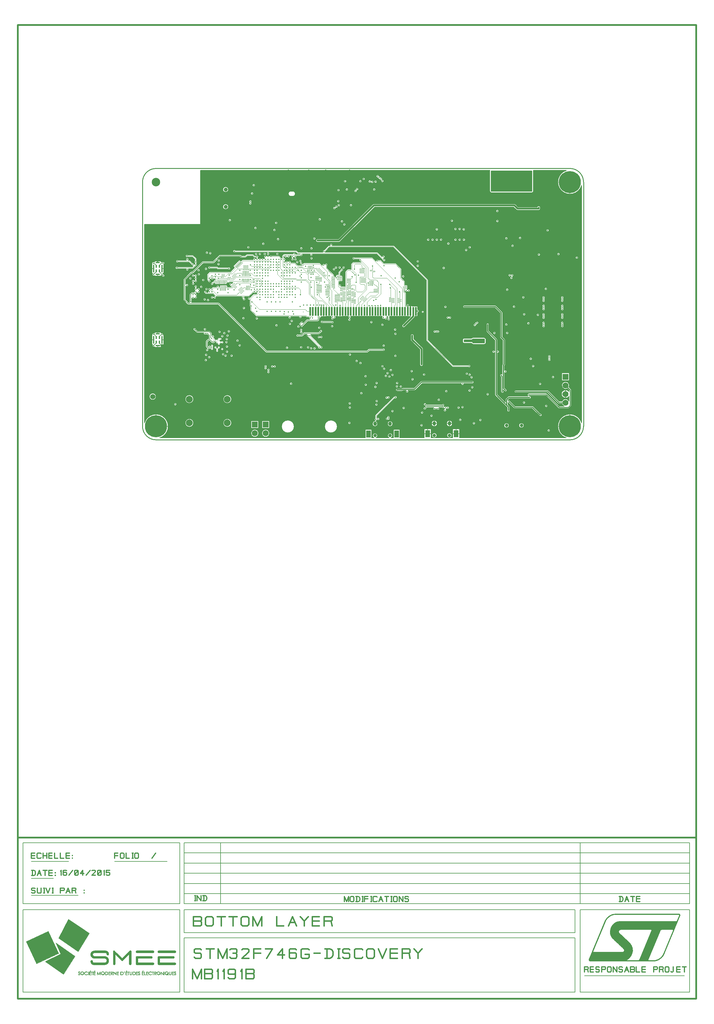
<source format=gbr>
G70*
%FSLAX55Y55*%
%ADD11C,0.00984*%
%ADD12C,0.01181*%
%ADD13C,0.00472*%
%ADD14C,0.00787*%
%ADD15C,0.00492*%
%ADD16C,0.00591*%
%ADD17C,0.01969*%
%ADD18C,0.00827*%
%ADD19C,0.00394*%
%ADD20C,0.00197*%
%ADD21C,0.25591*%
%ADD22C,0.03937*%
%ADD23C,0.07874*%
%ADD24C,0.09843*%
%ADD25C,0.06000*%
%ADD26R,0.05512X0.08465*%
%ADD27O,0.03937X0.04724*%
%ADD28C,0.04600*%
%ADD29R,0.07000X0.07000*%
%ADD30C,0.07000*%
%ADD31R,0.01575X0.03740*%
%ADD32R,0.05118X0.01378*%
%ADD33R,0.01378X0.09055*%
%ADD34C,0.01378*%
%ADD35R,0.01969X0.09843*%
%ADD36C,0.00984*%
%ADD37C,0.01575*%
%ADD38C,0.01200*%
%ADD39C,0.01181*%
D11*
X164334Y684059D02*
G75*
G03X180082Y668311I15747J-00001D01*
G01X660397Y668311*
G75*
G03X676145Y684059I00001J15747*
G01X676145Y967524*
G75*
G03X660397Y983272I-15747J00001*
G01X180082Y983272*
G75*
G03X164334Y967524I-00001J-15747*
G01X164334Y684059*
D12*
X613744Y717524D02*
X589531Y717524D01*
X586972Y714965*
X586972Y708469*
X589137Y702367D02*
X589137Y706304D01*
X586972Y708469*
X574767Y720674*
X574767Y784453*
X564925Y794296*
X564925Y802170*
D13*
X358839Y817499D02*
X355304Y817499D01*
X353114Y819689*
X299964Y819689*
X291303Y828351*
X291303Y828548*
D14*
X183822Y864473D02*
X183822Y863390D01*
X188350Y858863*
D11*
X655279Y711540D02*
X647484Y711540D01*
X634610Y724414*
X597405Y724414*
D14*
X368288Y817499D02*
X368288Y818902D01*
D13*
X368468Y818902D01*
X368468Y827957*
X358822Y837603*
X358822Y849611*
X354098Y854335*
X343665Y854335*
X342287Y855713*
X328507Y855713*
X327326Y856894*
X327326Y864178*
X324177Y867327*
X324177Y879335*
X322602Y880910*
X313153Y880910*
D14*
X368288Y817499D02*
X368288Y807698D01*
X367681Y807091*
X355673Y807091*
X348980Y800398*
D12*
X459610Y726382D02*
X465515Y726382D01*
X466303Y727170*
X480082Y727170*
X488153Y735241*
X547208Y735241*
D13*
X215909Y881697D02*
X222602Y881697D01*
X226145Y878154*
X226145Y874611*
X361989Y817499D02*
X361989Y812619D01*
X360791Y811422*
X355082Y811422*
X353901Y812603*
X296618Y812603*
X290319Y818902*
X290319Y823626*
D11*
X582051Y724020D02*
X581657Y724414D01*
X581657Y742130*
X580673Y743115*
D13*
X226145Y871461D02*
X222602Y867918D01*
X204098Y867918*
X384036Y817499D02*
X384036Y823807D01*
X380673Y827170*
X380673Y830319*
X380909Y830556*
X381460Y830556*
X381696Y830792*
X381696Y831264*
X381460Y831500*
X380437Y831500*
X380200Y831737*
X380200Y832209*
X380437Y832445*
X381460Y832445*
X381696Y832681*
X381696Y833154*
X381460Y833390*
X380909Y833390*
X380673Y833626*
X380673Y834335*
X380437Y834571*
X379964Y834571*
X379728Y834807*
X379728Y835280*
X379964Y835516*
X380870Y835516*
X381106Y835752*
X381106Y836225*
X380870Y836461*
X376854Y836461*
X376618Y836697*
X376618Y837170*
X376854Y837406*
X380870Y837406*
X381106Y837642*
X381106Y838115*
X380870Y838351*
X376854Y838351*
X376618Y838587*
X376618Y839059*
X376854Y839296*
X380870Y839296*
X381106Y839532*
X381106Y840004*
X380870Y840241*
X376854Y840241*
X376618Y840477*
X376618Y840949*
X376854Y841185*
X380870Y841185*
X381106Y841422*
X381106Y841894*
X380870Y842130*
X376854Y842130*
X376618Y842367*
X376618Y842839*
X376854Y843075*
X380870Y843075*
X381106Y843311*
X381106Y843784*
X380870Y844020*
X378193Y844020*
X377956Y844256*
X377956Y844729*
X378193Y844965*
X380870Y844965*
X381106Y845201*
X381106Y845674*
X380870Y845910*
X378468Y845910*
X378232Y846146*
X378232Y846619*
X378468Y846855*
X380870Y846855*
X381106Y847091*
X381106Y847563*
X380870Y847800*
X376854Y847800*
X376618Y848036*
X376618Y848508*
X376854Y848744*
X380437Y848744*
X380673Y848981*
X380673Y851579*
X376254Y855998*
X375919Y855998*
X375868Y855947*
X375534Y855947*
X375200Y856281*
X375200Y856615*
X377670Y859086*
X377670Y859420*
X377336Y859754*
X377002Y859754*
X374531Y857283*
X374197Y857283*
X373863Y857617*
X373863Y857951*
X375790Y859878*
X375790Y860212*
X375456Y860546*
X375122Y860546*
X373195Y858619*
X372861Y858619*
X372527Y858953*
X372527Y859287*
X373981Y860742*
X373981Y861076*
X373647Y861410*
X373313Y861410*
X371859Y859956*
X371525Y859956*
X371191Y860290*
X371191Y860624*
X373661Y863095*
X373661Y863429*
X373327Y863763*
X372993Y863763*
X370522Y861292*
X370188Y861292*
X369854Y861626*
X369854Y861960*
X372325Y864431*
X372325Y864765*
X371991Y865099*
X371657Y865099*
X369186Y862628*
X368852Y862628*
X368518Y862962*
X368518Y863296*
X370989Y865767*
X370989Y866101*
X370655Y866435*
X370321Y866435*
X367850Y863964*
X367516Y863964*
X367182Y864299*
X367182Y864633*
X369653Y867103*
X369653Y867437*
X369318Y867772*
X368984Y867772*
X366514Y865301*
X366180Y865301*
X365845Y865635*
X365845Y865969*
X366998Y867122*
X366998Y867456*
X366664Y867790*
X366330Y867790*
X365563Y867023*
X365229Y867023*
X364728Y867524*
X363074Y867524*
X362838Y867760*
X362838Y868941*
X362602Y869178*
X362130Y869178*
X361893Y868941*
X361893Y866737*
X361657Y866500*
X361185Y866500*
X360948Y866737*
X360948Y870122*
X360712Y870359*
X360240Y870359*
X360004Y870122*
X360004Y866894*
X359767Y866658*
X359295Y866658*
X359059Y866894*
X359059Y870122*
X358822Y870359*
X358350Y870359*
X358114Y870122*
X358114Y867012*
X357878Y866776*
X357405Y866776*
X357169Y867012*
X357169Y870122*
X356933Y870359*
X356460Y870359*
X356224Y870122*
X356224Y867012*
X355988Y866776*
X355515Y866776*
X355279Y867012*
X355279Y867288*
X355043Y867524*
X351736Y867524*
X350358Y868902*
X344452Y868902*
X342287Y866737*
X333626Y866737*
X332051Y868311*
D15*
X371893Y775634D02*
X371893Y775713D01*
X358586Y789020*
X358586Y789571*
D13*
X313153Y874611D02*
X311578Y876185D01*
X280673Y876185*
X279531Y875043*
X279531Y874709*
X280352Y873888*
X280352Y873554*
X280018Y873220*
X279684Y873220*
X277161Y875743*
X276827Y875743*
X276492Y875409*
X276492Y875075*
X279016Y872552*
X279016Y872218*
X278682Y871884*
X278348Y871884*
X275824Y874407*
X275490Y874407*
X275156Y874073*
X275156Y873739*
X277679Y871216*
X277679Y870882*
X277345Y870547*
X277011Y870547*
X274488Y873071*
X274154Y873071*
X273820Y872737*
X273820Y872403*
X276343Y869879*
X276343Y869545*
X276009Y869211*
X275675Y869211*
X273152Y871734*
X272818Y871734*
X272484Y871400*
X272484Y871066*
X275007Y868543*
X275007Y868209*
X274673Y867875*
X274339Y867875*
X271815Y870398*
X271481Y870398*
X271147Y870064*
X271147Y869730*
X272515Y868362*
X272515Y868028*
X266893Y862406*
X242878Y862406*
X240319Y859847*
X240319Y854138*
X241893Y852563*
X313153Y871461D02*
X311578Y869886D01*
X311578Y867524*
X310791Y866737*
X287641Y866737*
X287405Y866500*
X287405Y865870*
X287169Y865634*
X286696Y865634*
X286460Y865870*
X286460Y870595*
X286224Y870831*
X285752Y870831*
X285515Y870595*
X285515Y865870*
X285279Y865634*
X284807Y865634*
X284570Y865870*
X284570Y870595*
X284334Y870831*
X283862Y870831*
X283626Y870595*
X283626Y865870*
X283389Y865634*
X282917Y865634*
X282681Y865870*
X282681Y870595*
X282444Y870831*
X281972Y870831*
X281736Y870595*
X281736Y865870*
X281500Y865634*
X281027Y865634*
X280791Y865870*
X280791Y866500*
X280555Y866737*
X274256Y866737*
X268744Y861225*
X263744Y861225*
X260397Y857878*
X259452Y857878*
X259216Y858115*
X259216Y860516*
X258980Y860752*
X258507Y860752*
X258271Y860516*
X258271Y857052*
X258035Y856815*
X257563Y856815*
X257326Y857052*
X257326Y860516*
X257090Y860752*
X256618Y860752*
X256381Y860516*
X256381Y857052*
X256145Y856815*
X255673Y856815*
X255437Y857052*
X255437Y857642*
X255200Y857878*
X251145Y857878*
X250161Y858863*
X247799Y858863*
X246224Y857288*
X243074Y857288*
X241893Y856107*
X241893Y855713*
D14*
X384807Y804729D02*
X384807Y805122D01*
X372602Y805122*
D11*
X626342Y697248D02*
X625752Y697248D01*
X616893Y706107*
X596224Y706107*
X589531Y712800*
D13*
X348586Y882878D02*
X348193Y882485D01*
X339137Y882485*
X338744Y882878*
X328704Y882878*
X327326Y881500*
X327326Y869886*
X328901Y868311*
X297405Y880910D02*
X294137Y880910D01*
X292602Y882445*
X285319Y882445*
X283783Y880910*
X278507Y880910*
X278507Y881107*
D14*
X277720Y881894D01*
X254098Y881894*
X246618Y874414*
X234413Y874414*
X222405Y862406*
X221224Y862406*
X213350Y854532*
X213350Y830516*
X217484Y826382*
X252523Y826382*
X308232Y770674*
X425161Y770674*
X427326Y772839*
X444256Y772839*
D16*
X492169Y709532D02*
X493547Y708154D01*
X512641Y708154*
X513153Y708666*
D13*
X365138Y817499D02*
X365138Y829909D01*
X357641Y837406*
X357641Y849414*
X353704Y853351*
X343271Y853351*
X341893Y854729*
X326539Y854729*
X321027Y860241*
X321027Y873036*
X319452Y874611*
X387169Y810634D02*
X387185Y810634D01*
X387185Y817499*
X387185Y823036*
X383996Y826225*
X383996Y841366*
X382051Y843311*
X382051Y852563*
X378901Y855713*
X378901Y863233*
X369570Y872563*
X351854Y872563*
X349374Y870083*
X344059Y870083*
X341106Y873036*
X330476Y873036*
X328901Y874611*
D15*
X369452Y775595D02*
X369492Y775595D01*
X369492Y776112*
X356460Y789143*
X356460Y789571*
X356342Y789571*
D13*
X204689Y875595D02*
X218862Y875595D01*
X222996Y871461*
X289531Y871461D02*
X289531Y871067D01*
X289630Y871166*
X290909Y869886*
X302130Y869886*
X303704Y868311*
D16*
X513271Y706343D02*
X513271Y706304D01*
X512523Y707052*
X494216Y707052*
X491933Y704768*
D11*
X655279Y731540D02*
X660594Y726225D01*
X660594Y708272*
X658429Y706107*
X647799Y706107*
X633035Y720870*
X612563Y720870*
X612563Y720477*
D13*
X440729Y824414D02*
X440729Y817499D01*
D17*
X467496Y800607D02*
X478524Y811635D01*
X478524Y813941*
D12*
X478524Y817499D01*
D13*
X328901Y846264D02*
X330476Y844689D01*
X345240Y844689*
X347602Y842327*
X347602Y836815*
X300555Y843115D02*
X298980Y841540D01*
X293665Y841540*
X287523Y835398*
X249728Y835398*
X246736Y838390*
X238350Y838390*
X237169Y839571*
X237169Y839965*
X293468Y854138D02*
X292090Y854138D01*
X290319Y852367*
X288232Y852367*
X287996Y852603*
X287996Y854965*
X287759Y855201*
X287287Y855201*
X287051Y854965*
X287051Y851815*
X286815Y851579*
X286342Y851579*
X286106Y851815*
X286106Y854965*
X285870Y855201*
X285397Y855201*
X285161Y854965*
X285161Y851815*
X284925Y851579*
X284452Y851579*
X284216Y851815*
X284216Y854965*
X283980Y855201*
X283507Y855201*
X283271Y854965*
X283271Y851815*
X283035Y851579*
X282563Y851579*
X282326Y851815*
X282326Y854965*
X282090Y855201*
X281618Y855201*
X281381Y854965*
X281381Y851815*
X281145Y851579*
X280673Y851579*
X280437Y851815*
X280437Y854965*
X280200Y855201*
X279728Y855201*
X279492Y854965*
X279492Y852603*
X279256Y852367*
X265122Y852367*
X264177Y851422*
X262484Y851422*
X262248Y851658*
X262248Y852800*
X262011Y853036*
X261539Y853036*
X261303Y852800*
X261303Y850083*
X261067Y849847*
X260594Y849847*
X260358Y850083*
X260358Y852800*
X260122Y853036*
X259649Y853036*
X259413Y852800*
X259413Y850083*
X259177Y849847*
X258704Y849847*
X258468Y850083*
X258468Y852800*
X258232Y853036*
X257759Y853036*
X257523Y852800*
X257523Y850083*
X257287Y849847*
X256815Y849847*
X256578Y850083*
X256578Y852800*
X256342Y853036*
X255870Y853036*
X255633Y852800*
X255633Y850083*
X255397Y849847*
X254925Y849847*
X254689Y850083*
X254689Y852800*
X254452Y853036*
X253980Y853036*
X253744Y852800*
X253744Y850083*
X253507Y849847*
X253035Y849847*
X252799Y850083*
X252799Y852800*
X252563Y853036*
X252090Y853036*
X251854Y852800*
X251854Y850083*
X251618Y849847*
X251145Y849847*
X250909Y850083*
X250909Y852800*
X250673Y853036*
X250200Y853036*
X249964Y852800*
X249964Y850083*
X249728Y849847*
X249256Y849847*
X249019Y850083*
X249019Y852800*
X248783Y853036*
X248311Y853036*
X248074Y852800*
X248074Y851658*
X247838Y851422*
X247051Y851422*
X245043Y849414*
X297405Y858863D02*
X293468Y858863D01*
X290712Y861619*
X288389Y861619*
X288153Y861382*
X288153Y859020*
X287917Y858784*
X287444Y858784*
X287208Y859020*
X287208Y864217*
X286972Y864453*
X286500Y864453*
X286263Y864217*
X286263Y859020*
X286027Y858784*
X285555Y858784*
X285319Y859020*
X285319Y864217*
X285082Y864453*
X284610Y864453*
X284374Y864217*
X284374Y859020*
X284137Y858784*
X283665Y858784*
X283429Y859020*
X283429Y864217*
X283193Y864453*
X282720Y864453*
X282484Y864217*
X282484Y859020*
X282248Y858784*
X281775Y858784*
X281539Y859020*
X281539Y864217*
X281303Y864453*
X280830Y864453*
X280594Y864217*
X280594Y859020*
X280358Y858784*
X279885Y858784*
X279649Y859020*
X279649Y861382*
X279413Y861619*
X273980Y861619*
X272918Y860557*
X272584Y860557*
X271724Y861417*
X271390Y861417*
X271056Y861083*
X271056Y860749*
X272921Y858884*
X272921Y858550*
X272587Y858216*
X272253Y858216*
X270388Y860081*
X270054Y860081*
X269720Y859747*
X269720Y859413*
X271585Y857548*
X271585Y857214*
X271251Y856879*
X270917Y856879*
X269051Y858745*
X268717Y858745*
X268383Y858411*
X268383Y858077*
X270249Y856211*
X270249Y855877*
X269915Y855543*
X269581Y855543*
X268910Y856214*
X268576Y856214*
X268074Y855713*
X266381Y855713*
X266145Y855949*
X266145Y857130*
X265909Y857367*
X265437Y857367*
X265200Y857130*
X265200Y855319*
X264964Y855083*
X264492Y855083*
X264256Y855319*
X264256Y857130*
X264019Y857367*
X263547Y857367*
X263311Y857130*
X263311Y855319*
X263074Y855083*
X262602Y855083*
X262366Y855319*
X262366Y855477*
X262130Y855713*
X252326Y855713*
X297405Y852563D02*
X295712Y850870D01*
X295712Y846225*
X294610Y845122*
X289767Y845122*
X289531Y845359*
X289531Y846697*
X289295Y846933*
X288822Y846933*
X288586Y846697*
X288586Y842721*
X288350Y842485*
X287878Y842485*
X287641Y842721*
X287641Y846973*
X287405Y847209*
X286933Y847209*
X286696Y846973*
X286696Y842721*
X286460Y842485*
X285988Y842485*
X285752Y842721*
X285752Y846973*
X285515Y847209*
X285043Y847209*
X284807Y846973*
X284807Y842721*
X284570Y842485*
X284098Y842485*
X283862Y842721*
X283862Y844886*
X283626Y845122*
X282169Y845122*
X281000Y843953*
X280666Y843953*
X278995Y845624*
X278661Y845624*
X278327Y845289*
X278327Y844955*
X282002Y841281*
X282002Y840947*
X281668Y840612*
X281334Y840612*
X277659Y844287*
X277325Y844287*
X276991Y843953*
X276991Y843619*
X280666Y839944*
X280666Y839610*
X280331Y839276*
X279997Y839276*
X276323Y842951*
X275989Y842951*
X275654Y842617*
X275654Y842283*
X279329Y838608*
X279329Y838274*
X278995Y837940*
X278661Y837940*
X276991Y839610*
X276657Y839610*
X273586Y836540*
X250830Y836540*
X245830Y841540*
X243468Y841540*
X241893Y843115*
X244909Y843115D02*
X246483Y844689D01*
X253862Y844689*
X254098Y844453*
X254098Y842091*
X254334Y841855*
X254807Y841855*
X255043Y842091*
X255043Y846697*
X255279Y846933*
X255752Y846933*
X255988Y846697*
X255988Y842091*
X256224Y841855*
X256696Y841855*
X256933Y842091*
X256933Y846697*
X257169Y846933*
X257641Y846933*
X257878Y846697*
X257878Y842091*
X258114Y841855*
X258586Y841855*
X258822Y842091*
X258822Y846697*
X259059Y846933*
X259531Y846933*
X259767Y846697*
X259767Y842091*
X260004Y841855*
X260476Y841855*
X260712Y842091*
X260712Y846697*
X260948Y846933*
X261421Y846933*
X261657Y846697*
X261657Y844926*
X261893Y844689*
X268468Y844689*
X268981Y845202*
X268981Y845536*
X267310Y847206*
X267310Y847540*
X267644Y847875*
X267978Y847875*
X271653Y844200*
X271987Y844200*
X272321Y844534*
X272321Y844868*
X268647Y848543*
X268647Y848877*
X268981Y849211*
X269315Y849211*
X272990Y845536*
X273324Y845536*
X273658Y845870*
X273658Y846204*
X269983Y849879*
X269983Y850213*
X270317Y850547*
X270651Y850547*
X272321Y848877*
X272655Y848877*
X274019Y850241*
X290200Y850241*
X292523Y852563*
X294649Y852563*
X296224Y854138*
X298980Y854138*
X300555Y852563*
D14*
X173547Y784453D02*
X177228Y784453D01*
X191618Y867130D02*
X186874Y867130D01*
D12*
X182051Y876185D02*
X182051Y873922D01*
D13*
X241893Y868311D02*
X250752Y868311D01*
X251933Y867130*
X264728Y867130*
X434429Y817499D02*
X434429Y824004D01*
X434413Y824020*
X300555Y846264D02*
X302130Y847839D01*
X302130Y853351*
X299767Y855713*
X292090Y855713*
X290319Y857485*
X273193Y857485*
X269846Y854138*
X250555Y854138*
X248980Y855713*
X245043Y855713*
X374964Y886815D02*
X380870Y892721D01*
X455673Y892721*
X494649Y853744*
X494649Y783863*
X524570Y753941*
X543468Y753941*
X444649Y876973D02*
X436775Y884847D01*
X344649Y884847*
X342681Y886815*
X271224Y886815*
X270830Y887209*
X409233Y817499D02*
X409233Y826540D01*
X409469Y826776*
X411185Y826776*
X411421Y827012*
X411421Y827485*
X411185Y827721*
X407248Y827721*
X407011Y827957*
X407011Y828430*
X407248Y828666*
X411185Y828666*
X411421Y828902*
X411421Y829374*
X411185Y829611*
X407248Y829611*
X407011Y829847*
X407011Y830319*
X407248Y830556*
X411185Y830556*
X411421Y830792*
X411421Y831264*
X411185Y831500*
X407248Y831500*
X407011Y831737*
X407011Y832209*
X407248Y832445*
X408996Y832445*
X409233Y832681*
X409233Y834335*
X409469Y834571*
X411185Y834571*
X411421Y834807*
X411421Y835280*
X411185Y835516*
X407248Y835516*
X407011Y835752*
X407011Y836225*
X407248Y836461*
X411185Y836461*
X411421Y836697*
X411421Y837170*
X411185Y837406*
X407248Y837406*
X407011Y837642*
X407011Y838115*
X407248Y838351*
X411185Y838351*
X411421Y838587*
X411421Y839059*
X411185Y839296*
X407248Y839296*
X407011Y839532*
X407011Y840004*
X407248Y840241*
X408996Y840241*
X409925Y841169*
X409925Y842957*
X409374Y843508*
X407641Y843508*
X406083Y817499D02*
X406067Y817499D01*
X406067Y846619*
X407523Y848075*
X410830Y848075*
X411618Y847288*
X411618Y841776*
X413232Y840162*
X419610Y840162*
X422563Y843115*
X422563Y847524*
X421500Y848587*
X417641Y848587*
X416578Y849650*
X416578Y856894*
X417051Y857367*
X421185Y857367*
X422011Y858193*
X422011Y861658*
X421460Y862209*
X416460Y862209*
X416224Y862445*
X416224Y862918*
X416460Y863154*
X421657Y863154*
X421893Y863390*
X421893Y863863*
X421657Y864099*
X416460Y864099*
X416224Y864335*
X416224Y864807*
X416460Y865044*
X421657Y865044*
X421893Y865280*
X421893Y865752*
X421657Y865989*
X416460Y865989*
X416224Y866225*
X416224Y866697*
X416460Y866933*
X421657Y866933*
X421893Y867170*
X421893Y867642*
X421657Y867878*
X419295Y867878*
X419059Y868115*
X419059Y870713*
X417366Y872406*
X411106Y872406*
X410200Y871500*
X410200Y866343*
X412382Y817499D02*
X412382Y824037D01*
X414570Y826225*
X414570Y833115*
X424137Y842681*
X424137Y850044*
X422956Y851225*
X417996Y851225*
X417759Y851461*
X417759Y851933*
X417996Y852170*
X423193Y852170*
X423429Y852406*
X423429Y852878*
X423193Y853115*
X417996Y853115*
X417759Y853351*
X417759Y853823*
X417996Y854059*
X423193Y854059*
X423429Y854296*
X423429Y854768*
X423193Y855004*
X417996Y855004*
X417759Y855241*
X417759Y855713*
X417996Y855949*
X423193Y855949*
X423507Y856264*
X423507Y868508*
X418389Y873626*
X408980Y873626*
X407405Y872052*
X407405Y866028*
X412366Y861067*
X412366Y851185*
X415532Y817499D02*
X415532Y827226D01*
X418311Y830005*
X418311Y830339*
X416641Y832009*
X416641Y832344*
X416975Y832678*
X417309Y832678*
X420831Y829156*
X421165Y829156*
X421499Y829490*
X421499Y829824*
X417977Y833346*
X417977Y833680*
X418311Y834014*
X418645Y834014*
X422167Y830492*
X422501Y830492*
X422836Y830826*
X422836Y831160*
X419314Y834682*
X419314Y835016*
X419648Y835350*
X419982Y835350*
X423504Y831828*
X423838Y831828*
X424172Y832162*
X424172Y832496*
X423350Y833318*
X423350Y835162*
X427799Y839611*
X437169Y839611*
X437405Y839847*
X437405Y840319*
X437169Y840556*
X432917Y840556*
X432681Y840792*
X432681Y841264*
X432917Y841500*
X437169Y841500*
X437405Y841737*
X437405Y842209*
X437169Y842445*
X432917Y842445*
X432681Y842681*
X432681Y843154*
X432917Y843390*
X437169Y843390*
X437405Y843626*
X437405Y845556*
X435358Y847603*
X434098Y847603*
X432326Y849374*
X432326Y852760*
X432090Y852996*
X431618Y852996*
X431381Y852760*
X431381Y847800*
X431145Y847563*
X430673Y847563*
X430437Y847800*
X430437Y852760*
X430200Y852996*
X429728Y852996*
X429492Y852760*
X429492Y847800*
X429256Y847563*
X428783Y847563*
X428547Y847800*
X428547Y852760*
X428311Y852996*
X427838Y852996*
X427602Y852760*
X427602Y847800*
X427366Y847563*
X426618Y847563*
X426145Y848036*
X426145Y850398*
X418681Y817499D02*
X418681Y825336D01*
X428586Y835241*
X434767Y835241*
X438350Y838823*
X438350Y851028*
X435437Y853941*
X428114Y853941*
X425870Y856185*
X425870Y868508*
X417405Y876973*
X417287Y876973*
X396634Y817499D02*
X396634Y828430D01*
X396398Y828666*
X394334Y828666*
X394098Y828902*
X394098Y829374*
X394334Y829611*
X399216Y829611*
X399452Y829847*
X399452Y830319*
X399216Y830556*
X394334Y830556*
X394098Y830792*
X394098Y831264*
X394334Y831500*
X399216Y831500*
X399452Y831737*
X399452Y832209*
X399216Y832445*
X394334Y832445*
X394098Y832681*
X394098Y833154*
X394334Y833390*
X399216Y833390*
X399452Y833626*
X399452Y834099*
X399216Y834335*
X396870Y834335*
X396634Y834571*
X396634Y835280*
X396870Y835516*
X399216Y835516*
X399452Y835752*
X399452Y836225*
X399216Y836461*
X394334Y836461*
X394098Y836697*
X394098Y837170*
X394334Y837406*
X399216Y837406*
X399452Y837642*
X399452Y838115*
X399216Y838351*
X394059Y838351*
X393822Y838587*
X393822Y839059*
X394059Y839296*
X399216Y839296*
X399452Y839532*
X399452Y840004*
X399216Y840241*
X396870Y840241*
X396634Y840477*
X396634Y841185*
X396398Y841422*
X394059Y841422*
X393822Y841658*
X393822Y842130*
X394059Y842367*
X399216Y842367*
X399452Y842603*
X399452Y843075*
X399216Y843311*
X394059Y843311*
X393822Y843548*
X393822Y844020*
X394059Y844256*
X399216Y844256*
X399452Y844493*
X399452Y844965*
X399216Y845201*
X392956Y845201*
X391618Y846540*
X391618Y852327*
X392444Y853154*
X395279Y853154*
X395515Y853390*
X395515Y853863*
X395279Y854099*
X390122Y854099*
X389885Y854335*
X389885Y854807*
X390122Y855044*
X395279Y855044*
X395515Y855280*
X395515Y855752*
X395279Y855989*
X390791Y855989*
X390555Y856225*
X390555Y856697*
X390791Y856933*
X395279Y856933*
X395515Y857170*
X395515Y857642*
X395279Y857878*
X390082Y857878*
X389846Y858115*
X389846Y858587*
X390082Y858823*
X392444Y858823*
X392681Y859059*
X392681Y862603*
X395830Y865752*
X402933Y817499D02*
X402933Y829493D01*
X403170Y829729*
X404885Y829729*
X405122Y829965*
X405122Y830437*
X404885Y830674*
X402011Y830674*
X401775Y830910*
X401775Y831382*
X402011Y831619*
X404885Y831619*
X405122Y831855*
X405122Y832327*
X404885Y832563*
X402011Y832563*
X401775Y832800*
X401775Y833272*
X402011Y833508*
X404885Y833508*
X405122Y833744*
X405122Y834217*
X404885Y834453*
X403170Y834453*
X402933Y834689*
X402933Y835398*
X402697Y835634*
X402011Y835634*
X401775Y835870*
X401775Y836343*
X402011Y836579*
X404885Y836579*
X405122Y836815*
X405122Y837288*
X404885Y837524*
X402011Y837524*
X401775Y837760*
X401775Y838233*
X402011Y838469*
X404885Y838469*
X405122Y838705*
X405122Y839178*
X404885Y839414*
X402011Y839414*
X401775Y839650*
X401775Y840122*
X402011Y840359*
X404885Y840359*
X405122Y840595*
X405122Y841067*
X404885Y841304*
X403170Y841304*
X402933Y841540*
X402933Y842721*
X402697Y842957*
X402011Y842957*
X401775Y843193*
X401775Y843666*
X402011Y843902*
X404885Y843902*
X405122Y844138*
X405122Y844611*
X404885Y844847*
X402011Y844847*
X401775Y845083*
X401775Y845556*
X402011Y845792*
X404885Y845792*
X405122Y846028*
X405122Y846500*
X404885Y846737*
X402011Y846737*
X401775Y846973*
X401775Y847445*
X402011Y847681*
X405515Y847681*
X405752Y847918*
X405752Y848390*
X405515Y848626*
X403170Y848626*
X402933Y848863*
X402933Y849571*
X403170Y849807*
X405515Y849807*
X405752Y850044*
X405752Y850516*
X405515Y850752*
X402011Y850752*
X401775Y850989*
X401775Y851461*
X402011Y851697*
X405515Y851697*
X405752Y851933*
X405752Y852406*
X405515Y852642*
X402011Y852642*
X401775Y852878*
X401775Y853351*
X402011Y853587*
X405515Y853587*
X405752Y853823*
X405752Y854296*
X405515Y854532*
X402011Y854532*
X401775Y854768*
X401775Y855241*
X402011Y855477*
X406460Y855477*
X407444Y856461*
X407444Y857878*
X469075Y817499D02*
X469075Y838531D01*
X466893Y840713*
X466893Y841894*
X467130Y842130*
X468822Y842130*
X469059Y842367*
X469059Y842878*
X468822Y843115*
X467130Y843115*
X466893Y843351*
X466893Y843863*
X467130Y844099*
X470594Y844099*
X470830Y844335*
X470830Y844847*
X470594Y845083*
X466775Y845083*
X466500Y845359*
X466500Y845870*
X466696Y846067*
X470594Y846067*
X470830Y846304*
X470830Y846815*
X470594Y847052*
X468114Y847052*
X467878Y847288*
X467878Y851973*
X463744Y856107*
X463744Y866343*
X457838Y872248*
X444059Y872248*
X440319Y875989*
X436972Y875989*
X465926Y817499D02*
X465909Y817499D01*
X465909Y843587*
X430555Y878941*
X409413Y878941*
X462776Y817499D02*
X462776Y827271D01*
X462287Y827760*
X460830Y827760*
X460594Y827996*
X460594Y828508*
X460830Y828744*
X464295Y828744*
X464531Y828981*
X464531Y829493*
X464295Y829729*
X460830Y829729*
X460594Y829965*
X460594Y830477*
X460830Y830713*
X464295Y830713*
X464531Y830949*
X464531Y831461*
X464295Y831697*
X460830Y831697*
X460594Y831933*
X460594Y832445*
X460830Y832681*
X462540Y832681*
X462776Y832918*
X462776Y840162*
X462759Y840162*
X459626Y817499D02*
X459626Y844555D01*
X447996Y856185*
X432326Y856185*
X431224Y857288*
X431224Y862839*
X431736Y863351*
X433822Y863351*
X434059Y863587*
X434059Y864059*
X433822Y864296*
X428626Y864296*
X428389Y864532*
X428389Y865004*
X428626Y865241*
X430712Y865241*
X431224Y865752*
X431224Y870044*
X431263Y870083*
X456477Y817499D02*
X456477Y823823D01*
X457641Y824988*
X457641Y842524*
X451342Y848823*
X451145Y848823*
X450177Y808193D02*
X450177Y817499D01*
X453327Y817499D02*
X453327Y827642D01*
X453563Y827878*
X455909Y827878*
X456145Y828115*
X456145Y828587*
X455909Y828823*
X450752Y828823*
X450515Y829059*
X450515Y829532*
X450752Y829768*
X455909Y829768*
X456145Y830004*
X456145Y830477*
X455909Y830713*
X450752Y830713*
X450515Y830949*
X450515Y831422*
X450752Y831658*
X455909Y831658*
X456145Y831894*
X456145Y832367*
X455909Y832603*
X450752Y832603*
X450515Y832839*
X450515Y833311*
X450752Y833548*
X452287Y833548*
X452287Y844689*
X451933Y844689*
X377737Y817499D02*
X377737Y824988D01*
X372996Y829729*
X368665Y829729*
X363744Y834650*
X363744Y852957*
X363153Y853548*
X358035Y853548*
X356460Y855122*
X356460Y859453*
X353114Y862800*
X347208Y862800*
X345043Y864965*
X447028Y817499D02*
X447028Y809273D01*
X446815Y809059*
D16*
X371437Y817499D02*
X371437Y822659D01*
X372405Y823626*
X372405Y824807*
X393468Y824414D02*
X393485Y824414D01*
X393485Y817499*
X374570Y824807D02*
X374587Y824807D01*
X374587Y817499*
D12*
X475374Y817499D02*
X475374Y824217D01*
X475358Y824217*
D16*
X186874Y784453D02*
X186874Y778410D01*
X186381Y777918*
D14*
X182051Y777662D02*
X182051Y774217D01*
X359500Y803154D02*
X359413Y803154D01*
X359500Y795280D02*
X359413Y795280D01*
X182051Y791244D02*
X183822Y791244D01*
X182051Y791244D02*
X182051Y793351D01*
X182011Y793351*
X183822Y781796D02*
X183822Y780516D01*
X186381Y777957*
X186381Y777918*
X177228Y867130D02*
X174925Y867130D01*
D16*
X174925Y867091D01*
D14*
X182051Y857327D02*
X182169Y857327D01*
X182051Y857327D02*
X182051Y860339D01*
X182051Y857130D02*
X182051Y857327D01*
X182838Y857327D02*
X182169Y857327D01*
X666303Y783469D02*
X650555Y783469D01*
X453606Y723528D02*
X453507Y723430D01*
D13*
X300555Y839965D02*
X297208Y836619D01*
X293862Y836619*
X289728Y832485*
X289728Y824217*
X290319Y823626*
D14*
X344256Y789374D02*
X349374Y789374D01*
X352130Y792130*
X369100Y792130*
X371421Y794451*
D13*
X424981Y817499D02*
X424981Y827974D01*
X430673Y833666*
X437090Y833666*
X441027Y837603*
X441027Y848823*
X440909Y848823*
X443878Y817499D02*
X443878Y810044D01*
X443862Y810044*
X431280Y817499D02*
X431280Y823413D01*
X430673Y824020*
X428130Y817499D02*
X428130Y823216D01*
X427130Y824217*
X421831Y817499D02*
X421831Y824414D01*
X421815Y824414*
X437579Y824020D02*
X437579Y817499D01*
D16*
X248980Y783469D02*
X247208Y781697D01*
X245437Y781697*
X242090Y785044*
X242090Y789571*
X239925Y791737*
X236775Y791737*
D13*
X390335Y817499D02*
X390335Y828115D01*
X390099Y828351*
X387759Y828351*
X387523Y828587*
X387523Y829059*
X387759Y829296*
X392917Y829296*
X393153Y829532*
X393153Y830004*
X392917Y830241*
X387759Y830241*
X387523Y830477*
X387523Y830949*
X387759Y831185*
X392917Y831185*
X393153Y831422*
X393153Y831894*
X392917Y832130*
X387759Y832130*
X387523Y832367*
X387523Y832839*
X387759Y833075*
X392917Y833075*
X393153Y833311*
X393153Y833784*
X392917Y834020*
X387759Y834020*
X387523Y834256*
X387523Y834729*
X387759Y834965*
X392917Y834965*
X393153Y835201*
X393153Y835674*
X392917Y835910*
X387759Y835910*
X387523Y836146*
X387523Y836619*
X387759Y836855*
X392917Y836855*
X393153Y837091*
X393153Y837563*
X392917Y837800*
X390571Y837800*
X390335Y838036*
X390335Y838767*
X385673Y843430*
X385673Y844256*
X385909Y844493*
X387169Y844493*
X387405Y844729*
X387405Y845201*
X387169Y845437*
X383822Y845437*
X383586Y845674*
X383586Y846146*
X383822Y846382*
X387169Y846382*
X387405Y846619*
X387405Y847091*
X387169Y847327*
X383822Y847327*
X383586Y847563*
X383586Y848036*
X383822Y848272*
X387169Y848272*
X387405Y848508*
X387405Y848981*
X387169Y849217*
X383822Y849217*
X383586Y849453*
X383586Y849926*
X383822Y850162*
X387169Y850162*
X387405Y850398*
X387405Y850870*
X387169Y851107*
X383822Y851107*
X383586Y851343*
X383586Y851815*
X383822Y852052*
X387169Y852052*
X387405Y852288*
X387405Y852760*
X387169Y852996*
X383822Y852996*
X383586Y853233*
X383586Y853705*
X383822Y853941*
X387169Y853941*
X387405Y854178*
X387405Y854650*
X387169Y854886*
X383822Y854886*
X383586Y855122*
X383586Y855595*
X383822Y855831*
X387169Y855831*
X387405Y856067*
X387405Y856540*
X387169Y856776*
X383822Y856776*
X383586Y857012*
X383586Y857485*
X383822Y857721*
X385437Y857721*
X385673Y857957*
X385673Y859138*
X377523Y867288*
X377523Y871658*
D12*
X481674Y817499D02*
X481674Y817721D01*
X483822Y817721*
D17*
X488153Y755615D02*
X488153Y773744D01*
X477326Y784571*
X477326Y789276*
D16*
X503035Y704532D02*
X503035Y704453D01*
X507444Y704453*
D13*
X399784Y817499D02*
X399767Y817499D01*
X399767Y826737*
X400830Y827800*
X400830Y863272*
X402681Y865122*
X405712Y865122*
X410791Y860044*
X410791Y859847*
D12*
X585594Y725792D02*
X583232Y728154D01*
X583232Y755122*
X583822Y755713*
X583822Y784256*
X580673Y787406*
X580673Y815949*
X573783Y822839*
X537759Y822839*
D13*
X380886Y817499D02*
X380886Y823413D01*
X369256Y835044*
X369256Y838548*
X369019Y838784*
X366657Y838784*
X366421Y839020*
X366421Y839493*
X366657Y839729*
X371854Y839729*
X372090Y839965*
X372090Y840437*
X371854Y840674*
X366657Y840674*
X366421Y840910*
X366421Y841382*
X366657Y841619*
X371854Y841619*
X372090Y841855*
X372090Y842327*
X371854Y842563*
X366657Y842563*
X366421Y842800*
X366421Y843272*
X366657Y843508*
X371854Y843508*
X372090Y843744*
X372090Y844217*
X371854Y844453*
X366657Y844453*
X366421Y844689*
X366421Y845162*
X366657Y845398*
X371854Y845398*
X372090Y845634*
X372090Y846107*
X371854Y846343*
X366657Y846343*
X366421Y846579*
X366421Y847052*
X366657Y847288*
X371854Y847288*
X372090Y847524*
X372090Y847996*
X371854Y848233*
X366657Y848233*
X366421Y848469*
X366421Y848941*
X366657Y849178*
X369019Y849178*
X369256Y849414*
X369256Y852209*
X369492Y852445*
X371854Y852445*
X372090Y852681*
X372090Y853154*
X371854Y853390*
X365319Y853390*
X365082Y853626*
X365082Y854099*
X365319Y854335*
X371854Y854335*
X372090Y854571*
X372090Y855044*
X371854Y855280*
X365319Y855280*
X365082Y855516*
X365082Y855989*
X365319Y856225*
X371854Y856225*
X372090Y856461*
X372090Y856933*
X371854Y857170*
X365319Y857170*
X365082Y857406*
X365082Y857878*
X365319Y858115*
X369019Y858115*
X369256Y858351*
X369256Y859414*
X365673Y862996*
X364177Y862996*
X363941Y863233*
X363941Y865595*
X363704Y865831*
X363232Y865831*
X362996Y865595*
X362996Y861973*
X362759Y861737*
X362287Y861737*
X362051Y861973*
X362051Y863508*
X361815Y863744*
X361342Y863744*
X361106Y863508*
X361106Y861973*
X360870Y861737*
X360397Y861737*
X360161Y861973*
X360161Y863430*
X359925Y863666*
X359452Y863666*
X359216Y863430*
X359216Y861973*
X358980Y861737*
X358507Y861737*
X358271Y861973*
X358271Y865595*
X358035Y865831*
X357563Y865831*
X357326Y865595*
X357326Y861107*
X357090Y860870*
X356618Y860870*
X356381Y861107*
X356381Y865595*
X356145Y865831*
X355673Y865831*
X355437Y865595*
X355437Y863233*
X355200Y862996*
X354492Y862996*
X349570Y867918*
X345830Y867918*
X341500Y863587*
X331263Y863587*
X330476Y864374*
X330476Y869689*
X328901Y871264*
X329098Y871461*
X328901Y871461*
D14*
X651539Y802170D02*
X651539Y800201D01*
D16*
X226145Y836815D02*
X224570Y838390D01*
X221421Y838390*
X220240Y837209*
X220240Y828744*
D12*
X472225Y817499D02*
X472208Y817499D01*
X472208Y824611*
D14*
X183822Y869788D02*
X183822Y870870D01*
X186381Y873430*
X188311Y873430*
X186775Y790437D02*
X185870Y790437D01*
X183822Y788390*
X183822Y787111*
D13*
X458035Y717721D02*
X456657Y717721D01*
X435397Y696461*
X435397Y691737*
X435004Y691737*
D14*
X180279Y864473D02*
X180279Y863272D01*
X177287Y860280*
X180279Y781796D02*
X180279Y780713D01*
X177405Y777839*
D16*
X245043Y785437D02*
X243665Y786815D01*
X243665Y791933*
X241893Y793705*
X227720Y793705*
X224767Y796658*
D14*
X240515Y784059D02*
X238941Y782485D01*
X238941Y776579*
X240515Y775004*
X244452Y775004*
X245043Y775595*
X180279Y787111D02*
X180279Y788154D01*
X177799Y790634*
X177208Y790634*
X180279Y869788D02*
X180279Y870870D01*
X177917Y873233*
X176854Y873233*
D17*
X624177Y937898D02*
X624177Y936619D01*
X599570Y936619*
X595830Y940359*
X433035Y940359*
X392287Y899611*
X369551Y899611*
X367385Y899611D02*
X368960Y899611D01*
D18*
G36*
X569059Y968705D02*
X580870Y968705D01*
X580870Y980516*
X569059Y980516*
X569059Y968705*
G37*
X580870Y968705*
X580870Y980516*
X569059Y980516*
X569059Y968705*
G36*
X580870Y968705D02*
X592681Y968705D01*
X592681Y980516*
X580870Y980516*
X580870Y968705*
G37*
X592681Y968705*
X592681Y980516*
X580870Y980516*
X580870Y968705*
G36*
X592681Y968705D02*
X604492Y968705D01*
X604492Y980516*
X592681Y980516*
X592681Y968705*
G37*
X604492Y968705*
X604492Y980516*
X592681Y980516*
X592681Y968705*
G36*
X604492Y968705D02*
X616303Y968705D01*
X616303Y980516*
X604492Y980516*
X604492Y968705*
G37*
X616303Y968705*
X616303Y980516*
X604492Y980516*
X604492Y968705*
G36*
X604492Y956894D02*
X616303Y956894D01*
X616303Y968705*
X604492Y968705*
X604492Y956894*
G37*
X616303Y956894*
X616303Y968705*
X604492Y968705*
X604492Y956894*
G36*
X592681Y956894D02*
X604492Y956894D01*
X604492Y968705*
X592681Y968705*
X592681Y956894*
G37*
X604492Y956894*
X604492Y968705*
X592681Y968705*
X592681Y956894*
G36*
X580870Y956894D02*
X592681Y956894D01*
X592681Y968705*
X580870Y968705*
X580870Y956894*
G37*
X592681Y956894*
X592681Y968705*
X580870Y968705*
X580870Y956894*
G36*
X569059Y956894D02*
X580870Y956894D01*
X580870Y968705*
X569059Y968705*
X569059Y956894*
G37*
X580870Y956894*
X580870Y968705*
X569059Y968705*
X569059Y956894*
D16*
G36*
X561275Y781036D02*
X561275Y785115D01*
X561059Y785331*
X547531Y785331*
X546832Y784632*
G75*
G02X546618Y784543I-00215J00215*
G01X537473Y784543*
X537472Y784543*
X537472Y782001*
X537473Y782001*
X546618Y782001*
G75*
G02X546832Y781912I00000J-00304*
G01X547925Y780820*
X561059Y780820*
X561275Y781036*
G37*
X561275Y785115*
X561059Y785331*
X547531Y785331*
X546832Y784632*
G75*
G02X546618Y784543I-00215J00215*
G01X537473Y784543*
X537472Y784543*
X537472Y782001*
X537473Y782001*
X546618Y782001*
G75*
G02X546832Y781912I00000J-00304*
G01X547925Y780820*
X561059Y780820*
X561275Y781036*
X520535Y683665D02*
X520535Y690949D01*
X523783Y687307D02*
X517287Y687307D01*
X495338Y675496D02*
X495338Y680910D01*
X499374Y675496D02*
X491303Y675496D01*
X528212Y675496D02*
X528212Y680910D01*
X506263Y687307D02*
X499767Y687307D01*
X503015Y683665D02*
X503015Y690949D01*
X180082Y684059D02*
X194157Y684059D01*
X660397Y967524D02*
X660397Y953449D01*
X393485Y817499D02*
X393485Y811298D01*
X374587Y817499D02*
X374587Y811298D01*
X475374Y817499D02*
X475374Y811298D01*
X655279Y716760D02*
X655279Y726319D01*
X186874Y784453D02*
X188842Y784453D01*
X182051Y777662D02*
X185889Y777662D01*
X660397Y684059D02*
X646322Y684059D01*
X673873Y963462D02*
G75*
G02X650446Y957570I-13476J04062D01*
G02X656335Y981000I09952J09953*
G01X617934Y981000*
G75*
G02X618004Y980516I-01631J-00484*
G01X618004Y956894*
G75*
G02X616303Y955193I-01701J00000*
G01X569059Y955193*
G75*
G02X567357Y956894I00000J01701*
G01X567357Y980516*
G75*
G02X567428Y981000I01701J-00000*
G01X231567Y981000*
X231567Y918823*
G75*
G02X231263Y918520I-00304J00000*
G01X166606Y918520*
X166606Y688121*
G75*
G02X190034Y694013I13476J-04062*
G02X184144Y670583I-09952J-09953*
G01X422820Y670583*
X422820Y680258*
X430120Y680258*
X430120Y670583*
X433136Y670583*
G75*
G02X434146Y676124I01010J02678*
G02X435157Y670583I00000J-02863*
G01X450656Y670583*
G75*
G02X451666Y676124I01010J02678*
G02X452677Y670583I00000J-02863*
G01X455694Y670583*
X455694Y680258*
X462994Y680258*
X462994Y670583*
X491303Y670583*
X491303Y680910*
X499374Y680910*
X499374Y670583*
X524177Y670583*
X524177Y680910*
X532248Y680910*
X532248Y670583*
X656335Y670583*
G75*
G02X650444Y694011I04062J13476*
G02X673873Y688121I09953J-09952*
G01X673873Y963462*
X445261Y808758D02*
G75*
G02X445141Y808787I00129J00778D01*
G01X445038Y808822*
G75*
G02X444924Y808870I00249J00747*
G02X442748Y811169I-01062J01174*
G01X442748Y811683*
X405874Y811683*
G75*
G02X405152Y809120I-01186J-01049*
G02X404029Y809195I-00660J-01439*
G02X403503Y811683I00660J01439*
G01X395748Y811683*
X395748Y811298*
X391221Y811298*
X391221Y811683*
X388354Y811683*
G75*
G02X386377Y809264I-01185J-01049*
G02X383567Y810044I-01570J-00204*
G02X383366Y811683I01240J00984*
G01X376851Y811683*
X376851Y811298*
X371556Y811298*
G75*
G02X369576Y809319I-01513J-00467*
G01X369576Y807698*
G75*
G02X369193Y806782I-01288J00000*
G01X368597Y806186*
G75*
G02X367681Y805803I-00916J00905*
G01X356206Y805803*
X350542Y800139*
G75*
G02X347609Y801190I-01562J00260*
G02X347594Y804332I-00204J01570*
G02X350713Y803952I01583J00003*
G01X354756Y807996*
G75*
G02X355673Y808379I00916J-00905*
G01X358427Y808379*
G75*
G02X357500Y810291I00592J01468*
G01X355082Y810291*
G75*
G02X354282Y810624I00000J01130*
G01X353433Y811472*
X348852Y811472*
G75*
G02X345958Y811472I-01447J-00641*
G01X336398Y811472*
G75*
G02X334003Y811472I-01198J-01035*
G01X296618Y811472*
G75*
G02X295817Y811805I00000J01130*
G01X289521Y818101*
G75*
G02X289188Y818902I00798J00801*
G01X289188Y822518*
G75*
G02X288736Y823675I01131J01109*
G02X288598Y824217I00992J00542*
G01X288598Y830840*
G75*
G02X289064Y833419I-00641J01447*
G01X293061Y837416*
G75*
G02X293862Y837749I00801J-00798*
G01X296740Y837749*
X297373Y838382*
G75*
G02X296032Y839178I00032J01583*
G01X295629Y839178*
G75*
G02X292889Y839165I-01373J00787*
G01X288324Y834600*
G75*
G02X287523Y834268I-00801J00798*
G01X282531Y834268*
G75*
G02X282528Y833058I-01464J-00602*
G02X283006Y830111I-00281J-01558*
G02X280786Y832108I-00758J01390*
G02X279602Y834268I00281J01558*
G01X249728Y834268*
G75*
G02X249656Y834270I00000J01132*
G02X246819Y832878I-01463J-00604*
G01X246416Y832878*
G75*
G02X246416Y834453I-01373J00787*
G01X246819Y834453*
G75*
G02X248281Y835246I01373J-00788*
G01X246268Y837260*
X238350Y837260*
G75*
G02X237549Y837592I00000J01130*
G01X236684Y838458*
G75*
G02X238715Y839624I00486J01507*
G01X238818Y839520*
X240374Y839520*
G75*
G02X241732Y841540I01519J00444*
G02X243401Y843597I00162J01575*
G02X244893Y844698I01508J-00483*
G01X245683Y845487*
G75*
G02X246483Y845820I00801J-00798*
G01X250216Y845820*
G75*
G02X253255Y845820I01519J00444*
G01X253862Y845820*
G75*
G02X253913Y845819I-00000J-01132*
G01X253913Y846697*
G75*
G02X254245Y847498I01130J-00000*
G01X254478Y847731*
G75*
G02X255279Y848064I00801J-00798*
G01X255752Y848064*
G75*
G02X256460Y847814I-00000J-01131*
G02X257169Y848064I00709J-00881*
G01X257641Y848064*
G75*
G02X258350Y847814I-00000J-01131*
G02X259059Y848064I00709J-00881*
G01X259531Y848064*
G75*
G02X260240Y847814I-00000J-01131*
G02X260948Y848064I00709J-00881*
G01X261421Y848064*
G75*
G02X262222Y847731I-00000J-01130*
G01X262455Y847498*
G75*
G02X262787Y846697I-00798J-00801*
G01X262787Y845820*
X267098Y845820*
X266512Y846406*
G75*
G02X266180Y847206I00798J00801*
G01X266180Y847442*
G75*
G02X267776Y849598I00123J01578*
G02X267849Y849677I00872J-00723*
G01X268180Y850009*
G75*
G02X268859Y850335I00801J-00798*
G02X269185Y851014I01124J-00122*
G01X269408Y851236*
X265590Y851236*
X264978Y850624*
G75*
G02X264177Y850291I-00801J00798*
G01X262484Y850291*
G75*
G02X262433Y850292I00000J01132*
G01X262433Y850083*
G75*
G02X262101Y849282I-01130J00000*
G01X261867Y849049*
G75*
G02X261067Y848717I-00801J00798*
G01X260594Y848717*
G75*
G02X259885Y848966I00000J01131*
G02X259177Y848717I-00709J00881*
G01X258704Y848717*
G75*
G02X257996Y848966I00000J01131*
G02X257287Y848717I-00709J00881*
G01X256815Y848717*
G75*
G02X256106Y848966I00000J01131*
G02X255397Y848717I-00709J00881*
G01X254925Y848717*
G75*
G02X254216Y848966I00000J01131*
G02X253507Y848717I-00709J00881*
G01X253035Y848717*
G75*
G02X252326Y848966I00000J01131*
G02X251618Y848717I-00709J00881*
G01X251145Y848717*
G75*
G02X250437Y848966I00000J01131*
G02X249728Y848717I-00709J00881*
G01X249256Y848717*
G75*
G02X248455Y849049I00000J01130*
G01X248222Y849282*
G75*
G02X247889Y850083I00798J00801*
G01X247889Y850292*
G75*
G02X247838Y850291I-00051J01131*
G01X247519Y850291*
X246626Y849398*
G75*
G02X245027Y850997I-01583J00016*
G01X246250Y852219*
G75*
G02X246944Y852547I00801J-00798*
G01X246944Y852800*
G75*
G02X247277Y853600I01130J-00000*
G01X247510Y853834*
G75*
G02X248311Y854166I00801J-00798*
G01X248783Y854166*
G75*
G02X248939Y854155I-00000J-01131*
G01X248512Y854583*
X246151Y854583*
G75*
G02X243670Y854926I-01108J01130*
G01X243267Y854926*
G75*
G02X242055Y854138I-01373J00788*
G02X240310Y852548I-00162J-01575*
G01X239521Y853337*
G75*
G02X239188Y854138I00798J00801*
G01X239188Y859847*
G75*
G02X239521Y860648I01130J-00000*
G01X242077Y863204*
G75*
G02X242878Y863536I00801J-00798*
G01X266425Y863536*
X271084Y868195*
X270350Y868929*
G75*
G02X270017Y869730I00798J00801*
G01X270017Y870064*
G75*
G02X270350Y870865I01130J-00000*
G01X270681Y871196*
G75*
G02X271360Y871522I00801J-00798*
G02X271686Y872201I01124J-00122*
G01X272017Y872532*
G75*
G02X272696Y872858I00801J-00798*
G02X273022Y873537I01124J-00122*
G01X273353Y873869*
G75*
G02X274032Y874195I00801J-00798*
G02X274358Y874874I01124J-00122*
G01X274690Y875205*
G75*
G02X275369Y875531I00801J-00798*
G02X275695Y876210I01124J-00122*
G01X276026Y876541*
G75*
G02X276827Y876874I00801J-00798*
G01X277161Y876874*
G75*
G02X277961Y876541I-00000J-01130*
G01X278696Y875806*
G75*
G02X278733Y875844I00834J-00763*
G01X279872Y876983*
G75*
G02X280673Y877316I00801J-00798*
G01X292736Y877316*
G75*
G02X295629Y878548I01519J00444*
G01X296032Y878548*
G75*
G02X296618Y879134I01374J-00788*
G01X296618Y879536*
G75*
G02X296297Y879780I00788J01374*
G01X294137Y879780*
G75*
G02X293337Y880112I00000J01130*
G01X292134Y881315*
X285787Y881315*
X284584Y880112*
G75*
G02X283783Y879780I-00801J00798*
G01X279370Y879780*
G75*
G02X277006Y880606I-00863J01327*
G01X254631Y880606*
X247534Y873509*
G75*
G02X246618Y873126I-00916J00905*
G01X234946Y873126*
X223321Y861501*
G75*
G02X222405Y861118I-00916J00905*
G01X221757Y861118*
X214638Y853999*
X214638Y848782*
G75*
G02X214638Y846896I01271J-00943*
G01X214638Y831050*
X218017Y827670*
X219077Y827670*
G75*
G02X219050Y829789I01163J01074*
G01X219050Y837203*
G75*
G02X219399Y838050I01190J00006*
G01X220580Y839231*
G75*
G02X221427Y839580I00841J-00841*
G01X224564Y839580*
G75*
G02X224610Y839579I00007J-01190*
G02X225358Y841338I01535J00386*
G01X225358Y841741*
G75*
G02X225358Y844488I00787J01373*
G01X225358Y844891*
G75*
G02X226933Y844891I00787J01373*
G01X226933Y844488*
G75*
G02X227519Y843902I-00788J-01374*
G01X227922Y843902*
G75*
G02X230082Y841741I01373J-00787*
G01X230082Y841338*
G75*
G02X227922Y839178I-00787J-01373*
G01X227519Y839178*
G75*
G02X226307Y838390I-01373J00788*
G02X226933Y835442I-00162J-01575*
G01X226933Y835039*
G75*
G02X224772Y832878I-00787J-01373*
G01X224369Y832878*
G75*
G02X221622Y832878I-01373J00787*
G01X221616Y832878*
X221429Y832878*
X221429Y829789*
G75*
G02X221402Y827670I-01190J-01045*
G01X252523Y827670*
G75*
G02X253440Y827287I-00000J-01288*
G01X308765Y771961*
X424628Y771961*
X426410Y773744*
G75*
G02X427326Y774127I00916J-00905*
G01X443335Y774127*
G75*
G02X443335Y771551I00921J-01288*
G01X427860Y771551*
X426077Y769769*
G75*
G02X425161Y769386I-00916J00905*
G01X308232Y769386*
G75*
G02X307316Y769769I00000J01288*
G01X251990Y825094*
X217484Y825094*
G75*
G02X216568Y825477I00000J01288*
G01X212445Y829600*
G75*
G02X212062Y830516I00905J00916*
G01X212062Y854532*
G75*
G02X212445Y855448I01288J-00000*
G01X220308Y863311*
G75*
G02X221224Y863694I00916J-00905*
G01X221872Y863694*
X233497Y875319*
G75*
G02X234413Y875702I00916J-00905*
G01X246084Y875702*
X253182Y882799*
G75*
G02X254098Y883182I00916J-00905*
G01X277720Y883182*
G75*
G02X278636Y882799I-00000J-01288*
G01X278767Y882668*
G75*
G02X279786Y882040I-00260J-01562*
G01X283315Y882040*
X284518Y883243*
G75*
G02X285319Y883576I00801J-00798*
G01X292602Y883576*
G75*
G02X293403Y883243I-00000J-01130*
G01X294606Y882040*
X296297Y882040*
G75*
G02X298193Y879536I01108J-01130*
G01X298193Y879134*
G75*
G02X298778Y878548I-00788J-01374*
G01X299181Y878548*
G75*
G02X301928Y878548I01373J-00787*
G01X302331Y878548*
G75*
G02X305078Y878548I01373J-00787*
G01X305481Y878548*
G75*
G02X306067Y879134I01374J-00788*
G01X306067Y879536*
G75*
G02X308227Y881697I00787J01373*
G01X308630Y881697*
G75*
G02X311377Y881697I01373J-00787*
G01X311780Y881697*
G75*
G02X314262Y882040I01373J-00787*
G01X322602Y882040*
G75*
G02X323403Y881708I-00000J-01130*
G01X324975Y880136*
G75*
G02X325307Y879335I-00798J-00801*
G01X325307Y879280*
G75*
G02X326196Y879280I00444J-01520*
G01X326196Y881500*
G75*
G02X326529Y882301I01130J-00000*
G01X327904Y883676*
G75*
G02X328704Y884009I00801J-00798*
G01X338744Y884009*
G75*
G02X338934Y883993I-00000J-01131*
G02X342035Y883615I01582J00067*
G01X347185Y883615*
G75*
G02X347243Y883717I01404J-00739*
G01X344649Y883717*
G75*
G02X343848Y884049I00000J01130*
G01X342213Y885685*
X310685Y885685*
G75*
G02X309322Y885685I-00682J-01429*
G01X271259Y885685*
G75*
G02X272232Y887946I-00428J01524*
G01X342681Y887946*
G75*
G02X343481Y887613I-00000J-01130*
G01X345117Y885977*
X373621Y885977*
G75*
G02X374949Y888398I01343J00838*
G01X380069Y893519*
G75*
G02X380870Y893851I00801J-00798*
G01X381889Y893851*
G75*
G02X384575Y893851I01343J00838*
G01X455673Y893851*
G75*
G02X456474Y893519I-00000J-01130*
G01X495447Y854545*
G75*
G02X495780Y853744I-00798J-00801*
G01X495780Y784331*
X525039Y755072*
X542360Y755072*
G75*
G02X542360Y752811I01108J-01130*
G01X524570Y752811*
G75*
G02X523770Y753144I00000J01130*
G01X493851Y783062*
G75*
G02X493519Y783863I00798J00801*
G01X493519Y853276*
X455205Y891591*
X381338Y891591*
X376547Y886800*
G75*
G02X376307Y885977I-01583J00016*
G01X436775Y885977*
G75*
G02X437576Y885645I-00000J-01130*
G01X442485Y880735*
G75*
G02X443884Y879336I01573J00174*
G01X444665Y878556*
G75*
G02X443066Y876957I-00016J-01583*
G01X436307Y883717*
X361543Y883717*
G75*
G02X358857Y883717I-01343J-00838*
G01X349929Y883717*
G75*
G02X348158Y881354I-01343J-00838*
G01X343019Y881354*
G75*
G02X340126Y880122I-01519J-00444*
G01X339723Y880122*
G75*
G02X339137Y879536I-01374J00788*
G01X339137Y879134*
G75*
G02X337563Y879134I-00787J-01373*
G01X337563Y879536*
G75*
G02X337007Y881748I00788J01373*
G01X335145Y881748*
G75*
G02X332252Y880516I-01519J-00444*
G01X331849Y880516*
G75*
G02X328903Y881478I-01373J00787*
G01X328457Y881032*
X328457Y879280*
G75*
G02X329689Y876387I00444J-01519*
G01X329689Y875984*
G75*
G02X330476Y874772I-00788J-01373*
G02X333527Y875182I01575J-00162*
G02X336523Y874166I01476J-00571*
G01X341106Y874166*
G75*
G02X341907Y873834I-00000J-01130*
G01X344527Y871213*
X348905Y871213*
X349331Y871639*
G75*
G02X347528Y874213I-00745J01397*
G02X348463Y874614I-00123J01578*
G02X349983Y872291I00123J-01578*
G01X351053Y873361*
G75*
G02X351854Y873694I00801J-00798*
G01X369570Y873694*
G75*
G02X370371Y873361I-00000J-01130*
G01X373030Y870702*
G75*
G02X375951Y871842I01540J00365*
G02X378654Y870549I01572J-00184*
G01X378654Y867756*
X386471Y859939*
G75*
G02X386803Y859138I-00798J-00801*
G01X386803Y857957*
G75*
G02X386802Y857906I-01132J00000*
G01X387169Y857906*
G75*
G02X387970Y857574I-00000J-01130*
G01X388070Y857473*
G75*
G02X388750Y857838I01067J-01170*
G02X388716Y858115I01097J00276*
G01X388716Y858587*
G75*
G02X389048Y859388I01130J-00000*
G01X389282Y859621*
G75*
G02X390082Y859954I00801J-00798*
G01X391550Y859954*
X391550Y862603*
G75*
G02X391883Y863404I01130J-00000*
G01X394247Y865768*
G75*
G02X395846Y864169I01583J-00016*
G01X393811Y862135*
X393811Y859059*
G75*
G02X393810Y859009I-01132J00000*
G01X395279Y859009*
G75*
G02X396080Y858676I-00000J-01130*
G01X396313Y858443*
G75*
G02X396646Y857642I-00798J-00801*
G01X396646Y857170*
G75*
G02X396396Y856461I-01131J00000*
G02X396646Y855752I-00881J-00709*
G01X396646Y855280*
G75*
G02X396396Y854571I-01131J00000*
G02X396646Y853863I-00881J-00709*
G01X396646Y853390*
G75*
G02X396313Y852589I-01130J00000*
G01X396080Y852356*
G75*
G02X395279Y852024I-00801J00798*
G01X392913Y852024*
X392748Y851859*
X392748Y848658*
G75*
G02X394759Y846331I00720J-01410*
G01X399216Y846331*
G75*
G02X399700Y846223I-00000J-01131*
G01X399700Y863272*
G75*
G02X400033Y864073I01130J-00000*
G01X401880Y865920*
G75*
G02X402681Y866253I00801J-00798*
G01X405712Y866253*
G75*
G02X406275Y866103I-00000J-01131*
G01X406275Y872052*
G75*
G02X406607Y872852I01130J-00000*
G01X408179Y874424*
G75*
G02X408980Y874757I00801J-00798*
G01X418023Y874757*
X417387Y875393*
G75*
G02X415944Y877811I-00099J01580*
G01X410521Y877811*
G75*
G02X410521Y880072I-01108J01130*
G01X430555Y880072*
G75*
G02X431355Y879739I-00000J-01130*
G01X435421Y875674*
G75*
G02X438080Y877119I01552J00315*
G01X440319Y877119*
G75*
G02X441119Y876786I-00000J-01130*
G01X444527Y873379*
X457838Y873379*
G75*
G02X458639Y873046I-00000J-01130*
G01X464541Y867144*
G75*
G02X464874Y866343I-00798J-00801*
G01X464874Y856575*
X468675Y852774*
G75*
G02X469008Y851973I-00798J-00801*
G01X469008Y848182*
X470594Y848182*
G75*
G02X471395Y847849I-00000J-01130*
G01X471628Y847616*
G75*
G02X471961Y846815I-00798J-00801*
G01X471961Y846304*
G75*
G02X471695Y845575I-01130J00000*
G02X471961Y844847I-00865J-00728*
G01X471961Y844335*
G75*
G02X471628Y843534I-01130J00000*
G01X471395Y843301*
G75*
G02X471054Y843066I-00801J00798*
G02X471913Y842472I-00420J-01527*
G02X471913Y840608I01279J-00932*
G02X469130Y841043I-01280J00932*
G02X468822Y841000I-00308J01088*
G01X468205Y841000*
X469873Y839332*
G75*
G02X470205Y838531I-00798J-00801*
G01X470205Y823314*
X470724Y823314*
X470724Y824061*
G75*
G02X473693Y824061I01485J00549*
G01X473693Y823700*
X477638Y823700*
X477638Y823314*
X483552Y823314*
X483552Y819281*
G75*
G02X483552Y816161I00271J-01560*
G01X483552Y811683*
X480402Y811683*
X480402Y811635*
G75*
G02X479850Y810304I-01879J00000*
G01X468824Y799279*
G75*
G02X466168Y801935I-01328J01328*
G01X475531Y811298*
X473111Y811298*
X473111Y811683*
X451308Y811683*
X451308Y809302*
G75*
G02X449047Y809302I-01130J-01108*
G01X449047Y811683*
X448158Y811683*
X448158Y809897*
G75*
G02X445261Y808758I-01344J-00837*
G01X661570Y727209D02*
G75*
G02X661980Y726225I-00976J-00984D01*
G01X661980Y708272*
G75*
G02X661570Y707288I-01386J00000*
G01X659413Y705131*
G75*
G02X658429Y704720I-00984J00976*
G01X647799Y704720*
G75*
G02X646814Y705131I00000J01386*
G01X632461Y719484*
X613796Y719484*
G75*
G02X613155Y719009I-01233J00993*
G01X613194Y719009*
G75*
G02X613194Y716039I00549J-01485*
G01X590146Y716039*
X588457Y714350*
X588457Y713962*
G75*
G02X591052Y713239I01074J-01163*
G01X596798Y707493*
X616893Y707493*
G75*
G02X617878Y707083I-00000J-01386*
G01X626142Y698819*
G75*
G02X625552Y695877I00200J-01570*
G02X624767Y696272I00200J01372*
G01X616319Y704720*
X596224Y704720*
G75*
G02X595240Y705131I00000J01386*
G01X589092Y711279*
G75*
G02X588457Y711637I00440J01521*
G01X588457Y709084*
X590187Y707353*
G75*
G02X590622Y706303I-01050J-01050*
G01X590622Y702916*
G75*
G02X587653Y702916I-01485J-00549*
G01X587653Y705689*
X573718Y719624*
G75*
G02X573283Y720674I01050J01050*
G01X573283Y770081*
G75*
G02X570231Y770674I-01468J00592*
G02X573283Y771266I01583J00000*
G01X573283Y783838*
X563875Y793246*
G75*
G02X563440Y794296I01050J01050*
G01X563440Y801620*
G75*
G02X566409Y801620I01485J00549*
G01X566409Y794911*
X575817Y785503*
G75*
G02X576252Y784452I-01050J-01050*
G01X576252Y772181*
G75*
G02X576252Y769166I00484J-01507*
G01X576252Y721289*
X585487Y712053*
X585487Y714964*
G75*
G02X585922Y716015I01485J00001*
G01X588481Y718574*
G75*
G02X589532Y719009I01050J-01050*
G01X611970Y719009*
G75*
G02X611288Y721416I00592J01468*
G02X612563Y722257I01274J-00546*
G01X633035Y722257*
G75*
G02X634019Y721846I-00000J-01386*
G01X648373Y707493*
X653567Y707493*
G75*
G02X651109Y710154I01713J04047*
G01X647484Y710154*
G75*
G02X646499Y710564I00000J01386*
G01X634036Y723028*
X598170Y723028*
G75*
G02X598170Y725800I-00764J01386*
G01X634610Y725800*
G75*
G02X635594Y725390I-00000J-01386*
G01X648058Y712926*
X651109Y712926*
G75*
G02X659208Y713508I04170J-01386*
G01X659208Y718818*
G75*
G02X650500Y721539I-03929J02722*
G02X659208Y724262I04780J00000*
G01X659208Y725651*
X657247Y727611*
G75*
G02X652172Y734647I-01968J03929*
G02X659208Y729572I03107J-03107*
G01X661570Y727209*
X626055Y936619D02*
G75*
G02X624177Y934740I-01878J00000D01*
G01X599570Y934740*
G75*
G02X598240Y935293I00000J01879*
G01X595052Y938480*
X433813Y938480*
X393618Y898285*
G75*
G02X392287Y897732I-01331J01326*
G01X369551Y897732*
G75*
G02X369256Y897756I00000J01879*
G02X368960Y897732I-00295J01855*
G01X367385Y897732*
G75*
G02X367385Y901489I00000J01878*
G01X368960Y901489*
G75*
G02X369256Y901466I00000J-01879*
G02X369551Y901489I00295J-01855*
G01X391509Y901489*
X431704Y941684*
G75*
G02X433035Y942237I01331J-01326*
G01X595830Y942237*
G75*
G02X597161Y941684I-00000J-01879*
G01X600349Y938497*
X622396Y938497*
G75*
G02X624177Y939776I01780J-00599*
G02X626055Y937898I-00000J-01878*
G01X626055Y936619*
X586255Y727230D02*
G75*
G02X584156Y725130I-00661J-01438D01*
G01X583043Y726243*
X583043Y725253*
G75*
G02X580518Y723624I-00993J-01233*
G02X580271Y724414I01139J00790*
G01X580271Y741556*
X580233Y741594*
G75*
G02X581747Y744277I00440J01521*
G01X581747Y755122*
G75*
G02X582182Y756172I01485J00001*
G01X582338Y756328*
X582338Y783641*
X579623Y786356*
G75*
G02X579188Y787407I01050J01050*
G01X579188Y815334*
X573168Y821354*
X538309Y821354*
G75*
G02X538309Y824324I-00549J01485*
G01X573782Y824324*
G75*
G02X574833Y823889I00001J-01485*
G01X581723Y816999*
G75*
G02X582157Y815948I-01050J-01050*
G01X582157Y788021*
X584872Y785306*
G75*
G02X585307Y784256I-01050J-01050*
G01X585307Y755714*
G75*
G02X584872Y754663I-01485J-00001*
G01X584717Y754507*
X584717Y748960*
G75*
G02X584717Y746325I00878J-01318*
G01X584717Y728769*
X586255Y727230*
X546659Y736725D02*
G75*
G02X546659Y733756I00549J-01485D01*
G01X537298Y733756*
G75*
G02X534284Y733756I-01507J-00484*
G01X488768Y733756*
X481132Y726120*
G75*
G02X480082Y725685I-01050J01050*
G01X472364Y725685*
G75*
G02X470477Y725685I-00943J-01271*
G01X466918Y725685*
X466565Y725332*
G75*
G02X465515Y724898I-01050J01050*
G01X460159Y724898*
G75*
G02X460159Y727867I-00549J01485*
G01X464900Y727867*
X465253Y728219*
G75*
G02X466304Y728654I01050J-01050*
G01X479467Y728654*
X487103Y736290*
G75*
G02X488154Y736725I01050J-01050*
G01X546659Y736725*
X255870Y782612D02*
G75*
G02X255870Y780389I00984J-01111D01*
G02X254266Y780151I-00984J01112*
G02X251568Y780151I-01349J-00619*
G02X249599Y782119I-00619J01349*
G02X249193Y782000I-00619J01350*
G01X248049Y780856*
G75*
G02X247202Y780508I-00841J00841*
G01X245443Y780508*
G75*
G02X244596Y780856I-00006J01190*
G01X241984Y783468*
G75*
G02X240775Y782498I-01468J00591*
G01X240228Y781951*
X240228Y777113*
X240525Y776816*
G75*
G02X243647Y776292I01565J-00237*
G01X243732Y776292*
G75*
G02X243931Y776579I01311J-00697*
G02X246154Y776579I01111J00984*
G02X246154Y774611I-01111J-00984*
G02X243561Y773717I-01111J-00984*
G01X240515Y773717*
G75*
G02X240497Y773717I-00001J01292*
G02X239480Y774218I-01163J-01074*
G01X238036Y775663*
G75*
G02X237653Y776579I00905J00916*
G01X237653Y782485*
G75*
G02X238036Y783401I01288J-00000*
G01X238954Y784319*
G75*
G02X240901Y785595I01562J-00260*
G01X240901Y789079*
X239432Y790547*
X237820Y790547*
G75*
G02X235397Y792516I-01045J01189*
G01X227726Y792516*
G75*
G02X226879Y792864I-00006J01190*
G01X224665Y795078*
G75*
G02X226347Y796760I00102J01580*
G01X228213Y794894*
X241887Y794894*
G75*
G02X242734Y794546I00006J-01190*
G01X244506Y792774*
G75*
G02X244854Y791927I-00841J-00841*
G01X244854Y789257*
G75*
G02X246970Y786921I01173J-01063*
G02X248361Y784818I00042J-01484*
G02X249964Y784580I00619J-01350*
G02X251568Y784818I00984J-01112*
G02X253901Y786549I01349J00619*
G02X254266Y784088I00984J-01111*
G02X254266Y782850I-01349J-00619*
G02X255870Y782612I00619J-01350*
G01X188842Y871938D02*
X188842Y861323D01*
X187711Y861323*
X188610Y860424*
G75*
G02X186788Y858603I-00260J-01562*
G01X185889Y859502*
X185889Y858370*
X178212Y858370*
X178212Y858995*
G75*
G02X176096Y861323I-00925J01285*
G01X175259Y861323*
X175259Y872937*
X175299Y872937*
G75*
G02X177775Y874520I01555J00295*
G01X177917Y874520*
G75*
G02X178212Y874486I00000J-01288*
G01X178212Y875890*
X185889Y875890*
X185889Y874620*
G75*
G02X186381Y874717I00492J-01191*
G01X187390Y874717*
G75*
G02X188842Y871938I00921J-01288*
G01X188348Y790260D02*
X188842Y790260D01*
X188842Y778646*
X185889Y778646*
X185889Y775693*
X178212Y775693*
X178212Y776477*
G75*
G02X176043Y778646I-00807J01362*
G01X175259Y778646*
X175259Y790260*
X175670Y790260*
G75*
G02X178212Y791858I01538J00374*
G01X178212Y793213*
X185889Y793213*
X185889Y791749*
G75*
G02X188348Y790260I00886J-01312*
G01X562858Y781036D02*
G75*
G02X562394Y779916I-01583J00000D01*
G01X562178Y779700*
G75*
G02X561059Y779237I-01119J01120*
G01X547925Y779237*
G75*
G02X546805Y779700I00000J01583*
G01X546088Y780418*
X537473Y780418*
G75*
G02X536353Y780881I00000J01584*
G02X535889Y782001I01120J01119*
G01X535889Y784543*
G75*
G02X536353Y785663I01584J-00000*
G02X537473Y786126I01119J-01120*
G01X546088Y786126*
X546411Y786450*
G75*
G02X547531Y786914I01119J-01120*
G01X561059Y786914*
G75*
G02X562178Y786450I-00000J-01583*
G01X562394Y786234*
G75*
G02X562858Y785115I-01120J-01119*
G01X562858Y781036*
X226933Y873237D02*
X226933Y872834D01*
G75*
G02X226161Y869878I-00787J-01373*
G01X223403Y867120*
G75*
G02X222602Y866787I-00801J00798*
G01X217646Y866787*
G75*
G02X214960Y866787I-01343J-00838*
G01X205206Y866787*
G75*
G02X205206Y869048I-01108J01130*
G01X222134Y869048*
X222964Y869878*
G75*
G02X221413Y871446I00032J01583*
G01X218394Y874465*
X205797Y874465*
G75*
G02X205797Y876725I-01108J01130*
G01X215105Y876725*
G75*
G02X217501Y876725I01198J01035*
G01X218862Y876725*
G75*
G02X219663Y876393I-00000J-01130*
G01X223011Y873044*
G75*
G02X224570Y871623I-00016J-01583*
G02X225358Y872834I01575J-00162*
G01X225358Y873237*
G75*
G02X225015Y875719I00787J01373*
G01X225015Y877686*
X222134Y880567*
X217017Y880567*
G75*
G02X217017Y882828I-01108J01130*
G01X222602Y882828*
G75*
G02X223403Y882495I-00000J-01130*
G01X226943Y878955*
G75*
G02X227276Y878154I-00798J-00801*
G01X227276Y875719*
G75*
G02X226933Y873237I-01130J-01108*
G01X372005Y777213D02*
G75*
G02X370689Y774607I-00112J-01579D01*
G02X367937Y776054I-01237J00988*
G01X355955Y788036*
G75*
G02X355399Y790843I00387J01535*
G01X352663Y790843*
X350290Y788470*
G75*
G02X349374Y788087I-00916J00905*
G01X345176Y788087*
G75*
G02X345176Y790662I-00921J01288*
G01X348840Y790662*
X351213Y793035*
G75*
G02X352130Y793418I00916J-00905*
G01X368567Y793418*
X369859Y794710*
G75*
G02X371680Y792889I01562J-00260*
G01X370017Y791225*
G75*
G02X369100Y790843I-00916J00905*
G01X359530Y790843*
G75*
G02X360102Y789116I-00944J-01271*
G01X372005Y777213*
X375687Y683806D02*
G75*
G03X390271Y683806I07292J00000D01*
G03X375687Y683806I-07292J00000*
G01X325687Y683806D02*
G75*
G03X340271Y683806I07292J00000D01*
G03X325687Y683806I-07292J00000*
G01X489479Y775075D02*
G75*
G02X490031Y773744I-01326J-01331D01*
G01X490031Y755615*
G75*
G02X486275Y755615I-01878J00000*
G01X486275Y772966*
X476001Y783240*
G75*
G02X475448Y784571I01326J01331*
G01X475448Y789276*
G75*
G02X479205Y789276I01878J00000*
G01X479205Y785349*
X489479Y775075*
X516605Y703962D02*
G75*
G02X516575Y703842I-00778J00129D01*
G01X516540Y703739*
G75*
G02X516492Y703626I-00747J00249*
G02X514818Y701061I-01174J-01062*
G02X515017Y704117I00500J01502*
G02X515046Y704237I00778J-00129*
G01X515081Y704340*
G75*
G02X515129Y704454I00747J-00249*
G02X514771Y705118I01174J01062*
G01X514389Y705222*
G75*
G02X511763Y705862I-01118J01121*
G01X508166Y705862*
G75*
G02X506400Y703264I-00722J-01409*
G01X503983Y703264*
G75*
G02X502177Y705862I-00948J01268*
G01X494709Y705862*
X493512Y704666*
G75*
G02X491830Y706348I-01580J00102*
G01X492752Y707269*
G75*
G02X492706Y707313I00798J00887*
G01X492067Y707952*
G75*
G02X493749Y709634I00102J01580*
G01X494040Y709343*
X511722Y709343*
G75*
G02X514285Y707559I01431J-00678*
G02X514803Y706741I-01014J-01216*
G01X515185Y706637*
G75*
G02X517484Y706570I01118J-01121*
G02X517484Y704462I01181J-01054*
G02X516605Y703962I-01181J01054*
G01X457031Y716497D02*
X436528Y695993D01*
X436528Y693518*
G75*
G02X436566Y691484I01232J-00994*
G02X435041Y690154I-01563J00253*
G02X437009Y687435I-00894J-02720*
G01X437009Y686647*
G75*
G02X431284Y686647I-02863J00000*
G01X431284Y687435*
G75*
G02X434363Y690289I02863J-00000*
G02X434267Y693138I00641J01448*
G01X434267Y696461*
G75*
G02X434599Y697262I01130J-00000*
G01X455856Y718519*
G75*
G02X456657Y718851I00801J-00798*
G01X456927Y718851*
G75*
G02X457031Y716497I01108J-01130*
G01X290255Y681634D02*
X290255Y690422D01*
X299043Y690422*
X299043Y681634*
X290255Y681634*
X302854Y681634D02*
X302854Y690422D01*
X311642Y690422*
X311642Y681634*
X302854Y681634*
X650885Y737146D02*
X650885Y745934D01*
X659673Y745934*
X659673Y737146*
X650885Y737146*
X213834Y715556D02*
G75*
G03X223496Y715556I04831J00000D01*
G03X213834Y715556I-04831J00000*
G01X257928Y687996D02*
G75*
G03X267591Y687996I04831J00000D01*
G03X257928Y687996I-04831J00000*
G01X213834Y687996D02*
G75*
G03X223496Y687996I04831J00000D01*
G03X213834Y687996I-04831J00000*
G01X257928Y715556D02*
G75*
G03X267591Y715556I04831J00000D01*
G03X257928Y715556I-04831J00000*
G01X263620Y868261D02*
G75*
G02X263620Y866000I01108J-01130D01*
G01X251933Y866000*
G75*
G02X251132Y866333I00000J01130*
G01X250283Y867181*
X243002Y867181*
G75*
G02X243002Y869442I-01108J01130*
G01X250752Y869442*
G75*
G02X251552Y869109I-00000J-01130*
G01X252401Y868261*
X263620Y868261*
X302854Y676028D02*
G75*
G03X311642Y676028I04394J00000D01*
G03X302854Y676028I-04394J00000*
G01X290255Y676028D02*
G75*
G03X299043Y676028I04394J00000D01*
G03X290255Y676028I-04394J00000*
G01X226933Y857489D02*
X226933Y857086D01*
G75*
G02X226933Y854340I-00787J-01373*
G01X226933Y853937*
G75*
G02X224772Y851776I-00787J-01373*
G01X224369Y851776*
G75*
G02X223783Y851190I-01374J00788*
G01X223783Y850787*
G75*
G02X222208Y850787I-00787J-01373*
G01X222208Y851190*
G75*
G02X224369Y853351I00787J01373*
G01X224772Y853351*
G75*
G02X225358Y853937I01374J-00788*
G01X225358Y854340*
G75*
G02X225358Y857086I00787J01373*
G01X225358Y857489*
G75*
G02X224772Y858075I00788J01374*
G01X224369Y858075*
G75*
G02X224369Y859650I-01373J00787*
G01X224772Y859650*
G75*
G02X226933Y857489I01373J-00787*
G01X172251Y718508D02*
G75*
G03X180039Y718508I03894J00000D01*
G03X172251Y718508I-03894J00000*
G01X385747Y806002D02*
G75*
G02X383500Y803835I-00941J-01273D01*
G01X373523Y803835*
G75*
G02X373523Y806410I-00921J01288*
G01X384807Y806410*
G75*
G02X385747Y806002I-00000J-01288*
G01X336381Y951079D02*
G75*
G02X336381Y956804I00000J02863D01*
G01X338744Y956804*
G75*
G02X338744Y951079I00000J-02863*
G01X336381Y951079*
X523783Y686913D02*
G75*
G02X517287Y686913I-03248J00000D01*
G01X517287Y687701*
G75*
G02X523783Y687701I03248J00000*
G01X523783Y686913*
X506263Y686913D02*
G75*
G02X499767Y686913I-03248J00000D01*
G01X499767Y687701*
G75*
G02X506263Y687701I03248J00000*
G01X506263Y686913*
X257534Y938823D02*
G75*
G03X264047Y938823I03256J00000D01*
G03X257534Y938823I-03256J00000*
G01X257534Y958823D02*
G75*
G03X264047Y958823I03256J00000D01*
G03X257534Y958823I-03256J00000*
G01X454529Y686647D02*
G75*
G02X448804Y686647I-02863J00000D01*
G01X448804Y687435*
G75*
G02X454529Y687435I02863J00000*
G01X454529Y686647*
X442252Y970229D02*
G75*
G02X441338Y969543I00429J-01524D01*
G02X439326Y971067I-00429J01524*
G02X437362Y972717I-00385J01536*
G02X438827Y974182I-00114J01579*
G02X440524Y972603I00114J-01579*
G02X442252Y970229I00385J-01535*
G01X252298Y774245D02*
G75*
G02X252060Y772642I-01350J-00619D01*
G02X249837Y772642I-01111J-00984*
G02X249599Y774245I01112J00984*
G02X247930Y776645I-00619J01349*
G02X250329Y774976I01050J-01050*
G02X251568Y774976I00619J-01349*
G02X253967Y776645I01349J00619*
G02X252298Y774245I-01050J-01050*
G01X517673Y673528D02*
G75*
G03X523398Y673528I02863J00000D01*
G03X517673Y673528I-02863J00000*
G01X500153Y673528D02*
G75*
G03X505878Y673528I02863J00000D01*
G03X500153Y673528I-02863J00000*
G01X601235Y685044D02*
G75*
G03X606961Y685044I02863J00000D01*
G03X601235Y685044I-02863J00000*
G01X583935Y685044D02*
G75*
G03X589661Y685044I02863J00000D01*
G03X583935Y685044I-02863J00000*
G01X593770Y857702D02*
G75*
G02X593740Y857582I-00778J00129D01*
G01X593706Y857479*
G75*
G02X593658Y857366I-00747J00249*
G02X592182Y857858I-01174J-01062*
G02X592212Y857977I00778J-00129*
G01X592246Y858080*
G75*
G02X592294Y858194I00747J-00249*
G02X591980Y858717I01174J01062*
G02X592004Y859858I-01464J00602*
G02X593770Y857702I01464J-00602*
G01X637601Y764251D02*
G75*
G02X637571Y762293I-01259J-00959D01*
G02X635192Y762204I-01150J-01088*
G02X635122Y764301I01150J01088*
G02X637601Y764251I01259J00959*
G01X652827Y801249D02*
X652827Y801122D01*
G75*
G02X650251Y801122I-01288J-00921*
G01X650251Y801249*
G75*
G02X650299Y803154I01288J00921*
G02X652779Y803154I01240J00984*
G02X652827Y801249I-01240J-00984*
G01X631125Y822839D02*
G75*
G02X631125Y820870I-01240J-00984D01*
G02X628646Y820870I-01240J-00984*
G02X628646Y822839I01240J00984*
G02X631125Y822839I01240J00984*
G01X631125Y803154D02*
G75*
G02X631125Y801185I-01240J-00984D01*
G02X628646Y801185I-01240J-00984*
G02X628646Y803154I01240J00984*
G02X631125Y803154I01240J00984*
G01X652779Y812996D02*
G75*
G02X652779Y811028I-01240J-00984D01*
G02X650299Y811028I-01240J-00984*
G02X650299Y812996I01240J00984*
G02X652779Y812996I01240J00984*
G01X631125Y832681D02*
G75*
G02X631125Y830713I-01240J-00984D01*
G02X628646Y830713I-01240J-00984*
G02X628646Y832681I01240J00984*
G02X631125Y832681I01240J00984*
G01X631125Y812996D02*
G75*
G02X631125Y811028I-01240J-00984D01*
G02X628646Y811028I-01240J-00984*
G02X628646Y812996I01240J00984*
G02X631125Y812996I01240J00984*
G01X652779Y832681D02*
G75*
G02X652779Y830713I-01240J-00984D01*
G02X650299Y830713I-01240J-00984*
G02X650299Y832681I01240J00984*
G02X652779Y832681I01240J00984*
G01X652779Y822839D02*
G75*
G02X652779Y820870I-01240J-00984D01*
G02X650299Y820870I-01240J-00984*
G02X650299Y822839I01240J00984*
G02X652779Y822839I01240J00984*
G01X552875Y802760D02*
G75*
G02X551547Y801584I-01533J00394D01*
G02X549759Y803149I-01583J-00005*
G02X551187Y804729I01583J00005*
G02X552875Y802760I01533J-00394*
G01X506429Y795166D02*
G75*
G02X506374Y792598I00898J-01304D01*
G02X504424Y792719I-00898J01304*
G02X504520Y795164I-00956J01262*
G02X506429Y795166I00956J-01262*
G01X451079Y693804D02*
G75*
G02X449026Y691519I-01312J-00886D01*
G02X448237Y694285I-01030J01202*
G02X451079Y693804I01531J00404*
G01X388001Y867037D02*
G75*
G02X387518Y867617I-01423J-00694D01*
G02X388001Y867037I01423J00694*
G01X388496Y937638D02*
G75*
G02X387810Y938552I-01524J-00429D01*
G02X388496Y937638I01524J00429*
G01X412813Y957767D02*
G75*
G02X411919Y958580I-01431J-00676D01*
G02X412813Y957767I01431J00676*
G01X429598Y968664D02*
G75*
G02X432437Y967497I01271J-00943D01*
G02X429385Y967171I-01567J00224*
G02X426547Y968338I-01271J00943*
G02X429598Y968664I01567J-00224*
G01X349259Y794548D02*
G75*
G02X348699Y791536I-00673J-01433D01*
G02X347717Y794437I-00113J01579*
G02X348276Y797450I00673J01433*
G02X349259Y794548I00113J-01579*
G01X316263Y754209D02*
G75*
G02X316263Y752650I01378J-00779D01*
G02X316263Y754209I-01378J00779*
G01X370437Y788382D02*
G75*
G02X370437Y786823I01378J-00779D01*
G02X370437Y788382I-01378J00779*
G01X311543Y748177D02*
G75*
G02X309527Y748210I-01028J-01204D01*
G02X311543Y748177I01028J01204*
G01X519885Y811249D02*
G75*
G02X519885Y809232I01220J-01008D01*
G02X519885Y811249I-01220J01008*
G01X448811Y716266D02*
G75*
G02X448560Y718548I-01209J01022D01*
G02X448811Y716266I01209J-01022*
G01X308225Y752641D02*
G75*
G02X305916Y752683I-01174J-01062D01*
G02X308225Y752641I01174J01062*
G01X290686Y943804D02*
G75*
G02X288376Y943804I-01155J-01083D01*
G02X290686Y943804I01155J01083*
G01X257633Y792130D02*
G75*
G03X260799Y792130I01583J00000D01*
G03X257633Y792130I-01583J00000*
G01X434602Y713390D02*
G75*
G03X437768Y713390I01583J00000D01*
G03X434602Y713390I-01583J00000*
G01X574562Y922248D02*
G75*
G03X577728Y922248I01583J00000D01*
G03X574562Y922248I-01583J00000*
G01X456255Y765752D02*
G75*
G03X459421Y765752I01583J00000D01*
G03X456255Y765752I-01583J00000*
G01X346846Y775752D02*
G75*
G03X350012Y775752I01583J00000D01*
G03X346846Y775752I-01583J00000*
G01X514326Y822642D02*
G75*
G03X517492Y822642I01583J00000D01*
G03X514326Y822642I-01583J00000*
G01X230861Y845870D02*
G75*
G03X234028Y845870I01583J00000D01*
G03X230861Y845870I-01583J00000*
G01X456255Y791343D02*
G75*
G03X459421Y791343I01583J00000D01*
G03X456255Y791343I-01583J00000*
G01X251334Y876185D02*
G75*
G03X254500Y876185I01583J00000D01*
G03X251334Y876185I-01583J00000*
G01X399956Y958863D02*
G75*
G03X403122Y958863I01583J00000D01*
G03X399956Y958863I-01583J00000*
G01X260783Y770674D02*
G75*
G03X263949Y770674I01583J00000D01*
G03X260783Y770674I-01583J00000*
G01X465901Y705319D02*
G75*
G03X469067Y705319I01583J00000D01*
G03X465901Y705319I-01583J00000*
G01X259208Y765949D02*
G75*
G03X262374Y765949I01583J00000D01*
G03X259208Y765949I-01583J00000*
G01X631255Y707681D02*
G75*
G03X634421Y707681I01583J00000D01*
G03X631255Y707681I-01583J00000*
G01X499365Y900595D02*
G75*
G03X502531Y900595I01583J00000D01*
G03X499365Y900595I-01583J00000*
G01X411176Y759847D02*
G75*
G03X414343Y759847I01583J00000D01*
G03X411176Y759847I-01583J00000*
G01X554877Y691343D02*
G75*
G03X558043Y691343I01583J00000D01*
G03X554877Y691343I-01583J00000*
G01X236373Y866737D02*
G75*
G03X239539Y866737I01583J00000D01*
G03X236373Y866737I-01583J00000*
G01X441098Y753744D02*
G75*
G03X444264Y753744I01583J00000D01*
G03X441098Y753744I-01583J00000*
G01X458224Y734256D02*
G75*
G03X461390Y734256I01583J00000D01*
G03X458224Y734256I-01583J00000*
G01X421806Y732288D02*
G75*
G03X424972Y732288I01583J00000D01*
G03X421806Y732288I-01583J00000*
G01X403302Y710634D02*
G75*
G03X406469Y710634I01583J00000D01*
G03X403302Y710634I-01583J00000*
G01X391491Y868311D02*
G75*
G03X394657Y868311I01583J00000D01*
G03X391491Y868311I-01583J00000*
G01X237426Y885492D02*
G75*
G03X240592Y885492I01583J00000D01*
G03X237426Y885492I-01583J00000*
G01X455901Y796264D02*
G75*
G03X459067Y796264I01583J00000D01*
G03X455901Y796264I-01583J00000*
G01X340310Y877760D02*
G75*
G03X343476Y877760I01583J00000D01*
G03X340310Y877760I-01583J00000*
G01X335980Y806304D02*
G75*
G03X339146Y806304I01583J00000D01*
G03X335980Y806304I-01583J00000*
G01X450940Y749217D02*
G75*
G03X454106Y749217I01583J00000D01*
G03X450940Y749217I-01583J00000*
G01X592279Y893508D02*
G75*
G03X595445Y893508I01583J00000D01*
G03X592279Y893508I-01583J00000*
G01X320035Y901185D02*
G75*
G03X323201Y901185I01583J00000D01*
G03X320035Y901185I-01583J00000*
G01X539129Y745083D02*
G75*
G03X542295Y745083I01583J00000D01*
G03X539129Y745083I-01583J00000*
G01X318263Y801185D02*
G75*
G03X321429Y801185I01583J00000D01*
G03X318263Y801185I-01583J00000*
G01X200743Y709650D02*
G75*
G03X203909Y709650I01583J00000D01*
G03X200743Y709650I-01583J00000*
G01X530861Y900595D02*
G75*
G03X534028Y900595I01583J00000D01*
G03X530861Y900595I-01583J00000*
G01X525940Y900595D02*
G75*
G03X529106Y900595I01583J00000D01*
G03X525940Y900595I-01583J00000*
G01X302909Y895870D02*
G75*
G03X306075Y895870I01583J00000D01*
G03X302909Y895870I-01583J00000*
G01X535586Y912603D02*
G75*
G03X538752Y912603I01583J00000D01*
G03X535586Y912603I-01583J00000*
G01X512357Y867721D02*
G75*
G03X515524Y867721I01583J00000D01*
G03X512357Y867721I-01583J00000*
G01X362357Y774414D02*
G75*
G03X365524Y774414I01583J00000D01*
G03X362357Y774414I-01583J00000*
G01X403499Y767327D02*
G75*
G03X406665Y767327I01583J00000D01*
G03X403499Y767327I-01583J00000*
G01X605665Y813981D02*
G75*
G03X608831Y813981I01583J00000D01*
G03X605665Y813981I-01583J00000*
G01X645428Y883863D02*
G75*
G03X648594Y883863I01583J00000D01*
G03X645428Y883863I-01583J00000*
G01X535783Y900595D02*
G75*
G03X538949Y900595I01583J00000D01*
G03X535783Y900595I-01583J00000*
G01X630861Y843508D02*
G75*
G03X634028Y843508I01583J00000D01*
G03X630861Y843508I-01583J00000*
G01X475153Y748036D02*
G75*
G03X478319Y748036I01583J00000D01*
G03X475153Y748036I-01583J00000*
G01X600940Y902563D02*
G75*
G03X604106Y902563I01583J00000D01*
G03X600940Y902563I-01583J00000*
G01X347003Y890556D02*
G75*
G03X350169Y890556I01583J00000D01*
G03X347003Y890556I-01583J00000*
G01X240113Y764178D02*
G75*
G03X243280Y764178I01583J00000D01*
G03X240113Y764178I-01583J00000*
G01X441098Y801776D02*
G75*
G03X444264Y801776I01583J00000D01*
G03X441098Y801776I-01583J00000*
G01X416688Y722445D02*
G75*
G03X419854Y722445I01583J00000D01*
G03X416688Y722445I-01583J00000*
G01X476137Y738587D02*
G75*
G03X479303Y738587I01583J00000D01*
G03X476137Y738587I-01583J00000*
G01X362161Y901973D02*
G75*
G03X365327Y901973I01583J00000D01*
G03X362161Y901973I-01583J00000*
G01X342279Y874611D02*
G75*
G03X345445Y874611I01583J00000D01*
G03X342279Y874611I-01583J00000*
G01X482239Y870280D02*
G75*
G03X485406Y870280I01583J00000D01*
G03X482239Y870280I-01583J00000*
G01X402909Y687996D02*
G75*
G03X406075Y687996I01583J00000D01*
G03X402909Y687996I-01583J00000*
G01X525940Y912996D02*
G75*
G03X529106Y912996I01583J00000D01*
G03X525940Y912996I-01583J00000*
G01X394247Y921855D02*
G75*
G03X397413Y921855I01583J00000D01*
G03X394247Y921855I-01583J00000*
G01X404680Y940556D02*
G75*
G03X407846Y940556I01583J00000D01*
G03X404680Y940556I-01583J00000*
G01X260783Y776579D02*
G75*
G03X263949Y776579I01583J00000D01*
G03X260783Y776579I-01583J00000*
G01X545428Y729335D02*
G75*
G03X548594Y729335I01583J00000D01*
G03X545428Y729335I-01583J00000*
G01X428302Y804926D02*
G75*
G03X431469Y804926I01583J00000D01*
G03X428302Y804926I-01583J00000*
G01X279877Y809453D02*
G75*
G03X283043Y809453I01583J00000D01*
G03X279877Y809453I-01583J00000*
G01X542279Y725595D02*
G75*
G03X545445Y725595I01583J00000D01*
G03X542279Y725595I-01583J00000*
G01X289917Y954138D02*
G75*
G03X293083Y954138I01583J00000D01*
G03X289917Y954138I-01583J00000*
G01X571216Y792327D02*
G75*
G03X574382Y792327I01583J00000D01*
G03X571216Y792327I-01583J00000*
G01X584995Y902170D02*
G75*
G03X588161Y902170I01583J00000D01*
G03X584995Y902170I-01583J00000*
G01X521806Y922642D02*
G75*
G03X524972Y922642I01583J00000D01*
G03X521806Y922642I-01583J00000*
G01X397830Y968390D02*
G75*
G03X400996Y968390I01583J00000D01*
G03X397830Y968390I-01583J00000*
G01X434208Y709256D02*
G75*
G03X437374Y709256I01583J00000D01*
G03X434208Y709256I-01583J00000*
G01X291885Y963784D02*
G75*
G03X295051Y963784I01583J00000D01*
G03X291885Y963784I-01583J00000*
G01X317869Y920083D02*
G75*
G03X321035Y920083I01583J00000D01*
G03X317869Y920083I-01583J00000*
G01X315901Y911815D02*
G75*
G03X319067Y911815I01583J00000D01*
G03X315901Y911815I-01583J00000*
G01X241344Y884961D02*
G75*
G03X244511Y884961I01583J00000D01*
G03X241344Y884961I-01583J00000*
G01X613342Y762406D02*
G75*
G03X616508Y762406I01583J00000D01*
G03X613342Y762406I-01583J00000*
G01X538342Y888587D02*
G75*
G03X541508Y888587I01583J00000D01*
G03X538342Y888587I-01583J00000*
G01X498224Y696304D02*
G75*
G03X501390Y696304I01583J00000D01*
G03X498224Y696304I-01583J00000*
G01X294641Y884059D02*
G75*
G03X297807Y884059I01583J00000D01*
G03X294641Y884059I-01583J00000*
G01X236176Y760831D02*
G75*
G03X239343Y760831I01583J00000D01*
G03X236176Y760831I-01583J00000*
G01X415704Y757485D02*
G75*
G03X418870Y757485I01583J00000D01*
G03X415704Y757485I-01583J00000*
G01X585980Y792327D02*
G75*
G03X589146Y792327I01583J00000D01*
G03X585980Y792327I-01583J00000*
G01X261373Y789374D02*
G75*
G03X264539Y789374I01583J00000D01*
G03X261373Y789374I-01583J00000*
G01X442672Y777563D02*
G75*
G03X445839Y777563I01583J00000D01*
G03X442672Y777563I-01583J00000*
G01X431649Y958863D02*
G75*
G03X434815Y958863I01583J00000D01*
G03X431649Y958863I-01583J00000*
G01X542476Y891737D02*
G75*
G03X545642Y891737I01583J00000D01*
G03X542476Y891737I-01583J00000*
G01X295428Y809256D02*
G75*
G03X298594Y809256I01583J00000D01*
G03X295428Y809256I-01583J00000*
G01X235192Y796658D02*
G75*
G03X238358Y796658I01583J00000D01*
G03X235192Y796658I-01583J00000*
G01X389917Y945280D02*
G75*
G03X393083Y945280I01583J00000D01*
G03X389917Y945280I-01583J00000*
G01X358420Y774414D02*
G75*
G03X361587Y774414I01583J00000D01*
G03X358420Y774414I-01583J00000*
G01X534208Y706304D02*
G75*
G03X537374Y706304I01583J00000D01*
G03X534208Y706304I-01583J00000*
G01X622791Y883272D02*
G75*
G03X625957Y883272I01583J00000D01*
G03X622791Y883272I-01583J00000*
G01X632830Y911422D02*
G75*
G03X635996Y911422I01583J00000D01*
G03X632830Y911422I-01583J00000*
G01X252121Y793705D02*
G75*
G03X255287Y793705I01583J00000D01*
G03X252121Y793705I-01583J00000*
G01X343657Y799807D02*
G75*
G03X346823Y799807I01583J00000D01*
G03X343657Y799807I-01583J00000*
G01X262948Y794296D02*
G75*
G03X266114Y794296I01583J00000D01*
G03X262948Y794296I-01583J00000*
G01X433027Y729729D02*
G75*
G03X436193Y729729I01583J00000D01*
G03X433027Y729729I-01583J00000*
G01X250940Y872248D02*
G75*
G03X254106Y872248I01583J00000D01*
G03X250940Y872248I-01583J00000*
G01X509208Y900595D02*
G75*
G03X512374Y900595I01583J00000D01*
G03X509208Y900595I-01583J00000*
G01X256255Y767721D02*
G75*
G03X259421Y767721I01583J00000D01*
G03X256255Y767721I-01583J00000*
G01X234798Y831304D02*
G75*
G03X237965Y831304I01583J00000D01*
G03X234798Y831304I-01583J00000*
G01X487239Y700004D02*
G75*
G03X490406Y700004I01583J00000D01*
G03X487239Y700004I-01583J00000*
G01X228106Y860437D02*
G75*
G03X231272Y860437I01583J00000D01*
G03X228106Y860437I-01583J00000*
G01X260192Y781697D02*
G75*
G03X263358Y781697I01583J00000D01*
G03X260192Y781697I-01583J00000*
G01X486570Y685241D02*
G75*
G03X489736Y685241I01583J00000D01*
G03X486570Y685241I-01583J00000*
G01X585980Y842524D02*
G75*
G03X589146Y842524I01583J00000D01*
G03X585980Y842524I-01583J00000*
G01X333814Y802957D02*
G75*
G03X336980Y802957I01583J00000D01*
G03X333814Y802957I-01583J00000*
G01X574562Y933863D02*
G75*
G03X577728Y933863I01583J00000D01*
G03X574562Y933863I-01583J00000*
G01X445231Y742524D02*
G75*
G03X448398Y742524I01583J00000D01*
G03X445231Y742524I-01583J00000*
G01X433224Y967918D02*
G75*
G03X436390Y967918I01583J00000D01*
G03X433224Y967918I-01583J00000*
G01X419444Y971067D02*
G75*
G03X422610Y971067I01583J00000D01*
G03X419444Y971067I-01583J00000*
G01X421609Y742130D02*
G75*
G03X424776Y742130I01583J00000D01*
G03X421609Y742130I-01583J00000*
G01X584995Y802170D02*
G75*
G03X588161Y802170I01583J00000D01*
G03X584995Y802170I-01583J00000*
G01X621609Y813390D02*
G75*
G03X624776Y813390I01583J00000D01*
G03X621609Y813390I-01583J00000*
G01X504287Y912603D02*
G75*
G03X507453Y912603I01583J00000D01*
G03X504287Y912603I-01583J00000*
G01X236964Y843311D02*
G75*
G03X240130Y843311I01583J00000D01*
G03X236964Y843311I-01583J00000*
G01X406058Y899217D02*
G75*
G03X409224Y899217I01583J00000D01*
G03X406058Y899217I-01583J00000*
G01X465310Y858075D02*
G75*
G03X468476Y858075I01583J00000D01*
G03X465310Y858075I-01583J00000*
G01X489523Y744099D02*
G75*
G03X492689Y744099I01583J00000D01*
G03X489523Y744099I-01583J00000*
G01X604680Y833666D02*
G75*
G03X607846Y833666I01583J00000D01*
G03X604680Y833666I-01583J00000*
G01X266098Y765949D02*
G75*
G03X269264Y765949I01583J00000D01*
G03X266098Y765949I-01583J00000*
G01X218263Y855713D02*
G75*
G03X221429Y855713I01583J00000D01*
G03X218263Y855713I-01583J00000*
G01X255271Y788587D02*
G75*
G03X258437Y788587I01583J00000D01*
G03X255271Y788587I-01583J00000*
G01X616098Y753941D02*
G75*
G03X619264Y753941I01583J00000D01*
G03X616098Y753941I-01583J00000*
G01X319247Y884059D02*
G75*
G03X322413Y884059I01583J00000D01*
G03X319247Y884059I-01583J00000*
G01X639129Y741146D02*
G75*
G03X642295Y741146I01583J00000D01*
G03X639129Y741146I-01583J00000*
G01X304483Y884059D02*
G75*
G03X307650Y884059I01583J00000D01*
G03X304483Y884059I-01583J00000*
G01X368460Y924217D02*
G75*
G03X371626Y924217I01583J00000D01*
G03X368460Y924217I-01583J00000*
G01X358814Y878941D02*
G75*
G03X361980Y878941I01583J00000D01*
G03X358814Y878941I-01583J00000*
G01X447200Y745674D02*
G75*
G03X450366Y745674I01583J00000D01*
G03X447200Y745674I-01583J00000*
G01X449169Y741737D02*
G75*
G03X452335Y741737I01583J00000D01*
G03X449169Y741737I-01583J00000*
G01X517672Y896067D02*
G75*
G03X520839Y896067I01583J00000D01*
G03X517672Y896067I-01583J00000*
G01X390113Y958075D02*
G75*
G03X393280Y958075I01583J00000D01*
G03X390113Y958075I-01583J00000*
G01X298972Y884059D02*
G75*
G03X302138Y884059I01583J00000D01*
G03X298972Y884059I-01583J00000*
G01X390606Y940654D02*
G75*
G03X393772Y940654I01583J00000D01*
G03X390606Y940654I-01583J00000*
G01X542476Y743902D02*
G75*
G03X545642Y743902I01583J00000D01*
G03X542476Y743902I-01583J00000*
G01X233224Y853744D02*
G75*
G03X236390Y853744I01583J00000D01*
G03X233224Y853744I-01583J00000*
G01X515310Y724807D02*
G75*
G03X518476Y724807I01583J00000D01*
G03X515310Y724807I-01583J00000*
G01X452909Y743705D02*
G75*
G03X456075Y743705I01583J00000D01*
G03X452909Y743705I-01583J00000*
G01X593854Y822839D02*
G75*
G03X597020Y822839I01583J00000D01*
G03X593854Y822839I-01583J00000*
G01X634208Y679138D02*
G75*
G03X637374Y679138I01583J00000D01*
G03X634208Y679138I-01583J00000*
G01X610586Y803548D02*
G75*
G03X613752Y803548I01583J00000D01*
G03X610586Y803548I-01583J00000*
G01X335192Y733469D02*
G75*
G03X338358Y733469I01583J00000D01*
G03X335192Y733469I-01583J00000*
G01X397003Y918311D02*
G75*
G03X400169Y918311I01583J00000D01*
G03X397003Y918311I-01583J00000*
G01X367869Y798430D02*
G75*
G03X371035Y798430I01583J00000D01*
G03X367869Y798430I-01583J00000*
G01X275546Y777957D02*
G75*
G03X278713Y777957I01583J00000D01*
G03X275546Y777957I-01583J00000*
G01X260586Y785241D02*
G75*
G03X263752Y785241I01583J00000D01*
G03X260586Y785241I-01583J00000*
G01X531452Y691540D02*
G75*
G03X534618Y691540I01583J00000D01*
G03X531452Y691540I-01583J00000*
G01X396216Y868311D02*
G75*
G03X399382Y868311I01583J00000D01*
G03X396216Y868311I-01583J00000*
G01X415625Y968469D02*
G75*
G03X418791Y968469I01583J00000D01*
G03X415625Y968469I-01583J00000*
G01X494247Y900595D02*
G75*
G03X497413Y900595I01583J00000D01*
G03X494247Y900595I-01583J00000*
G01X443066Y750792D02*
G75*
G03X446232Y750792I01583J00000D01*
G03X443066Y750792I-01583J00000*
G01X238735Y830516D02*
G75*
G03X241902Y830516I01583J00000D01*
G03X238735Y830516I-01583J00000*
G01X452869Y701619D02*
G75*
G03X456035Y701619I01583J00000D01*
G03X452869Y701619I-01583J00000*
G01X330468Y775201D02*
G75*
G03X333634Y775201I01583J00000D01*
G03X330468Y775201I-01583J00000*
G01X547397Y687603D02*
G75*
G03X550563Y687603I01583J00000D01*
G03X547397Y687603I-01583J00000*
G01X358814Y890556D02*
G75*
G03X361980Y890556I01583J00000D01*
G03X358814Y890556I-01583J00000*
G01X382830Y800201D02*
G75*
G03X385996Y800201I01583J00000D01*
G03X382830Y800201I-01583J00000*
G01X354917Y775713D02*
G75*
G03X358083Y775713I01583J00000D01*
G03X354917Y775713I-01583J00000*
G01X563342Y721264D02*
G75*
G03X566508Y721264I01583J00000D01*
G03X563342Y721264I-01583J00000*
G01X434405Y734256D02*
G75*
G03X437571Y734256I01583J00000D01*
G03X434405Y734256I-01583J00000*
G01X624169Y733272D02*
G75*
G03X627335Y733272I01583J00000D01*
G03X624169Y733272I-01583J00000*
G01X504287Y900595D02*
G75*
G03X507453Y900595I01583J00000D01*
G03X504287Y900595I-01583J00000*
G01X236570Y766933D02*
G75*
G03X239736Y766933I01583J00000D01*
G03X236570Y766933I-01583J00000*
G01X293854Y914178D02*
G75*
G03X297020Y914178I01583J00000D01*
G03X293854Y914178I-01583J00000*
G01X458027Y730319D02*
G75*
G03X461193Y730319I01583J00000D01*
G03X458027Y730319I-01583J00000*
G01X272987Y783469D02*
G75*
G03X276154Y783469I01583J00000D01*
G03X272987Y783469I-01583J00000*
G01X280468Y821264D02*
G75*
G03X283634Y821264I01583J00000D01*
G03X280468Y821264I-01583J00000*
G01X462554Y730122D02*
G75*
G03X465720Y730122I01583J00000D01*
G03X462554Y730122I-01583J00000*
G01X529483Y705713D02*
G75*
G03X532650Y705713I01583J00000D01*
G03X529483Y705713I-01583J00000*
G01X403302Y705910D02*
G75*
G03X406469Y705910I01583J00000D01*
G03X403302Y705910I-01583J00000*
G01X544641Y740949D02*
G75*
G03X547807Y740949I01583J00000D01*
G03X544641Y740949I-01583J00000*
G01X482239Y875398D02*
G75*
G03X485406Y875398I01583J00000D01*
G03X482239Y875398I-01583J00000*
G01X605468Y711619D02*
G75*
G03X608634Y711619I01583J00000D01*
G03X605468Y711619I-01583J00000*
G01X666885Y879729D02*
G75*
G03X670051Y879729I01583J00000D01*
G03X666885Y879729I-01583J00000*
G01X530861Y912996D02*
G75*
G03X534028Y912996I01583J00000D01*
G03X530861Y912996I-01583J00000*
G01X285586Y891737D02*
G75*
G03X288752Y891737I01583J00000D01*
G03X285586Y891737I-01583J00000*
G01X227712Y865162D02*
G75*
G03X230878Y865162I01583J00000D01*
G03X227712Y865162I-01583J00000*
G01X264129Y923233D02*
G75*
G03X267295Y923233I01583J00000D01*
G03X264129Y923233I-01583J00000*
G01X506649Y714768D02*
G75*
G03X509815Y714768I01583J00000D01*
G03X506649Y714768I-01583J00000*
G01X255369Y773626D02*
G75*
G03X258339Y773626I01485J00000D01*
G03X255369Y773626I-01485J00000*
G01X488161Y816829D02*
G75*
G03X490934Y816829I01386J00000D01*
G03X488161Y816829I-01386J00000*
G01X184743Y670779D02*
X422820Y670779D01*
X430120Y670779D02*
X432722Y670779D01*
X435571Y670779D02*
X450242Y670779D01*
X453091Y670779D02*
X455694Y670779D01*
X462994Y670779D02*
X491303Y670779D01*
X499374Y670779D02*
X502218Y670779D01*
X503813Y670779D02*
X519738Y670779D01*
X521333Y670779D02*
X524177Y670779D01*
X532248Y670779D02*
X655736Y670779D01*
X185957Y671269D02*
X422820Y671269D01*
X430120Y671269D02*
X432092Y671269D01*
X436202Y671269D02*
X449612Y671269D01*
X453722Y671269D02*
X455694Y671269D01*
X462994Y671269D02*
X491303Y671269D01*
X499374Y671269D02*
X501257Y671269D01*
X504774Y671269D02*
X518777Y671269D01*
X522294Y671269D02*
X524177Y671269D01*
X532248Y671269D02*
X654523Y671269D01*
X186925Y671760D02*
X293605Y671760D01*
X295694Y671760D02*
X306203Y671760D01*
X308292Y671760D02*
X422820Y671760D01*
X430120Y671760D02*
X431710Y671760D01*
X436584Y671760D02*
X449230Y671760D01*
X454104Y671760D02*
X455694Y671760D01*
X462994Y671760D02*
X491303Y671760D01*
X499374Y671760D02*
X500764Y671760D01*
X505266Y671760D02*
X518284Y671760D01*
X522786Y671760D02*
X524177Y671760D01*
X532248Y671760D02*
X653555Y671760D01*
X187740Y672250D02*
X292405Y672250D01*
X296894Y672250D02*
X305003Y672250D01*
X309492Y672250D02*
X422820Y672250D01*
X430120Y672250D02*
X431469Y672250D01*
X436825Y672250D02*
X448989Y672250D01*
X454345Y672250D02*
X455694Y672250D01*
X462994Y672250D02*
X491303Y672250D01*
X499374Y672250D02*
X500454Y672250D01*
X505577Y672250D02*
X517974Y672250D01*
X523097Y672250D02*
X524177Y672250D01*
X532248Y672250D02*
X652739Y672250D01*
X188448Y672741D02*
X291733Y672741D01*
X297565Y672741D02*
X304332Y672741D01*
X310164Y672741D02*
X422820Y672741D01*
X430120Y672741D02*
X431332Y672741D01*
X436961Y672741D02*
X448852Y672741D01*
X454481Y672741D02*
X455694Y672741D01*
X462994Y672741D02*
X491303Y672741D01*
X499374Y672741D02*
X500263Y672741D01*
X505767Y672741D02*
X517783Y672741D01*
X523287Y672741D02*
X524177Y672741D01*
X532248Y672741D02*
X652031Y672741D01*
X189074Y673231D02*
X291260Y673231D01*
X298039Y673231D02*
X303858Y673231D01*
X310637Y673231D02*
X422820Y673231D01*
X430120Y673231D02*
X431284Y673231D01*
X437009Y673231D02*
X448804Y673231D01*
X454529Y673231D02*
X455694Y673231D01*
X462994Y673231D02*
X491303Y673231D01*
X499374Y673231D02*
X500168Y673231D01*
X505862Y673231D02*
X517688Y673231D01*
X523382Y673231D02*
X524177Y673231D01*
X532248Y673231D02*
X651405Y673231D01*
X189634Y673722D02*
X290909Y673722D01*
X298390Y673722D02*
X303507Y673722D01*
X310988Y673722D02*
X422820Y673722D01*
X430120Y673722D02*
X431321Y673722D01*
X436972Y673722D02*
X448841Y673722D01*
X454492Y673722D02*
X455694Y673722D01*
X462994Y673722D02*
X491303Y673722D01*
X499374Y673722D02*
X500159Y673722D01*
X505871Y673722D02*
X517679Y673722D01*
X523391Y673722D02*
X524177Y673722D01*
X532248Y673722D02*
X650845Y673722D01*
X190139Y674213D02*
X290648Y674213D01*
X298651Y674213D02*
X303246Y674213D01*
X311249Y674213D02*
X422820Y674213D01*
X430120Y674213D02*
X431447Y674213D01*
X436847Y674213D02*
X448967Y674213D01*
X454367Y674213D02*
X455694Y674213D01*
X462994Y674213D02*
X491303Y674213D01*
X499374Y674213D02*
X500236Y674213D01*
X505795Y674213D02*
X517756Y674213D01*
X523315Y674213D02*
X524177Y674213D01*
X532248Y674213D02*
X650340Y674213D01*
X190597Y674703D02*
X290460Y674703D01*
X298839Y674703D02*
X303058Y674703D01*
X311437Y674703D02*
X422820Y674703D01*
X430120Y674703D02*
X431674Y674703D01*
X436620Y674703D02*
X449194Y674703D01*
X454140Y674703D02*
X455694Y674703D01*
X462994Y674703D02*
X491303Y674703D01*
X499374Y674703D02*
X500405Y674703D01*
X505625Y674703D02*
X517925Y674703D01*
X523145Y674703D02*
X524177Y674703D01*
X532248Y674703D02*
X649883Y674703D01*
X191014Y675194D02*
X290335Y675194D01*
X298963Y675194D02*
X302933Y675194D01*
X311562Y675194D02*
X422820Y675194D01*
X430120Y675194D02*
X432034Y675194D01*
X436259Y675194D02*
X449554Y675194D01*
X453779Y675194D02*
X455694Y675194D01*
X462994Y675194D02*
X491303Y675194D01*
X499374Y675194D02*
X500687Y675194D01*
X505343Y675194D02*
X518207Y675194D01*
X522863Y675194D02*
X524177Y675194D01*
X532248Y675194D02*
X649466Y675194D01*
X191394Y675684D02*
X290269Y675684D01*
X299030Y675684D02*
X302867Y675684D01*
X311628Y675684D02*
X422820Y675684D01*
X430120Y675684D02*
X432622Y675684D01*
X435672Y675684D02*
X450142Y675684D01*
X453192Y675684D02*
X455694Y675684D01*
X462994Y675684D02*
X491303Y675684D01*
X499374Y675684D02*
X501132Y675684D01*
X504898Y675684D02*
X518652Y675684D01*
X522418Y675684D02*
X524177Y675684D01*
X532248Y675684D02*
X649085Y675684D01*
X191741Y676175D02*
X290258Y676175D01*
X299041Y676175D02*
X302856Y676175D01*
X311639Y676175D02*
X422820Y676175D01*
X430120Y676175D02*
X455694Y676175D01*
X462994Y676175D02*
X491303Y676175D01*
X499374Y676175D02*
X501925Y676175D01*
X504105Y676175D02*
X519445Y676175D01*
X521625Y676175D02*
X524177Y676175D01*
X532248Y676175D02*
X648738Y676175D01*
X192058Y676665D02*
X290302Y676665D01*
X298997Y676665D02*
X302900Y676665D01*
X311595Y676665D02*
X331502Y676665D01*
X334456Y676665D02*
X381502Y676665D01*
X384456Y676665D02*
X422820Y676665D01*
X430120Y676665D02*
X455694Y676665D01*
X462994Y676665D02*
X491303Y676665D01*
X499374Y676665D02*
X524177Y676665D01*
X532248Y676665D02*
X648421Y676665D01*
X192348Y677156D02*
X290402Y677156D01*
X298896Y677156D02*
X303001Y677156D01*
X311494Y677156D02*
X329988Y677156D01*
X335970Y677156D02*
X379988Y677156D01*
X385970Y677156D02*
X422820Y677156D01*
X430120Y677156D02*
X455694Y677156D01*
X462994Y677156D02*
X491303Y677156D01*
X499374Y677156D02*
X524177Y677156D01*
X532248Y677156D02*
X648132Y677156D01*
X192611Y677646D02*
X290564Y677646D01*
X298734Y677646D02*
X303162Y677646D01*
X311333Y677646D02*
X329076Y677646D01*
X336882Y677646D02*
X379076Y677646D01*
X386882Y677646D02*
X422820Y677646D01*
X430120Y677646D02*
X455694Y677646D01*
X462994Y677646D02*
X491303Y677646D01*
X499374Y677646D02*
X524177Y677646D01*
X532248Y677646D02*
X635261Y677646D01*
X636321Y677646D02*
X647868Y677646D01*
X192850Y678137D02*
X290794Y678137D01*
X298504Y678137D02*
X303393Y678137D01*
X311102Y678137D02*
X328393Y678137D01*
X337565Y678137D02*
X378393Y678137D01*
X387565Y678137D02*
X422820Y678137D01*
X430120Y678137D02*
X455694Y678137D01*
X462994Y678137D02*
X491303Y678137D01*
X499374Y678137D02*
X524177Y678137D01*
X532248Y678137D02*
X634565Y678137D01*
X637017Y678137D02*
X647629Y678137D01*
X193066Y678628D02*
X291107Y678628D01*
X298192Y678628D02*
X303705Y678628D01*
X310790Y678628D02*
X327845Y678628D01*
X338113Y678628D02*
X377845Y678628D01*
X388113Y678628D02*
X422820Y678628D01*
X430120Y678628D02*
X455694Y678628D01*
X462994Y678628D02*
X491303Y678628D01*
X499374Y678628D02*
X524177Y678628D01*
X532248Y678628D02*
X634292Y678628D01*
X637289Y678628D02*
X647413Y678628D01*
X193261Y679118D02*
X291525Y679118D01*
X297773Y679118D02*
X304124Y679118D01*
X310372Y679118D02*
X327394Y679118D01*
X338564Y679118D02*
X377394Y679118D01*
X388564Y679118D02*
X422820Y679118D01*
X430120Y679118D02*
X455694Y679118D01*
X462994Y679118D02*
X491303Y679118D01*
X499374Y679118D02*
X524177Y679118D01*
X532248Y679118D02*
X634208Y679118D01*
X637374Y679118D02*
X647218Y679118D01*
X193435Y679609D02*
X292102Y679609D01*
X297196Y679609D02*
X304701Y679609D01*
X309795Y679609D02*
X327016Y679609D01*
X338942Y679609D02*
X377016Y679609D01*
X388942Y679609D02*
X422820Y679609D01*
X430120Y679609D02*
X455694Y679609D01*
X462994Y679609D02*
X491303Y679609D01*
X499374Y679609D02*
X524177Y679609D01*
X532248Y679609D02*
X634279Y679609D01*
X637302Y679609D02*
X647045Y679609D01*
X193588Y680099D02*
X292996Y680099D01*
X296302Y680099D02*
X305594Y680099D01*
X308901Y680099D02*
X326700Y680099D01*
X339258Y680099D02*
X376700Y680099D01*
X389258Y680099D02*
X422820Y680099D01*
X430120Y680099D02*
X455694Y680099D01*
X462994Y680099D02*
X491303Y680099D01*
X499374Y680099D02*
X524177Y680099D01*
X532248Y680099D02*
X634533Y680099D01*
X637049Y680099D02*
X646891Y680099D01*
X193723Y680590D02*
X326435Y680590D01*
X339523Y680590D02*
X376435Y680590D01*
X389523Y680590D02*
X491303Y680590D01*
X499374Y680590D02*
X524177Y680590D01*
X532248Y680590D02*
X635159Y680590D01*
X636423Y680590D02*
X646757Y680590D01*
X193838Y681080D02*
X326216Y681080D01*
X339742Y681080D02*
X376216Y681080D01*
X389742Y681080D02*
X646641Y681080D01*
X193935Y681571D02*
X326038Y681571D01*
X339920Y681571D02*
X376038Y681571D01*
X389920Y681571D02*
X646544Y681571D01*
X194014Y682061D02*
X290255Y682061D01*
X299043Y682061D02*
X302854Y682061D01*
X311642Y682061D02*
X325899Y682061D01*
X340059Y682061D02*
X375899Y682061D01*
X390059Y682061D02*
X646465Y682061D01*
X194076Y682552D02*
X290255Y682552D01*
X299043Y682552D02*
X302854Y682552D01*
X311642Y682552D02*
X325796Y682552D01*
X340162Y682552D02*
X375796Y682552D01*
X390162Y682552D02*
X585389Y682552D01*
X588207Y682552D02*
X602689Y682552D01*
X605507Y682552D02*
X646403Y682552D01*
X194120Y683043D02*
X290255Y683043D01*
X299043Y683043D02*
X302854Y683043D01*
X311642Y683043D02*
X325727Y683043D01*
X340231Y683043D02*
X375727Y683043D01*
X390231Y683043D02*
X584751Y683043D01*
X588845Y683043D02*
X602051Y683043D01*
X606145Y683043D02*
X646359Y683043D01*
X194147Y683533D02*
X216816Y683533D01*
X220514Y683533D02*
X260911Y683533D01*
X264608Y683533D02*
X290255Y683533D01*
X299043Y683533D02*
X302854Y683533D01*
X311642Y683533D02*
X325692Y683533D01*
X340266Y683533D02*
X375692Y683533D01*
X390266Y683533D02*
X584366Y683533D01*
X589230Y683533D02*
X601666Y683533D01*
X606530Y683533D02*
X646332Y683533D01*
X194157Y684024D02*
X215916Y684024D01*
X221414Y684024D02*
X260011Y684024D01*
X265508Y684024D02*
X290255Y684024D01*
X299043Y684024D02*
X302854Y684024D01*
X311642Y684024D02*
X325691Y684024D01*
X340268Y684024D02*
X375691Y684024D01*
X390268Y684024D02*
X433002Y684024D01*
X435292Y684024D02*
X450522Y684024D01*
X452812Y684024D02*
X487141Y684024D01*
X489166Y684024D02*
X501532Y684024D01*
X504498Y684024D02*
X519052Y684024D01*
X522018Y684024D02*
X584123Y684024D01*
X589473Y684024D02*
X601423Y684024D01*
X606773Y684024D02*
X646322Y684024D01*
X194150Y684514D02*
X215316Y684514D01*
X222014Y684514D02*
X259411Y684514D01*
X266108Y684514D02*
X290255Y684514D01*
X299043Y684514D02*
X302854Y684514D01*
X311642Y684514D02*
X325722Y684514D01*
X340236Y684514D02*
X375722Y684514D01*
X390236Y684514D02*
X432238Y684514D01*
X436056Y684514D02*
X449758Y684514D01*
X453576Y684514D02*
X486747Y684514D01*
X489560Y684514D02*
X500826Y684514D01*
X505205Y684514D02*
X518346Y684514D01*
X522725Y684514D02*
X583985Y684514D01*
X589611Y684514D02*
X601285Y684514D01*
X606911Y684514D02*
X646330Y684514D01*
X194125Y685005D02*
X214872Y685005D01*
X222458Y685005D02*
X258966Y685005D01*
X266553Y685005D02*
X290255Y685005D01*
X299043Y685005D02*
X302854Y685005D01*
X311642Y685005D02*
X325787Y685005D01*
X340172Y685005D02*
X375787Y685005D01*
X390172Y685005D02*
X431802Y685005D01*
X436491Y685005D02*
X449322Y685005D01*
X454011Y685005D02*
X486588Y685005D01*
X489719Y685005D02*
X500387Y685005D01*
X505643Y685005D02*
X517907Y685005D01*
X523163Y685005D02*
X583936Y685005D01*
X589660Y685005D02*
X601236Y685005D01*
X606960Y685005D02*
X646354Y685005D01*
X194084Y685495D02*
X214532Y685495D01*
X222798Y685495D02*
X258626Y685495D01*
X266893Y685495D02*
X290255Y685495D01*
X299043Y685495D02*
X302854Y685495D01*
X311642Y685495D02*
X325886Y685495D01*
X340072Y685495D02*
X375886Y685495D01*
X390072Y685495D02*
X431526Y685495D01*
X436767Y685495D02*
X449046Y685495D01*
X454287Y685495D02*
X486591Y685495D01*
X489716Y685495D02*
X500093Y685495D01*
X505937Y685495D02*
X517613Y685495D01*
X523457Y685495D02*
X583971Y685495D01*
X589625Y685495D02*
X601271Y685495D01*
X606925Y685495D02*
X646396Y685495D01*
X194024Y685986D02*
X214272Y685986D01*
X223058Y685986D02*
X258367Y685986D01*
X267152Y685986D02*
X290255Y685986D01*
X299043Y685986D02*
X302854Y685986D01*
X311642Y685986D02*
X326021Y685986D01*
X339937Y685986D02*
X376021Y685986D01*
X389937Y685986D02*
X431362Y685986D01*
X436932Y685986D02*
X448882Y685986D01*
X454452Y685986D02*
X486756Y685986D01*
X489550Y685986D02*
X499902Y685986D01*
X506128Y685986D02*
X517422Y685986D01*
X523648Y685986D02*
X584095Y685986D01*
X589501Y685986D02*
X601395Y685986D01*
X606801Y685986D02*
X646455Y685986D01*
X193948Y686476D02*
X214079Y686476D01*
X223251Y686476D02*
X258174Y686476D01*
X267345Y686476D02*
X290255Y686476D01*
X299043Y686476D02*
X302854Y686476D01*
X311642Y686476D02*
X326194Y686476D01*
X339764Y686476D02*
X376194Y686476D01*
X389764Y686476D02*
X404050Y686476D01*
X404934Y686476D02*
X431289Y686476D01*
X437004Y686476D02*
X448809Y686476D01*
X454524Y686476D02*
X487164Y686476D01*
X489143Y686476D02*
X499797Y686476D01*
X506234Y686476D02*
X517317Y686476D01*
X523754Y686476D02*
X547868Y686476D01*
X550092Y686476D02*
X584320Y686476D01*
X589276Y686476D02*
X601620Y686476D01*
X606576Y686476D02*
X646531Y686476D01*
X193853Y686967D02*
X213945Y686967D01*
X223385Y686967D02*
X258039Y686967D01*
X267480Y686967D02*
X290255Y686967D01*
X299043Y686967D02*
X302854Y686967D01*
X311642Y686967D02*
X326408Y686967D01*
X339550Y686967D02*
X376408Y686967D01*
X389550Y686967D02*
X403289Y686967D01*
X405694Y686967D02*
X431284Y686967D01*
X437009Y686967D02*
X448804Y686967D01*
X454529Y686967D02*
X499767Y686967D01*
X506263Y686967D02*
X517287Y686967D01*
X523783Y686967D02*
X547530Y686967D01*
X550430Y686967D02*
X584678Y686967D01*
X588918Y686967D02*
X601978Y686967D01*
X606218Y686967D02*
X646626Y686967D01*
X193741Y687457D02*
X213864Y687457D01*
X223466Y687457D02*
X257959Y687457D01*
X267560Y687457D02*
X290255Y687457D01*
X299043Y687457D02*
X302854Y687457D01*
X311642Y687457D02*
X326668Y687457D01*
X339291Y687457D02*
X376668Y687457D01*
X389291Y687457D02*
X403003Y687457D01*
X405980Y687457D02*
X431284Y687457D01*
X437009Y687457D02*
X448804Y687457D01*
X454529Y687457D02*
X499767Y687457D01*
X506263Y687457D02*
X517287Y687457D01*
X523783Y687457D02*
X547404Y687457D01*
X550556Y687457D02*
X585259Y687457D01*
X588337Y687457D02*
X602559Y687457D01*
X605637Y687457D02*
X646739Y687457D01*
X193609Y687948D02*
X213834Y687948D01*
X223496Y687948D02*
X257929Y687948D01*
X267590Y687948D02*
X290255Y687948D01*
X299043Y687948D02*
X302854Y687948D01*
X311642Y687948D02*
X326978Y687948D01*
X338980Y687948D02*
X376978Y687948D01*
X388980Y687948D02*
X402909Y687948D01*
X406074Y687948D02*
X431331Y687948D01*
X436963Y687948D02*
X448851Y687948D01*
X454483Y687948D02*
X499777Y687948D01*
X506254Y687948D02*
X517297Y687948D01*
X523774Y687948D02*
X547435Y687948D01*
X550525Y687948D02*
X646870Y687948D01*
X166606Y688439D02*
X166706Y688439D01*
X193458Y688439D02*
X213854Y688439D01*
X223476Y688439D02*
X257949Y688439D01*
X267570Y688439D02*
X290255Y688439D01*
X299043Y688439D02*
X302854Y688439D01*
X311642Y688439D02*
X327348Y688439D01*
X338610Y688439D02*
X377348Y688439D01*
X388610Y688439D02*
X402972Y688439D01*
X406012Y688439D02*
X431466Y688439D01*
X436828Y688439D02*
X448986Y688439D01*
X454348Y688439D02*
X499852Y688439D01*
X506178Y688439D02*
X517372Y688439D01*
X523698Y688439D02*
X547635Y688439D01*
X550324Y688439D02*
X647021Y688439D01*
X673773Y688439D02*
X673873Y688439D01*
X166606Y688929D02*
X166877Y688929D01*
X193288Y688929D02*
X213925Y688929D01*
X223405Y688929D02*
X258019Y688929D01*
X267500Y688929D02*
X290255Y688929D01*
X299043Y688929D02*
X302854Y688929D01*
X311642Y688929D02*
X327790Y688929D01*
X338168Y688929D02*
X377790Y688929D01*
X388168Y688929D02*
X403213Y688929D01*
X405771Y688929D02*
X431705Y688929D01*
X436588Y688929D02*
X449225Y688929D01*
X454108Y688929D02*
X500008Y688929D01*
X506022Y688929D02*
X517528Y688929D01*
X523542Y688929D02*
X548116Y688929D01*
X549844Y688929D02*
X647192Y688929D01*
X673603Y688929D02*
X673873Y688929D01*
X166606Y689420D02*
X167068Y689420D01*
X193096Y689420D02*
X214048Y689420D01*
X223282Y689420D02*
X258143Y689420D01*
X267376Y689420D02*
X290255Y689420D01*
X299043Y689420D02*
X302854Y689420D01*
X311642Y689420D02*
X328326Y689420D01*
X337632Y689420D02*
X378326Y689420D01*
X387632Y689420D02*
X403799Y689420D01*
X405185Y689420D02*
X432084Y689420D01*
X436209Y689420D02*
X449604Y689420D01*
X453729Y689420D02*
X500259Y689420D01*
X505771Y689420D02*
X517779Y689420D01*
X523291Y689420D02*
X647383Y689420D01*
X673411Y689420D02*
X673873Y689420D01*
X166606Y689910D02*
X167281Y689910D01*
X192883Y689910D02*
X214229Y689910D01*
X223101Y689910D02*
X258324Y689910D01*
X267195Y689910D02*
X290255Y689910D01*
X299043Y689910D02*
X302854Y689910D01*
X311642Y689910D02*
X328991Y689910D01*
X336967Y689910D02*
X378991Y689910D01*
X386967Y689910D02*
X432710Y689910D01*
X435584Y689910D02*
X450230Y689910D01*
X453104Y689910D02*
X500635Y689910D01*
X505396Y689910D02*
X518155Y689910D01*
X522916Y689910D02*
X555787Y689910D01*
X557134Y689910D02*
X647596Y689910D01*
X673198Y689910D02*
X673873Y689910D01*
X166606Y690401D02*
X167517Y690401D01*
X192648Y690401D02*
X214475Y690401D01*
X222855Y690401D02*
X258569Y690401D01*
X266950Y690401D02*
X290255Y690401D01*
X299043Y690401D02*
X302854Y690401D01*
X311642Y690401D02*
X329868Y690401D01*
X336090Y690401D02*
X379868Y690401D01*
X386090Y690401D02*
X434154Y690401D01*
X435853Y690401D02*
X501210Y690401D01*
X504820Y690401D02*
X518730Y690401D01*
X522340Y690401D02*
X531936Y690401D01*
X534135Y690401D02*
X555188Y690401D01*
X557732Y690401D02*
X647832Y690401D01*
X672963Y690401D02*
X673873Y690401D01*
X166606Y690891D02*
X167777Y690891D01*
X192388Y690891D02*
X214797Y690891D01*
X222533Y690891D02*
X258892Y690891D01*
X266627Y690891D02*
X331257Y690891D01*
X334701Y690891D02*
X381257Y690891D01*
X384701Y690891D02*
X433665Y690891D01*
X436342Y690891D02*
X502407Y690891D01*
X503623Y690891D02*
X519927Y690891D01*
X521143Y690891D02*
X531591Y690891D01*
X534479Y690891D02*
X554943Y690891D01*
X557978Y690891D02*
X648092Y690891D01*
X672703Y690891D02*
X673873Y690891D01*
X166606Y691382D02*
X168062Y691382D01*
X192102Y691382D02*
X215218Y691382D01*
X222111Y691382D02*
X259313Y691382D01*
X266206Y691382D02*
X433461Y691382D01*
X436546Y691382D02*
X436663Y691382D01*
X438856Y691382D02*
X447151Y691382D01*
X448840Y691382D02*
X449384Y691382D01*
X450151Y691382D02*
X531460Y691382D01*
X534610Y691382D02*
X554878Y691382D01*
X558043Y691382D02*
X648377Y691382D01*
X672417Y691382D02*
X673873Y691382D01*
X166606Y691872D02*
X168375Y691872D01*
X191789Y691872D02*
X215781Y691872D01*
X221549Y691872D02*
X259876Y691872D01*
X265643Y691872D02*
X433426Y691872D01*
X439202Y691872D02*
X446659Y691872D01*
X450956Y691872D02*
X531487Y691872D01*
X534583Y691872D02*
X554968Y691872D01*
X557952Y691872D02*
X648690Y691872D01*
X672104Y691872D02*
X673873Y691872D01*
X166606Y692363D02*
X168718Y692363D01*
X191447Y692363D02*
X216598Y692363D01*
X220732Y692363D02*
X260692Y692363D01*
X264827Y692363D02*
X433550Y692363D01*
X439334Y692363D02*
X446454Y692363D01*
X451250Y692363D02*
X531683Y692363D01*
X534387Y692363D02*
X555250Y692363D01*
X557671Y692363D02*
X649033Y692363D01*
X671762Y692363D02*
X673873Y692363D01*
X166606Y692854D02*
X169093Y692854D01*
X191071Y692854D02*
X433882Y692854D01*
X439308Y692854D02*
X446418Y692854D01*
X451349Y692854D02*
X532152Y692854D01*
X533918Y692854D02*
X555987Y692854D01*
X556934Y692854D02*
X649408Y692854D01*
X671386Y692854D02*
X673873Y692854D01*
X166606Y693344D02*
X169504Y693344D01*
X190660Y693344D02*
X434267Y693344D01*
X439113Y693344D02*
X446541Y693344D01*
X451292Y693344D02*
X649819Y693344D01*
X670975Y693344D02*
X673873Y693344D01*
X166606Y693835D02*
X169956Y693835D01*
X190209Y693835D02*
X434267Y693835D01*
X436528Y693835D02*
X436872Y693835D01*
X438647Y693835D02*
X446871Y693835D01*
X451100Y693835D02*
X650271Y693835D01*
X670524Y693835D02*
X673873Y693835D01*
X166606Y694325D02*
X170453Y694325D01*
X189711Y694325D02*
X434267Y694325D01*
X436528Y694325D02*
X448227Y694325D01*
X451308Y694325D02*
X650768Y694325D01*
X670026Y694325D02*
X673873Y694325D01*
X166606Y694816D02*
X171005Y694816D01*
X189160Y694816D02*
X434267Y694816D01*
X436528Y694816D02*
X448189Y694816D01*
X451345Y694816D02*
X499266Y694816D01*
X500348Y694816D02*
X651320Y694816D01*
X669475Y694816D02*
X673873Y694816D01*
X166606Y695306D02*
X171620Y695306D01*
X188544Y695306D02*
X434267Y695306D01*
X436528Y695306D02*
X448309Y695306D01*
X451225Y695306D02*
X498577Y695306D01*
X501036Y695306D02*
X651935Y695306D01*
X668859Y695306D02*
X673873Y695306D01*
X166606Y695797D02*
X172315Y695797D01*
X187850Y695797D02*
X434267Y695797D01*
X436528Y695797D02*
X448636Y695797D01*
X450898Y695797D02*
X498307Y695797D01*
X501306Y695797D02*
X625710Y695797D01*
X626974Y695797D02*
X652630Y695797D01*
X668164Y695797D02*
X673873Y695797D01*
X166606Y696287D02*
X173113Y696287D01*
X187052Y696287D02*
X434267Y696287D01*
X436822Y696287D02*
X498224Y696287D01*
X501390Y696287D02*
X624752Y696287D01*
X627600Y696287D02*
X653428Y696287D01*
X667367Y696287D02*
X673873Y696287D01*
X166606Y696778D02*
X174054Y696778D01*
X186111Y696778D02*
X434312Y696778D01*
X437313Y696778D02*
X498296Y696778D01*
X501317Y696778D02*
X624262Y696778D01*
X627854Y696778D02*
X654369Y696778D01*
X666425Y696778D02*
X673873Y696778D01*
X166606Y697269D02*
X175222Y697269D01*
X184942Y697269D02*
X434606Y697269D01*
X437803Y697269D02*
X498552Y697269D01*
X501062Y697269D02*
X623771Y697269D01*
X627925Y697269D02*
X655537Y697269D01*
X665257Y697269D02*
X673873Y697269D01*
X166606Y697759D02*
X176854Y697759D01*
X183310Y697759D02*
X435097Y697759D01*
X438294Y697759D02*
X499184Y697759D01*
X500429Y697759D02*
X623281Y697759D01*
X627840Y697759D02*
X657170Y697759D01*
X663625Y697759D02*
X673873Y697759D01*
X166606Y698250D02*
X435587Y698250D01*
X438784Y698250D02*
X622790Y698250D01*
X627568Y698250D02*
X673873Y698250D01*
X166606Y698740D02*
X436078Y698740D01*
X439275Y698740D02*
X487870Y698740D01*
X489775Y698740D02*
X622299Y698740D01*
X626872Y698740D02*
X673873Y698740D01*
X166606Y699231D02*
X436568Y699231D01*
X439765Y699231D02*
X487441Y699231D01*
X490204Y699231D02*
X621809Y699231D01*
X625730Y699231D02*
X673873Y699231D01*
X166606Y699721D02*
X437059Y699721D01*
X440256Y699721D02*
X487265Y699721D01*
X490380Y699721D02*
X621318Y699721D01*
X625239Y699721D02*
X673873Y699721D01*
X166606Y700212D02*
X437550Y700212D01*
X440747Y700212D02*
X453726Y700212D01*
X455179Y700212D02*
X487253Y700212D01*
X490392Y700212D02*
X620828Y700212D01*
X624749Y700212D02*
X673873Y700212D01*
X166606Y700702D02*
X438040Y700702D01*
X441237Y700702D02*
X453161Y700702D01*
X455743Y700702D02*
X487402Y700702D01*
X490243Y700702D02*
X620337Y700702D01*
X624258Y700702D02*
X673873Y700702D01*
X166606Y701193D02*
X438531Y701193D01*
X441728Y701193D02*
X452928Y701193D01*
X455977Y701193D02*
X487777Y701193D01*
X489868Y701193D02*
X514526Y701193D01*
X516111Y701193D02*
X588075Y701193D01*
X590200Y701193D02*
X619847Y701193D01*
X623767Y701193D02*
X673873Y701193D01*
X166606Y701683D02*
X439021Y701683D01*
X442218Y701683D02*
X452871Y701683D01*
X456034Y701683D02*
X514003Y701683D01*
X516635Y701683D02*
X587709Y701683D01*
X590566Y701683D02*
X619356Y701683D01*
X623277Y701683D02*
X673873Y701683D01*
X166606Y702174D02*
X439512Y702174D01*
X442709Y702174D02*
X452970Y702174D01*
X455935Y702174D02*
X513784Y702174D01*
X516853Y702174D02*
X587566Y702174D01*
X590709Y702174D02*
X618866Y702174D01*
X622786Y702174D02*
X673873Y702174D01*
X166606Y702665D02*
X440002Y702665D01*
X443199Y702665D02*
X453264Y702665D01*
X455641Y702665D02*
X513739Y702665D01*
X516898Y702665D02*
X587583Y702665D01*
X590692Y702665D02*
X618375Y702665D01*
X622296Y702665D02*
X673873Y702665D01*
X166606Y703155D02*
X440493Y703155D01*
X443690Y703155D02*
X454072Y703155D01*
X454833Y703155D02*
X502254Y703155D01*
X503816Y703155D02*
X506538Y703155D01*
X508351Y703155D02*
X513850Y703155D01*
X516787Y703155D02*
X587653Y703155D01*
X590622Y703155D02*
X617884Y703155D01*
X621805Y703155D02*
X673873Y703155D01*
X166606Y703646D02*
X440983Y703646D01*
X444180Y703646D02*
X490816Y703646D01*
X493049Y703646D02*
X501723Y703646D01*
X508806Y703646D02*
X514163Y703646D01*
X516502Y703646D02*
X587653Y703646D01*
X590622Y703646D02*
X617394Y703646D01*
X621315Y703646D02*
X673873Y703646D01*
X166606Y704136D02*
X441474Y704136D01*
X444671Y704136D02*
X466432Y704136D01*
X468536Y704136D02*
X490481Y704136D01*
X493384Y704136D02*
X501502Y704136D01*
X508995Y704136D02*
X515020Y704136D01*
X517079Y704136D02*
X517889Y704136D01*
X519441Y704136D02*
X530925Y704136D01*
X531208Y704136D02*
X587653Y704136D01*
X590622Y704136D02*
X616903Y704136D01*
X620824Y704136D02*
X673873Y704136D01*
X166606Y704627D02*
X403958Y704627D01*
X405813Y704627D02*
X441964Y704627D01*
X445161Y704627D02*
X466060Y704627D01*
X468907Y704627D02*
X490356Y704627D01*
X493509Y704627D02*
X501455Y704627D01*
X509018Y704627D02*
X514993Y704627D01*
X519974Y704627D02*
X529915Y704627D01*
X532218Y704627D02*
X587653Y704627D01*
X590622Y704627D02*
X616413Y704627D01*
X620334Y704627D02*
X673873Y704627D01*
X166606Y705117D02*
X403515Y705117D01*
X406256Y705117D02*
X442455Y705117D01*
X445652Y705117D02*
X465914Y705117D01*
X469054Y705117D02*
X490389Y705117D01*
X493964Y705117D02*
X501564Y705117D01*
X508881Y705117D02*
X512269Y705117D01*
X514273Y705117D02*
X514771Y705117D01*
X520197Y705117D02*
X529600Y705117D01*
X532533Y705117D02*
X534743Y705117D01*
X536839Y705117D02*
X587653Y705117D01*
X590622Y705117D02*
X595253Y705117D01*
X619843Y705117D02*
X646828Y705117D01*
X659400Y705117D02*
X673873Y705117D01*
X166606Y705608D02*
X403331Y705608D01*
X406439Y705608D02*
X442946Y705608D01*
X446143Y705608D02*
X465927Y705608D01*
X469040Y705608D02*
X490591Y705608D01*
X494454Y705608D02*
X501874Y705608D01*
X508527Y705608D02*
X511869Y705608D01*
X520245Y705608D02*
X529487Y705608D01*
X532646Y705608D02*
X534369Y705608D01*
X537213Y705608D02*
X587653Y705608D01*
X590622Y705608D02*
X594762Y705608D01*
X619353Y705608D02*
X646337Y705608D01*
X659890Y705608D02*
X673873Y705608D01*
X166606Y706098D02*
X403314Y706098D01*
X406457Y706098D02*
X443436Y706098D01*
X446633Y706098D02*
X466106Y706098D01*
X468862Y706098D02*
X491075Y706098D01*
X520137Y706098D02*
X529531Y706098D01*
X532602Y706098D02*
X534221Y706098D01*
X537361Y706098D02*
X587243Y706098D01*
X590622Y706098D02*
X594272Y706098D01*
X618862Y706098D02*
X645847Y706098D01*
X660381Y706098D02*
X673873Y706098D01*
X166606Y706589D02*
X403455Y706589D01*
X406315Y706589D02*
X443927Y706589D01*
X447124Y706589D02*
X466538Y706589D01*
X468429Y706589D02*
X492071Y706589D01*
X517467Y706589D02*
X517501Y706589D01*
X519829Y706589D02*
X529748Y706589D01*
X532385Y706589D02*
X534234Y706589D01*
X537348Y706589D02*
X586752Y706589D01*
X590594Y706589D02*
X593781Y706589D01*
X618371Y706589D02*
X631693Y706589D01*
X633984Y706589D02*
X645356Y706589D01*
X660871Y706589D02*
X673873Y706589D01*
X166606Y707080D02*
X403819Y707080D01*
X405952Y707080D02*
X444417Y707080D01*
X447614Y707080D02*
X492562Y707080D01*
X514672Y707080D02*
X516054Y707080D01*
X516551Y707080D02*
X518416Y707080D01*
X518913Y707080D02*
X530267Y707080D01*
X531866Y707080D02*
X534411Y707080D01*
X537171Y707080D02*
X586262Y707080D01*
X590403Y707080D02*
X593291Y707080D01*
X617881Y707080D02*
X631374Y707080D01*
X634302Y707080D02*
X644866Y707080D01*
X661362Y707080D02*
X673873Y707080D01*
X166606Y707570D02*
X444908Y707570D01*
X448105Y707570D02*
X492449Y707570D01*
X514296Y707570D02*
X534841Y707570D01*
X536741Y707570D02*
X585771Y707570D01*
X589970Y707570D02*
X592800Y707570D01*
X596721Y707570D02*
X631259Y707570D01*
X634417Y707570D02*
X644375Y707570D01*
X648296Y707570D02*
X653395Y707570D01*
X661789Y707570D02*
X673873Y707570D01*
X166606Y708061D02*
X434753Y708061D01*
X436829Y708061D02*
X445398Y708061D01*
X448595Y708061D02*
X491585Y708061D01*
X514616Y708061D02*
X585281Y708061D01*
X589480Y708061D02*
X592310Y708061D01*
X596230Y708061D02*
X631301Y708061D01*
X634375Y708061D02*
X643884Y708061D01*
X647805Y708061D02*
X652595Y708061D01*
X661964Y708061D02*
X673873Y708061D01*
X166606Y708551D02*
X201187Y708551D01*
X203466Y708551D02*
X434374Y708551D01*
X437208Y708551D02*
X445889Y708551D01*
X449086Y708551D02*
X490926Y708551D01*
X514732Y708551D02*
X584790Y708551D01*
X588989Y708551D02*
X591819Y708551D01*
X595740Y708551D02*
X631515Y708551D01*
X634161Y708551D02*
X643394Y708551D01*
X647315Y708551D02*
X652058Y708551D01*
X661980Y708551D02*
X673873Y708551D01*
X166606Y709042D02*
X200865Y709042D01*
X203788Y709042D02*
X434222Y709042D01*
X437359Y709042D02*
X446379Y709042D01*
X449576Y709042D02*
X490664Y709042D01*
X514691Y709042D02*
X584300Y709042D01*
X588499Y709042D02*
X591329Y709042D01*
X595249Y709042D02*
X632028Y709042D01*
X633648Y709042D02*
X642903Y709042D01*
X646824Y709042D02*
X651664Y709042D01*
X661980Y709042D02*
X673873Y709042D01*
X166606Y709532D02*
X200748Y709532D01*
X203905Y709532D02*
X403749Y709532D01*
X406022Y709532D02*
X434232Y709532D01*
X437350Y709532D02*
X446870Y709532D01*
X450067Y709532D02*
X490586Y709532D01*
X493851Y709532D02*
X511828Y709532D01*
X514478Y709532D02*
X583809Y709532D01*
X588457Y709532D02*
X590838Y709532D01*
X594759Y709532D02*
X642413Y709532D01*
X646334Y709532D02*
X651370Y709532D01*
X661980Y709532D02*
X673873Y709532D01*
X166606Y710023D02*
X200788Y710023D01*
X203865Y710023D02*
X403425Y710023D01*
X406346Y710023D02*
X434406Y710023D01*
X437176Y710023D02*
X447361Y710023D01*
X450558Y710023D02*
X490664Y710023D01*
X493674Y710023D02*
X512338Y710023D01*
X513968Y710023D02*
X583319Y710023D01*
X588457Y710023D02*
X590347Y710023D01*
X594268Y710023D02*
X641922Y710023D01*
X645843Y710023D02*
X651155Y710023D01*
X661980Y710023D02*
X673873Y710023D01*
X166606Y710513D02*
X200999Y710513D01*
X203653Y710513D02*
X403307Y710513D01*
X406464Y710513D02*
X434829Y710513D01*
X436753Y710513D02*
X447851Y710513D01*
X451048Y710513D02*
X490927Y710513D01*
X493411Y710513D02*
X582828Y710513D01*
X588457Y710513D02*
X589857Y710513D01*
X593778Y710513D02*
X605917Y710513D01*
X608184Y710513D02*
X641432Y710513D01*
X645353Y710513D02*
X646552Y710513D01*
X661980Y710513D02*
X673873Y710513D01*
X166606Y711004D02*
X201506Y711004D01*
X203147Y711004D02*
X217045Y711004D01*
X220284Y711004D02*
X261140Y711004D01*
X264379Y711004D02*
X403346Y711004D01*
X406425Y711004D02*
X448342Y711004D01*
X451539Y711004D02*
X491587Y711004D01*
X492751Y711004D02*
X582337Y711004D01*
X588457Y711004D02*
X589366Y711004D01*
X593287Y711004D02*
X605592Y711004D01*
X608510Y711004D02*
X640941Y711004D01*
X644862Y711004D02*
X646059Y711004D01*
X661980Y711004D02*
X673873Y711004D01*
X166606Y711494D02*
X216048Y711494D01*
X221282Y711494D02*
X260143Y711494D01*
X265376Y711494D02*
X403556Y711494D01*
X406214Y711494D02*
X448832Y711494D01*
X452029Y711494D02*
X581847Y711494D01*
X588457Y711494D02*
X588635Y711494D01*
X592797Y711494D02*
X605473Y711494D01*
X608629Y711494D02*
X640451Y711494D01*
X644371Y711494D02*
X645569Y711494D01*
X661980Y711494D02*
X673873Y711494D01*
X166606Y711985D02*
X215411Y711985D01*
X221919Y711985D02*
X259505Y711985D01*
X266014Y711985D02*
X404060Y711985D01*
X405711Y711985D02*
X435455Y711985D01*
X436914Y711985D02*
X449323Y711985D01*
X452520Y711985D02*
X581356Y711985D01*
X592306Y711985D02*
X605511Y711985D01*
X608591Y711985D02*
X639960Y711985D01*
X643881Y711985D02*
X645078Y711985D01*
X661980Y711985D02*
X673873Y711985D01*
X166606Y712476D02*
X214943Y712476D01*
X222387Y712476D02*
X259037Y712476D01*
X266481Y712476D02*
X434892Y712476D01*
X437477Y712476D02*
X449813Y712476D01*
X453010Y712476D02*
X580866Y712476D01*
X585065Y712476D02*
X585487Y712476D01*
X591816Y712476D02*
X605720Y712476D01*
X608382Y712476D02*
X639470Y712476D01*
X643390Y712476D02*
X644588Y712476D01*
X661980Y712476D02*
X673873Y712476D01*
X166606Y712966D02*
X214586Y712966D01*
X222744Y712966D02*
X258681Y712966D01*
X266838Y712966D02*
X434659Y712966D01*
X437710Y712966D02*
X450304Y712966D01*
X453501Y712966D02*
X580375Y712966D01*
X584574Y712966D02*
X585487Y712966D01*
X591325Y712966D02*
X606220Y712966D01*
X607881Y712966D02*
X638979Y712966D01*
X642900Y712966D02*
X644097Y712966D01*
X648018Y712966D02*
X651123Y712966D01*
X661980Y712966D02*
X673873Y712966D01*
X166606Y713457D02*
X214314Y713457D01*
X223016Y713457D02*
X258408Y713457D01*
X267111Y713457D02*
X434603Y713457D01*
X437766Y713457D02*
X450794Y713457D01*
X453991Y713457D02*
X507345Y713457D01*
X509119Y713457D02*
X579885Y713457D01*
X584084Y713457D02*
X585487Y713457D01*
X590971Y713457D02*
X638488Y713457D01*
X642409Y713457D02*
X643607Y713457D01*
X647527Y713457D02*
X651325Y713457D01*
X661980Y713457D02*
X673873Y713457D01*
X166606Y713947D02*
X214109Y713947D01*
X223221Y713947D02*
X258204Y713947D01*
X267315Y713947D02*
X434703Y713947D01*
X437666Y713947D02*
X451285Y713947D01*
X454482Y713947D02*
X506878Y713947D01*
X509586Y713947D02*
X579394Y713947D01*
X583593Y713947D02*
X585487Y713947D01*
X590621Y713947D02*
X637998Y713947D01*
X641919Y713947D02*
X643116Y713947D01*
X647037Y713947D02*
X651603Y713947D01*
X658955Y713947D02*
X659208Y713947D01*
X661980Y713947D02*
X673873Y713947D01*
X166606Y714438D02*
X213965Y714438D01*
X223365Y714438D02*
X258059Y714438D01*
X267459Y714438D02*
X434998Y714438D01*
X437371Y714438D02*
X451776Y714438D01*
X454973Y714438D02*
X506684Y714438D01*
X509780Y714438D02*
X578904Y714438D01*
X583103Y714438D02*
X585487Y714438D01*
X588544Y714438D02*
X637507Y714438D01*
X641428Y714438D02*
X642625Y714438D01*
X646546Y714438D02*
X651976Y714438D01*
X658582Y714438D02*
X659208Y714438D01*
X661980Y714438D02*
X673873Y714438D01*
X166606Y714928D02*
X174613Y714928D01*
X177678Y714928D02*
X213875Y714928D01*
X223455Y714928D02*
X257969Y714928D01*
X267550Y714928D02*
X435810Y714928D01*
X436559Y714928D02*
X452266Y714928D01*
X455463Y714928D02*
X506657Y714928D01*
X509807Y714928D02*
X578413Y714928D01*
X582612Y714928D02*
X585487Y714928D01*
X589035Y714928D02*
X637017Y714928D01*
X640938Y714928D02*
X642135Y714928D01*
X646056Y714928D02*
X652482Y714928D01*
X658076Y714928D02*
X659208Y714928D01*
X661980Y714928D02*
X673873Y714928D01*
X166606Y715419D02*
X173775Y715419D01*
X178516Y715419D02*
X213836Y715419D01*
X223494Y715419D02*
X257930Y715419D01*
X267589Y715419D02*
X452757Y715419D01*
X455954Y715419D02*
X506789Y715419D01*
X509675Y715419D02*
X577922Y715419D01*
X582122Y715419D02*
X585559Y715419D01*
X589526Y715419D02*
X636526Y715419D01*
X640447Y715419D02*
X641644Y715419D01*
X645565Y715419D02*
X653215Y715419D01*
X657343Y715419D02*
X659208Y715419D01*
X661980Y715419D02*
X673873Y715419D01*
X166606Y715909D02*
X173245Y715909D01*
X179045Y715909D02*
X213847Y715909D01*
X223483Y715909D02*
X257941Y715909D01*
X267578Y715909D02*
X446824Y715909D01*
X448381Y715909D02*
X453247Y715909D01*
X456444Y715909D02*
X507135Y715909D01*
X509329Y715909D02*
X577432Y715909D01*
X581631Y715909D02*
X585827Y715909D01*
X590016Y715909D02*
X636036Y715909D01*
X639956Y715909D02*
X641154Y715909D01*
X645075Y715909D02*
X654818Y715909D01*
X655740Y715909D02*
X659208Y715909D01*
X661980Y715909D02*
X673873Y715909D01*
X166606Y716400D02*
X172871Y716400D01*
X179419Y716400D02*
X213908Y716400D01*
X223422Y716400D02*
X258003Y716400D01*
X267516Y716400D02*
X446292Y716400D01*
X450882Y716400D02*
X453738Y716400D01*
X456935Y716400D02*
X457162Y716400D01*
X458907Y716400D02*
X576941Y716400D01*
X581141Y716400D02*
X586307Y716400D01*
X614858Y716400D02*
X635545Y716400D01*
X639466Y716400D02*
X640663Y716400D01*
X644584Y716400D02*
X659208Y716400D01*
X661980Y716400D02*
X673873Y716400D01*
X166606Y716891D02*
X172603Y716891D01*
X179687Y716891D02*
X214022Y716891D01*
X223308Y716891D02*
X258116Y716891D01*
X267402Y716891D02*
X446070Y716891D01*
X451219Y716891D02*
X454228Y716891D01*
X459383Y716891D02*
X576451Y716891D01*
X580650Y716891D02*
X586798Y716891D01*
X615194Y716891D02*
X635055Y716891D01*
X638975Y716891D02*
X640173Y716891D01*
X644093Y716891D02*
X654171Y716891D01*
X656388Y716891D02*
X659208Y716891D01*
X661980Y716891D02*
X673873Y716891D01*
X166606Y717381D02*
X172418Y717381D01*
X179873Y717381D02*
X214192Y717381D01*
X223138Y717381D02*
X258287Y717381D01*
X267232Y717381D02*
X446022Y717381D01*
X451345Y717381D02*
X454719Y717381D01*
X459581Y717381D02*
X575960Y717381D01*
X580159Y717381D02*
X587289Y717381D01*
X615320Y717381D02*
X634564Y717381D01*
X638485Y717381D02*
X639682Y717381D01*
X643603Y717381D02*
X652923Y717381D01*
X657635Y717381D02*
X659208Y717381D01*
X661980Y717381D02*
X673873Y717381D01*
X166606Y717872D02*
X172304Y717872D01*
X179987Y717872D02*
X214425Y717872D01*
X222905Y717872D02*
X258520Y717872D01*
X266999Y717872D02*
X446131Y717872D01*
X451314Y717872D02*
X455209Y717872D01*
X459611Y717872D02*
X575470Y717872D01*
X579669Y717872D02*
X587779Y717872D01*
X615288Y717872D02*
X634073Y717872D01*
X637994Y717872D02*
X639192Y717872D01*
X643112Y717872D02*
X652215Y717872D01*
X658343Y717872D02*
X659208Y717872D01*
X661980Y717872D02*
X673873Y717872D01*
X166606Y718362D02*
X172254Y718362D01*
X180037Y718362D02*
X214733Y718362D01*
X222597Y718362D02*
X258827Y718362D01*
X266692Y718362D02*
X446440Y718362D01*
X451113Y718362D02*
X455700Y718362D01*
X459482Y718362D02*
X574979Y718362D01*
X579178Y718362D02*
X588270Y718362D01*
X615087Y718362D02*
X633583Y718362D01*
X637504Y718362D02*
X638701Y718362D01*
X642622Y718362D02*
X651709Y718362D01*
X658849Y718362D02*
X659208Y718362D01*
X661980Y718362D02*
X673873Y718362D01*
X166606Y718853D02*
X172266Y718853D01*
X180024Y718853D02*
X215134Y718853D01*
X222196Y718853D02*
X259228Y718853D01*
X266290Y718853D02*
X447364Y718853D01*
X447840Y718853D02*
X448906Y718853D01*
X450633Y718853D02*
X456928Y718853D01*
X459141Y718853D02*
X574489Y718853D01*
X578688Y718853D02*
X588869Y718853D01*
X614604Y718853D02*
X633092Y718853D01*
X637013Y718853D02*
X638210Y718853D01*
X642131Y718853D02*
X651326Y718853D01*
X661980Y718853D02*
X673873Y718853D01*
X166606Y719343D02*
X172342Y719343D01*
X179949Y719343D02*
X215666Y719343D01*
X221664Y719343D02*
X259761Y719343D01*
X265758Y719343D02*
X573998Y719343D01*
X578197Y719343D02*
X611458Y719343D01*
X613668Y719343D02*
X632602Y719343D01*
X636523Y719343D02*
X637720Y719343D01*
X641641Y719343D02*
X651034Y719343D01*
X661980Y719343D02*
X673873Y719343D01*
X166606Y719834D02*
X172484Y719834D01*
X179807Y719834D02*
X216421Y719834D01*
X220909Y719834D02*
X260516Y719834D01*
X265003Y719834D02*
X564246Y719834D01*
X565603Y719834D02*
X573543Y719834D01*
X577707Y719834D02*
X611116Y719834D01*
X636032Y719834D02*
X637229Y719834D01*
X641150Y719834D02*
X650814Y719834D01*
X661980Y719834D02*
X673873Y719834D01*
X166606Y720324D02*
X172701Y720324D01*
X179590Y720324D02*
X217892Y720324D01*
X219438Y720324D02*
X261987Y720324D01*
X263532Y720324D02*
X563651Y720324D01*
X566199Y720324D02*
X573324Y720324D01*
X577216Y720324D02*
X610987Y720324D01*
X635541Y720324D02*
X636739Y720324D01*
X640660Y720324D02*
X650657Y720324D01*
X661980Y720324D02*
X673873Y720324D01*
X166606Y720815D02*
X173008Y720815D01*
X179283Y720815D02*
X563407Y720815D01*
X566443Y720815D02*
X573283Y720815D01*
X576726Y720815D02*
X611016Y720815D01*
X635051Y720815D02*
X636248Y720815D01*
X640169Y720815D02*
X650555Y720815D01*
X661980Y720815D02*
X673873Y720815D01*
X166606Y721306D02*
X173436Y721306D01*
X178854Y721306D02*
X417173Y721306D01*
X419370Y721306D02*
X563342Y721306D01*
X566507Y721306D02*
X573283Y721306D01*
X576252Y721306D02*
X611214Y721306D01*
X634560Y721306D02*
X635758Y721306D01*
X639679Y721306D02*
X650505Y721306D01*
X661980Y721306D02*
X673873Y721306D01*
X166606Y721796D02*
X174059Y721796D01*
X178232Y721796D02*
X416827Y721796D01*
X419715Y721796D02*
X563434Y721796D01*
X566416Y721796D02*
X573283Y721796D01*
X576252Y721796D02*
X611531Y721796D01*
X634070Y721796D02*
X635267Y721796D01*
X639188Y721796D02*
X650506Y721796D01*
X661980Y721796D02*
X673873Y721796D01*
X166606Y722287D02*
X175203Y722287D01*
X177088Y722287D02*
X416696Y722287D01*
X419846Y722287D02*
X563716Y722287D01*
X566133Y722287D02*
X573283Y722287D01*
X576252Y722287D02*
X634777Y722287D01*
X638697Y722287D02*
X650558Y722287D01*
X661980Y722287D02*
X673873Y722287D01*
X166606Y722777D02*
X416723Y722777D01*
X419819Y722777D02*
X564459Y722777D01*
X565391Y722777D02*
X573283Y722777D01*
X576252Y722777D02*
X581070Y722777D01*
X583031Y722777D02*
X634286Y722777D01*
X638207Y722777D02*
X650663Y722777D01*
X661980Y722777D02*
X673873Y722777D01*
X166606Y723268D02*
X416919Y723268D01*
X419624Y723268D02*
X470329Y723268D01*
X472513Y723268D02*
X516526Y723268D01*
X517261Y723268D02*
X573283Y723268D01*
X576252Y723268D02*
X580658Y723268D01*
X583444Y723268D02*
X596313Y723268D01*
X637716Y723268D02*
X650823Y723268D01*
X661980Y723268D02*
X673873Y723268D01*
X166606Y723758D02*
X417387Y723758D01*
X419156Y723758D02*
X469980Y723758D01*
X472862Y723758D02*
X515708Y723758D01*
X518079Y723758D02*
X573283Y723758D01*
X576252Y723758D02*
X580436Y723758D01*
X583612Y723758D02*
X595964Y723758D01*
X637226Y723758D02*
X651046Y723758D01*
X661980Y723758D02*
X673873Y723758D01*
X166606Y724249D02*
X469847Y724249D01*
X472995Y724249D02*
X515412Y724249D01*
X518375Y724249D02*
X543029Y724249D01*
X544695Y724249D02*
X573283Y724249D01*
X576252Y724249D02*
X580281Y724249D01*
X583617Y724249D02*
X585240Y724249D01*
X585948Y724249D02*
X595831Y724249D01*
X636735Y724249D02*
X651342Y724249D01*
X661980Y724249D02*
X673873Y724249D01*
X166606Y724739D02*
X469872Y724739D01*
X472970Y724739D02*
X515312Y724739D01*
X518475Y724739D02*
X542530Y724739D01*
X545194Y724739D02*
X573283Y724739D01*
X576252Y724739D02*
X580271Y724739D01*
X583461Y724739D02*
X584411Y724739D01*
X586777Y724739D02*
X595856Y724739D01*
X636245Y724739D02*
X651729Y724739D01*
X658830Y724739D02*
X659208Y724739D01*
X661980Y724739D02*
X673873Y724739D01*
X166606Y725230D02*
X458524Y725230D01*
X466451Y725230D02*
X470064Y725230D01*
X472777Y725230D02*
X515368Y725230D01*
X518419Y725230D02*
X542321Y725230D01*
X545402Y725230D02*
X573283Y725230D01*
X576252Y725230D02*
X580271Y725230D01*
X583072Y725230D02*
X584056Y725230D01*
X587074Y725230D02*
X596049Y725230D01*
X635754Y725230D02*
X652242Y725230D01*
X658317Y725230D02*
X659208Y725230D01*
X661980Y725230D02*
X673873Y725230D01*
X166606Y725720D02*
X458172Y725720D01*
X480405Y725720D02*
X515600Y725720D01*
X518187Y725720D02*
X542284Y725720D01*
X545440Y725720D02*
X573283Y725720D01*
X576252Y725720D02*
X580271Y725720D01*
X583043Y725720D02*
X583566Y725720D01*
X587176Y725720D02*
X596512Y725720D01*
X635073Y725720D02*
X652963Y725720D01*
X657595Y725720D02*
X659138Y725720D01*
X661980Y725720D02*
X673873Y725720D01*
X166606Y726211D02*
X458036Y726211D01*
X481223Y726211D02*
X516161Y726211D01*
X517626Y726211D02*
X542404Y726211D01*
X545320Y726211D02*
X573283Y726211D01*
X576252Y726211D02*
X580271Y726211D01*
X583043Y726211D02*
X583075Y726211D01*
X587121Y726211D02*
X654269Y726211D01*
X656290Y726211D02*
X658647Y726211D01*
X661980Y726211D02*
X673873Y726211D01*
X166606Y726702D02*
X458059Y726702D01*
X481714Y726702D02*
X542730Y726702D01*
X544994Y726702D02*
X573283Y726702D01*
X576252Y726702D02*
X580271Y726702D01*
X586890Y726702D02*
X658157Y726702D01*
X661896Y726702D02*
X673873Y726702D01*
X166606Y727192D02*
X458250Y727192D01*
X482204Y727192D02*
X573283Y727192D01*
X576252Y727192D02*
X580271Y727192D01*
X586332Y727192D02*
X654642Y727192D01*
X655916Y727192D02*
X657666Y727192D01*
X661587Y727192D02*
X673873Y727192D01*
X166606Y727683D02*
X458707Y727683D01*
X482695Y727683D02*
X573283Y727683D01*
X576252Y727683D02*
X580271Y727683D01*
X585803Y727683D02*
X653174Y727683D01*
X661097Y727683D02*
X673873Y727683D01*
X166606Y728173D02*
X434316Y728173D01*
X434904Y728173D02*
X465207Y728173D01*
X483185Y728173D02*
X545936Y728173D01*
X548087Y728173D02*
X573283Y728173D01*
X576252Y728173D02*
X580271Y728173D01*
X585312Y728173D02*
X652455Y728173D01*
X660606Y728173D02*
X673873Y728173D01*
X166606Y728664D02*
X433439Y728664D01*
X435781Y728664D02*
X463522Y728664D01*
X464753Y728664D02*
X479477Y728664D01*
X483676Y728664D02*
X545578Y728664D01*
X548445Y728664D02*
X573283Y728664D01*
X576252Y728664D02*
X580271Y728664D01*
X584822Y728664D02*
X651957Y728664D01*
X660116Y728664D02*
X673873Y728664D01*
X166606Y729154D02*
X433135Y729154D01*
X436085Y729154D02*
X458538Y729154D01*
X460682Y729154D02*
X462885Y729154D01*
X465390Y729154D02*
X479967Y729154D01*
X484167Y729154D02*
X545439Y729154D01*
X548584Y729154D02*
X573283Y729154D01*
X576252Y729154D02*
X580271Y729154D01*
X584717Y729154D02*
X651589Y729154D01*
X659625Y729154D02*
X673873Y729154D01*
X166606Y729645D02*
X433029Y729645D01*
X436191Y729645D02*
X458178Y729645D01*
X461042Y729645D02*
X462628Y729645D01*
X465647Y729645D02*
X480458Y729645D01*
X484657Y729645D02*
X545459Y729645D01*
X548564Y729645D02*
X573283Y729645D01*
X576252Y729645D02*
X580271Y729645D01*
X584717Y729645D02*
X651315Y729645D01*
X659244Y729645D02*
X673873Y729645D01*
X166606Y730135D02*
X433080Y730135D01*
X436140Y730135D02*
X458037Y730135D01*
X461182Y730135D02*
X462554Y730135D01*
X465720Y730135D02*
X480948Y730135D01*
X485148Y730135D02*
X545646Y730135D01*
X548377Y730135D02*
X573283Y730135D01*
X576252Y730135D02*
X580271Y730135D01*
X584717Y730135D02*
X651115Y730135D01*
X659443Y730135D02*
X673873Y730135D01*
X166606Y730626D02*
X433306Y730626D01*
X435914Y730626D02*
X458057Y730626D01*
X461163Y730626D02*
X462637Y730626D01*
X465638Y730626D02*
X481439Y730626D01*
X485638Y730626D02*
X546095Y730626D01*
X547928Y730626D02*
X573283Y730626D01*
X576252Y730626D02*
X580271Y730626D01*
X584717Y730626D02*
X650981Y730626D01*
X659577Y730626D02*
X673873Y730626D01*
X166606Y731117D02*
X422324Y731117D01*
X424454Y731117D02*
X433848Y731117D01*
X435371Y731117D02*
X458242Y731117D01*
X460978Y731117D02*
X462905Y731117D01*
X465369Y731117D02*
X481930Y731117D01*
X486129Y731117D02*
X573283Y731117D01*
X576252Y731117D02*
X580271Y731117D01*
X584717Y731117D02*
X650905Y731117D01*
X659653Y731117D02*
X673873Y731117D01*
X166606Y731607D02*
X421960Y731607D01*
X424819Y731607D02*
X458689Y731607D01*
X460531Y731607D02*
X463588Y731607D01*
X464687Y731607D02*
X482420Y731607D01*
X486619Y731607D02*
X573283Y731607D01*
X576252Y731607D02*
X580271Y731607D01*
X584717Y731607D02*
X650886Y731607D01*
X659673Y731607D02*
X673873Y731607D01*
X166606Y732098D02*
X335984Y732098D01*
X337566Y732098D02*
X421818Y732098D01*
X424961Y732098D02*
X482911Y732098D01*
X487110Y732098D02*
X534730Y732098D01*
X536852Y732098D02*
X573283Y732098D01*
X576252Y732098D02*
X580271Y732098D01*
X584717Y732098D02*
X624690Y732098D01*
X626813Y732098D02*
X650921Y732098D01*
X659638Y732098D02*
X673873Y732098D01*
X166606Y732588D02*
X335460Y732588D01*
X338091Y732588D02*
X421835Y732588D01*
X424944Y732588D02*
X483401Y732588D01*
X487600Y732588D02*
X534363Y732588D01*
X537219Y732588D02*
X573283Y732588D01*
X576252Y732588D02*
X580271Y732588D01*
X584717Y732588D02*
X624324Y732588D01*
X627179Y732588D02*
X651012Y732588D01*
X659546Y732588D02*
X673873Y732588D01*
X166606Y733079D02*
X335241Y733079D01*
X338309Y733079D02*
X422018Y733079D01*
X424761Y733079D02*
X434930Y733079D01*
X437046Y733079D02*
X458749Y733079D01*
X460865Y733079D02*
X483892Y733079D01*
X488091Y733079D02*
X534220Y733079D01*
X537362Y733079D02*
X573283Y733079D01*
X576252Y733079D02*
X580271Y733079D01*
X584717Y733079D02*
X624180Y733079D01*
X627323Y733079D02*
X651163Y733079D01*
X659395Y733079D02*
X673873Y733079D01*
X166606Y733569D02*
X335195Y733569D01*
X338355Y733569D02*
X422460Y733569D01*
X424319Y733569D02*
X434562Y733569D01*
X437414Y733569D02*
X458380Y733569D01*
X461233Y733569D02*
X484382Y733569D01*
X488581Y733569D02*
X534236Y733569D01*
X537346Y733569D02*
X573283Y733569D01*
X576252Y733569D02*
X580271Y733569D01*
X584717Y733569D02*
X624197Y733569D01*
X627306Y733569D02*
X651382Y733569D01*
X659176Y733569D02*
X673873Y733569D01*
X166606Y734060D02*
X335307Y734060D01*
X338244Y734060D02*
X434417Y734060D01*
X437559Y734060D02*
X458236Y734060D01*
X461378Y734060D02*
X484873Y734060D01*
X548263Y734060D02*
X573283Y734060D01*
X576252Y734060D02*
X580271Y734060D01*
X584717Y734060D02*
X624378Y734060D01*
X627125Y734060D02*
X651680Y734060D01*
X658879Y734060D02*
X673873Y734060D01*
X166606Y734550D02*
X335619Y734550D01*
X337931Y734550D02*
X434432Y734550D01*
X437543Y734550D02*
X458251Y734550D01*
X461362Y734550D02*
X485363Y734550D01*
X548633Y734550D02*
X573283Y734550D01*
X576252Y734550D02*
X580271Y734550D01*
X584717Y734550D02*
X624818Y734550D01*
X626685Y734550D02*
X652078Y734550D01*
X658480Y734550D02*
X673873Y734550D01*
X166606Y735041D02*
X336589Y735041D01*
X336962Y735041D02*
X434613Y735041D01*
X437363Y735041D02*
X458432Y735041D01*
X461182Y735041D02*
X485854Y735041D01*
X548779Y735041D02*
X573283Y735041D01*
X576252Y735041D02*
X580271Y735041D01*
X584717Y735041D02*
X652624Y735041D01*
X657934Y735041D02*
X673873Y735041D01*
X166606Y735531D02*
X435050Y735531D01*
X436926Y735531D02*
X458869Y735531D01*
X460745Y735531D02*
X486344Y735531D01*
X548764Y735531D02*
X573283Y735531D01*
X576252Y735531D02*
X580271Y735531D01*
X584717Y735531D02*
X653442Y735531D01*
X657116Y735531D02*
X673873Y735531D01*
X166606Y736022D02*
X486835Y736022D01*
X548585Y736022D02*
X573283Y736022D01*
X576252Y736022D02*
X580271Y736022D01*
X584717Y736022D02*
X673873Y736022D01*
X166606Y736513D02*
X487388Y736513D01*
X548151Y736513D02*
X573283Y736513D01*
X576252Y736513D02*
X580271Y736513D01*
X584717Y736513D02*
X673873Y736513D01*
X166606Y737003D02*
X573283Y737003D01*
X576252Y737003D02*
X580271Y737003D01*
X584717Y737003D02*
X673873Y737003D01*
X166606Y737494D02*
X476575Y737494D01*
X478865Y737494D02*
X573283Y737494D01*
X576252Y737494D02*
X580271Y737494D01*
X584717Y737494D02*
X650885Y737494D01*
X659673Y737494D02*
X673873Y737494D01*
X166606Y737984D02*
X476256Y737984D01*
X479184Y737984D02*
X573283Y737984D01*
X576252Y737984D02*
X580271Y737984D01*
X584717Y737984D02*
X650885Y737984D01*
X659673Y737984D02*
X673873Y737984D01*
X166606Y738475D02*
X476141Y738475D01*
X479299Y738475D02*
X573283Y738475D01*
X576252Y738475D02*
X580271Y738475D01*
X584717Y738475D02*
X650885Y738475D01*
X659673Y738475D02*
X673873Y738475D01*
X166606Y738965D02*
X476183Y738965D01*
X479257Y738965D02*
X573283Y738965D01*
X576252Y738965D02*
X580271Y738965D01*
X584717Y738965D02*
X650885Y738965D01*
X659673Y738965D02*
X673873Y738965D01*
X166606Y739456D02*
X476397Y739456D01*
X479043Y739456D02*
X545699Y739456D01*
X546750Y739456D02*
X573283Y739456D01*
X576252Y739456D02*
X580271Y739456D01*
X584717Y739456D02*
X650885Y739456D01*
X659673Y739456D02*
X673873Y739456D01*
X166606Y739946D02*
X476909Y739946D01*
X478531Y739946D02*
X544999Y739946D01*
X547449Y739946D02*
X573283Y739946D01*
X576252Y739946D02*
X580271Y739946D01*
X584717Y739946D02*
X639679Y739946D01*
X641745Y739946D02*
X650885Y739946D01*
X659673Y739946D02*
X673873Y739946D01*
X166606Y740437D02*
X449848Y740437D01*
X451656Y740437D02*
X544726Y740437D01*
X547722Y740437D02*
X573283Y740437D01*
X576252Y740437D02*
X580271Y740437D01*
X584717Y740437D02*
X639297Y740437D01*
X642128Y740437D02*
X650885Y740437D01*
X659673Y740437D02*
X673873Y740437D01*
X166606Y740928D02*
X422163Y740928D01*
X424222Y740928D02*
X449391Y740928D01*
X452112Y740928D02*
X544641Y740928D01*
X547807Y740928D02*
X573283Y740928D01*
X576252Y740928D02*
X580271Y740928D01*
X584717Y740928D02*
X639144Y740928D01*
X642280Y740928D02*
X650885Y740928D01*
X659673Y740928D02*
X673873Y740928D01*
X166606Y741418D02*
X421779Y741418D01*
X424606Y741418D02*
X445682Y741418D01*
X447947Y741418D02*
X449201Y741418D01*
X452302Y741418D02*
X544712Y741418D01*
X547736Y741418D02*
X573283Y741418D01*
X576252Y741418D02*
X580271Y741418D01*
X584717Y741418D02*
X639153Y741418D01*
X642272Y741418D02*
X650885Y741418D01*
X659673Y741418D02*
X673873Y741418D01*
X166606Y741909D02*
X421625Y741909D01*
X424760Y741909D02*
X445356Y741909D01*
X448273Y741909D02*
X449178Y741909D01*
X452325Y741909D02*
X544965Y741909D01*
X547483Y741909D02*
X573283Y741909D01*
X576252Y741909D02*
X579647Y741909D01*
X584717Y741909D02*
X639325Y741909D01*
X642099Y741909D02*
X650885Y741909D01*
X659673Y741909D02*
X673873Y741909D01*
X166606Y742399D02*
X421632Y742399D01*
X424753Y742399D02*
X445236Y742399D01*
X448393Y742399D02*
X449314Y742399D01*
X452189Y742399D02*
X453597Y742399D01*
X455387Y742399D02*
X543561Y742399D01*
X544556Y742399D02*
X545589Y742399D01*
X546859Y742399D02*
X573283Y742399D01*
X576252Y742399D02*
X579261Y742399D01*
X584717Y742399D02*
X639745Y742399D01*
X641680Y742399D02*
X650885Y742399D01*
X659673Y742399D02*
X673873Y742399D01*
X166606Y742890D02*
X421804Y742890D01*
X424582Y742890D02*
X445274Y742890D01*
X448355Y742890D02*
X449667Y742890D01*
X451836Y742890D02*
X453135Y742890D01*
X455849Y742890D02*
X490084Y742890D01*
X492128Y742890D02*
X542841Y742890D01*
X545276Y742890D02*
X573283Y742890D01*
X576252Y742890D02*
X579106Y742890D01*
X584717Y742890D02*
X650885Y742890D01*
X659673Y742890D02*
X673873Y742890D01*
X166606Y743380D02*
X422221Y743380D01*
X424164Y743380D02*
X445483Y743380D01*
X448146Y743380D02*
X452942Y743380D01*
X456041Y743380D02*
X489695Y743380D01*
X492517Y743380D02*
X542564Y743380D01*
X545553Y743380D02*
X573283Y743380D01*
X576252Y743380D02*
X579112Y743380D01*
X584717Y743380D02*
X650885Y743380D01*
X659673Y743380D02*
X673873Y743380D01*
X166606Y743871D02*
X445983Y743871D01*
X447646Y743871D02*
X452917Y743871D01*
X456066Y743871D02*
X489539Y743871D01*
X492672Y743871D02*
X539694Y743871D01*
X541730Y743871D02*
X542476Y743871D01*
X545641Y743871D02*
X573283Y743871D01*
X576252Y743871D02*
X579282Y743871D01*
X584717Y743871D02*
X650885Y743871D01*
X659673Y743871D02*
X673873Y743871D01*
X166606Y744361D02*
X447898Y744361D01*
X449669Y744361D02*
X453051Y744361D01*
X455932Y744361D02*
X489545Y744361D01*
X492667Y744361D02*
X539303Y744361D01*
X542121Y744361D02*
X542544Y744361D01*
X545574Y744361D02*
X573283Y744361D01*
X576252Y744361D02*
X579698Y744361D01*
X581648Y744361D02*
X581747Y744361D01*
X584717Y744361D02*
X650885Y744361D01*
X659673Y744361D02*
X673873Y744361D01*
X166606Y744852D02*
X447430Y744852D01*
X450136Y744852D02*
X453400Y744852D01*
X455583Y744852D02*
X489713Y744852D01*
X492498Y744852D02*
X539146Y744852D01*
X542278Y744852D02*
X542792Y744852D01*
X545325Y744852D02*
X573283Y744852D01*
X576252Y744852D02*
X581747Y744852D01*
X584717Y744852D02*
X650885Y744852D01*
X659673Y744852D02*
X673873Y744852D01*
X166606Y745343D02*
X447235Y745343D01*
X450331Y745343D02*
X490126Y745343D01*
X492085Y745343D02*
X539151Y745343D01*
X542274Y745343D02*
X543402Y745343D01*
X544715Y745343D02*
X573283Y745343D01*
X576252Y745343D02*
X581747Y745343D01*
X584717Y745343D02*
X650885Y745343D01*
X659673Y745343D02*
X673873Y745343D01*
X166606Y745833D02*
X309417Y745833D01*
X311614Y745833D02*
X447208Y745833D01*
X450358Y745833D02*
X539318Y745833D01*
X542106Y745833D02*
X573283Y745833D01*
X576252Y745833D02*
X581747Y745833D01*
X584717Y745833D02*
X650885Y745833D01*
X659673Y745833D02*
X673873Y745833D01*
X166606Y746324D02*
X309072Y746324D01*
X311959Y746324D02*
X447340Y746324D01*
X450227Y746324D02*
X539729Y746324D01*
X541696Y746324D02*
X573283Y746324D01*
X576252Y746324D02*
X581747Y746324D01*
X584717Y746324D02*
X584718Y746324D01*
X586470Y746324D02*
X673873Y746324D01*
X166606Y746814D02*
X308940Y746814D01*
X312090Y746814D02*
X447685Y746814D01*
X449881Y746814D02*
X475729Y746814D01*
X477743Y746814D02*
X573283Y746814D01*
X576252Y746814D02*
X581747Y746814D01*
X586943Y746814D02*
X673873Y746814D01*
X166606Y747305D02*
X308968Y747305D01*
X312063Y747305D02*
X475332Y747305D01*
X478140Y747305D02*
X573283Y747305D01*
X576252Y747305D02*
X581747Y747305D01*
X587141Y747305D02*
X673873Y747305D01*
X166606Y747795D02*
X309163Y747795D01*
X311868Y747795D02*
X451827Y747795D01*
X453220Y747795D02*
X475171Y747795D01*
X478301Y747795D02*
X573283Y747795D01*
X576252Y747795D02*
X581747Y747795D01*
X587170Y747795D02*
X673873Y747795D01*
X166606Y748286D02*
X309444Y748286D01*
X311665Y748286D02*
X451243Y748286D01*
X453804Y748286D02*
X475173Y748286D01*
X478299Y748286D02*
X573283Y748286D01*
X576252Y748286D02*
X581747Y748286D01*
X587040Y748286D02*
X673873Y748286D01*
X166606Y748776D02*
X309106Y748776D01*
X312004Y748776D02*
X451003Y748776D01*
X454044Y748776D02*
X475337Y748776D01*
X478135Y748776D02*
X573283Y748776D01*
X576252Y748776D02*
X581747Y748776D01*
X586698Y748776D02*
X673873Y748776D01*
X166606Y749267D02*
X308979Y749267D01*
X312131Y749267D02*
X444224Y749267D01*
X445075Y749267D02*
X450941Y749267D01*
X454106Y749267D02*
X475741Y749267D01*
X477731Y749267D02*
X573283Y749267D01*
X576252Y749267D02*
X581747Y749267D01*
X584717Y749267D02*
X673873Y749267D01*
X166606Y749757D02*
X309010Y749757D01*
X312100Y749757D02*
X443451Y749757D01*
X445848Y749757D02*
X451035Y749757D01*
X454011Y749757D02*
X573283Y749757D01*
X576252Y749757D02*
X581747Y749757D01*
X584717Y749757D02*
X673873Y749757D01*
X166606Y750248D02*
X306194Y750248D01*
X307907Y750248D02*
X309209Y750248D01*
X311900Y750248D02*
X443162Y750248D01*
X446136Y750248D02*
X451322Y750248D01*
X453724Y750248D02*
X573283Y750248D01*
X576252Y750248D02*
X581747Y750248D01*
X584717Y750248D02*
X673873Y750248D01*
X166606Y750739D02*
X305709Y750739D01*
X308392Y750739D02*
X309688Y750739D01*
X311421Y750739D02*
X443067Y750739D01*
X446231Y750739D02*
X452087Y750739D01*
X452960Y750739D02*
X573283Y750739D01*
X576252Y750739D02*
X581747Y750739D01*
X584717Y750739D02*
X673873Y750739D01*
X166606Y751229D02*
X305507Y751229D01*
X308595Y751229D02*
X443128Y751229D01*
X446171Y751229D02*
X573283Y751229D01*
X576252Y751229D02*
X581747Y751229D01*
X584717Y751229D02*
X673873Y751229D01*
X166606Y751720D02*
X305474Y751720D01*
X308628Y751720D02*
X443367Y751720D01*
X445932Y751720D02*
X573283Y751720D01*
X576252Y751720D02*
X581747Y751720D01*
X584717Y751720D02*
X673873Y751720D01*
X166606Y752210D02*
X305599Y752210D01*
X308503Y752210D02*
X313876Y752210D01*
X315895Y752210D02*
X316632Y752210D01*
X318651Y752210D02*
X442291Y752210D01*
X443071Y752210D02*
X443946Y752210D01*
X445352Y752210D02*
X573283Y752210D01*
X576252Y752210D02*
X581747Y752210D01*
X584717Y752210D02*
X673873Y752210D01*
X166606Y752701D02*
X305900Y752701D01*
X308280Y752701D02*
X313480Y752701D01*
X319046Y752701D02*
X441490Y752701D01*
X443871Y752701D02*
X542485Y752701D01*
X544451Y752701D02*
X573283Y752701D01*
X576252Y752701D02*
X581747Y752701D01*
X584717Y752701D02*
X616697Y752701D01*
X618664Y752701D02*
X673873Y752701D01*
X166606Y753191D02*
X305607Y753191D01*
X308573Y753191D02*
X313321Y753191D01*
X319206Y753191D02*
X441197Y753191D01*
X444164Y753191D02*
X523722Y753191D01*
X544862Y753191D02*
X573283Y753191D01*
X576252Y753191D02*
X581747Y753191D01*
X584717Y753191D02*
X616287Y753191D01*
X619075Y753191D02*
X673873Y753191D01*
X166606Y753682D02*
X305508Y753682D01*
X308672Y753682D02*
X313323Y753682D01*
X319204Y753682D02*
X441099Y753682D01*
X444263Y753682D02*
X523231Y753682D01*
X545030Y753682D02*
X573283Y753682D01*
X576252Y753682D02*
X581747Y753682D01*
X584717Y753682D02*
X616119Y753682D01*
X619242Y753682D02*
X673873Y753682D01*
X166606Y754172D02*
X305566Y754172D01*
X308614Y754172D02*
X313488Y754172D01*
X319039Y754172D02*
X441157Y754172D01*
X444205Y754172D02*
X486950Y754172D01*
X489357Y754172D02*
X522741Y754172D01*
X545034Y754172D02*
X573283Y754172D01*
X576252Y754172D02*
X581747Y754172D01*
X584717Y754172D02*
X616115Y754172D01*
X619247Y754172D02*
X673873Y754172D01*
X166606Y754663D02*
X305801Y754663D01*
X308379Y754663D02*
X313894Y754663D01*
X315878Y754663D02*
X316649Y754663D01*
X318633Y754663D02*
X441391Y754663D01*
X443970Y754663D02*
X486534Y754663D01*
X489773Y754663D02*
X522250Y754663D01*
X544877Y754663D02*
X573283Y754663D01*
X576252Y754663D02*
X581747Y754663D01*
X584872Y754663D02*
X616272Y754663D01*
X619090Y754663D02*
X673873Y754663D01*
X166606Y755154D02*
X306369Y755154D01*
X307811Y755154D02*
X441959Y755154D01*
X443402Y755154D02*
X486332Y755154D01*
X489974Y755154D02*
X521760Y755154D01*
X524957Y755154D02*
X542450Y755154D01*
X544486Y755154D02*
X573283Y755154D01*
X576252Y755154D02*
X581748Y755154D01*
X585198Y755154D02*
X616663Y755154D01*
X618699Y755154D02*
X673873Y755154D01*
X166606Y755644D02*
X486275Y755644D01*
X490031Y755644D02*
X521269Y755644D01*
X524466Y755644D02*
X573283Y755644D01*
X576252Y755644D02*
X581842Y755644D01*
X585305Y755644D02*
X673873Y755644D01*
X166606Y756135D02*
X416460Y756135D01*
X418114Y756135D02*
X486275Y756135D01*
X490031Y756135D02*
X520779Y756135D01*
X523976Y756135D02*
X573283Y756135D01*
X576252Y756135D02*
X582146Y756135D01*
X585307Y756135D02*
X673873Y756135D01*
X166606Y756625D02*
X415958Y756625D01*
X418616Y756625D02*
X486275Y756625D01*
X490031Y756625D02*
X520288Y756625D01*
X523485Y756625D02*
X573283Y756625D01*
X576252Y756625D02*
X582338Y756625D01*
X585307Y756625D02*
X673873Y756625D01*
X166606Y757116D02*
X415748Y757116D01*
X418826Y757116D02*
X486275Y757116D01*
X490031Y757116D02*
X519798Y757116D01*
X522995Y757116D02*
X573283Y757116D01*
X576252Y757116D02*
X582338Y757116D01*
X585307Y757116D02*
X673873Y757116D01*
X166606Y757606D02*
X415709Y757606D01*
X418865Y757606D02*
X486275Y757606D01*
X490031Y757606D02*
X519307Y757606D01*
X522504Y757606D02*
X573283Y757606D01*
X576252Y757606D02*
X582338Y757606D01*
X585307Y757606D02*
X673873Y757606D01*
X166606Y758097D02*
X415827Y758097D01*
X418747Y758097D02*
X486275Y758097D01*
X490031Y758097D02*
X518816Y758097D01*
X522013Y758097D02*
X573283Y758097D01*
X576252Y758097D02*
X582338Y758097D01*
X585307Y758097D02*
X673873Y758097D01*
X166606Y758587D02*
X411800Y758587D01*
X413719Y758587D02*
X416151Y758587D01*
X418423Y758587D02*
X486275Y758587D01*
X490031Y758587D02*
X518326Y758587D01*
X521523Y758587D02*
X573283Y758587D01*
X576252Y758587D02*
X582338Y758587D01*
X585307Y758587D02*
X673873Y758587D01*
X166606Y759078D02*
X411376Y759078D01*
X414143Y759078D02*
X486275Y759078D01*
X490031Y759078D02*
X517835Y759078D01*
X521032Y759078D02*
X573283Y759078D01*
X576252Y759078D02*
X582338Y759078D01*
X585307Y759078D02*
X673873Y759078D01*
X166606Y759569D02*
X236804Y759569D01*
X238714Y759569D02*
X411201Y759569D01*
X414318Y759569D02*
X486275Y759569D01*
X490031Y759569D02*
X517345Y759569D01*
X520542Y759569D02*
X573283Y759569D01*
X576252Y759569D02*
X582338Y759569D01*
X585307Y759569D02*
X673873Y759569D01*
X166606Y760059D02*
X236377Y760059D01*
X239141Y760059D02*
X411191Y760059D01*
X414328Y760059D02*
X486275Y760059D01*
X490031Y760059D02*
X516854Y760059D01*
X520051Y760059D02*
X573283Y760059D01*
X576252Y760059D02*
X582338Y760059D01*
X585307Y760059D02*
X635329Y760059D01*
X637513Y760059D02*
X673873Y760059D01*
X166606Y760550D02*
X236202Y760550D01*
X239317Y760550D02*
X411341Y760550D01*
X414178Y760550D02*
X486275Y760550D01*
X490031Y760550D02*
X516364Y760550D01*
X519561Y760550D02*
X573283Y760550D01*
X576252Y760550D02*
X582338Y760550D01*
X585307Y760550D02*
X634980Y760550D01*
X637862Y760550D02*
X673873Y760550D01*
X166606Y761040D02*
X236190Y761040D01*
X239329Y761040D02*
X411719Y761040D01*
X413800Y761040D02*
X486275Y761040D01*
X490031Y761040D02*
X515873Y761040D01*
X519070Y761040D02*
X573283Y761040D01*
X576252Y761040D02*
X582338Y761040D01*
X585307Y761040D02*
X614124Y761040D01*
X615725Y761040D02*
X634846Y761040D01*
X637995Y761040D02*
X673873Y761040D01*
X166606Y761531D02*
X236339Y761531D01*
X239180Y761531D02*
X486275Y761531D01*
X490031Y761531D02*
X515383Y761531D01*
X518580Y761531D02*
X573283Y761531D01*
X576252Y761531D02*
X582338Y761531D01*
X585307Y761531D02*
X613606Y761531D01*
X616244Y761531D02*
X634872Y761531D01*
X637970Y761531D02*
X673873Y761531D01*
X166606Y762021D02*
X236716Y762021D01*
X238803Y762021D02*
X486275Y762021D01*
X490031Y762021D02*
X514892Y762021D01*
X518089Y762021D02*
X573283Y762021D01*
X576252Y762021D02*
X582338Y762021D01*
X585307Y762021D02*
X613389Y762021D01*
X616460Y762021D02*
X635064Y762021D01*
X637777Y762021D02*
X673873Y762021D01*
X166606Y762512D02*
X486275Y762512D01*
X490031Y762512D02*
X514401Y762512D01*
X517599Y762512D02*
X573283Y762512D01*
X576252Y762512D02*
X582338Y762512D01*
X585307Y762512D02*
X613345Y762512D01*
X616504Y762512D02*
X634965Y762512D01*
X637720Y762512D02*
X673873Y762512D01*
X166606Y763002D02*
X240636Y763002D01*
X242757Y763002D02*
X486275Y763002D01*
X490031Y763002D02*
X513911Y763002D01*
X517108Y763002D02*
X573283Y763002D01*
X576252Y763002D02*
X582338Y763002D01*
X585307Y763002D02*
X613458Y763002D01*
X616391Y763002D02*
X634786Y763002D01*
X637899Y763002D02*
X673873Y763002D01*
X166606Y763493D02*
X240269Y763493D01*
X243124Y763493D02*
X486275Y763493D01*
X490031Y763493D02*
X513420Y763493D01*
X516617Y763493D02*
X573283Y763493D01*
X576252Y763493D02*
X582338Y763493D01*
X585307Y763493D02*
X613774Y763493D01*
X616076Y763493D02*
X634772Y763493D01*
X637912Y763493D02*
X673873Y763493D01*
X166606Y763983D02*
X240125Y763983D01*
X243268Y763983D02*
X486275Y763983D01*
X490031Y763983D02*
X512930Y763983D01*
X516127Y763983D02*
X573283Y763983D01*
X576252Y763983D02*
X582338Y763983D01*
X585307Y763983D02*
X614793Y763983D01*
X615057Y763983D02*
X634918Y763983D01*
X637766Y763983D02*
X673873Y763983D01*
X166606Y764474D02*
X240141Y764474D01*
X243252Y764474D02*
X260217Y764474D01*
X261365Y764474D02*
X267106Y764474D01*
X268255Y764474D02*
X456904Y764474D01*
X458772Y764474D02*
X486275Y764474D01*
X490031Y764474D02*
X512439Y764474D01*
X515636Y764474D02*
X573283Y764474D01*
X576252Y764474D02*
X582338Y764474D01*
X585307Y764474D02*
X635007Y764474D01*
X637756Y764474D02*
X673873Y764474D01*
X166606Y764965D02*
X240323Y764965D01*
X243070Y764965D02*
X259551Y764965D01*
X262031Y764965D02*
X266441Y764965D01*
X268920Y764965D02*
X456465Y764965D01*
X459211Y764965D02*
X486275Y764965D01*
X490031Y764965D02*
X511949Y764965D01*
X515146Y764965D02*
X573283Y764965D01*
X576252Y764965D02*
X582338Y764965D01*
X585307Y764965D02*
X634826Y764965D01*
X637937Y764965D02*
X673873Y764965D01*
X166606Y765455D02*
X237587Y765455D01*
X238719Y765455D02*
X240762Y765455D01*
X242631Y765455D02*
X259287Y765455D01*
X262295Y765455D02*
X266177Y765455D01*
X269185Y765455D02*
X456283Y765455D01*
X459393Y765455D02*
X486275Y765455D01*
X490031Y765455D02*
X511458Y765455D01*
X514655Y765455D02*
X573283Y765455D01*
X576252Y765455D02*
X582338Y765455D01*
X585307Y765455D02*
X634811Y765455D01*
X637952Y765455D02*
X673873Y765455D01*
X166606Y765946D02*
X236916Y765946D01*
X239390Y765946D02*
X259208Y765946D01*
X262374Y765946D02*
X266098Y765946D01*
X269264Y765946D02*
X404309Y765946D01*
X405855Y765946D02*
X456267Y765946D01*
X459409Y765946D02*
X486275Y765946D01*
X490031Y765946D02*
X510968Y765946D01*
X514165Y765946D02*
X573283Y765946D01*
X576252Y765946D02*
X582338Y765946D01*
X585307Y765946D02*
X634955Y765946D01*
X637808Y765946D02*
X673873Y765946D01*
X166606Y766436D02*
X236650Y766436D01*
X239656Y766436D02*
X256913Y766436D01*
X258763Y766436D02*
X259285Y766436D01*
X262297Y766436D02*
X266174Y766436D01*
X269187Y766436D02*
X403774Y766436D01*
X406391Y766436D02*
X456410Y766436D01*
X459266Y766436D02*
X486275Y766436D01*
X490031Y766436D02*
X510477Y766436D01*
X513674Y766436D02*
X573283Y766436D01*
X576252Y766436D02*
X582338Y766436D01*
X585307Y766436D02*
X635322Y766436D01*
X637441Y766436D02*
X673873Y766436D01*
X166606Y766927D02*
X236570Y766927D01*
X239736Y766927D02*
X256469Y766927D01*
X259208Y766927D02*
X259546Y766927D01*
X262036Y766927D02*
X266436Y766927D01*
X268926Y766927D02*
X403551Y766927D01*
X406614Y766927D02*
X456777Y766927D01*
X458900Y766927D02*
X486275Y766927D01*
X490031Y766927D02*
X509987Y766927D01*
X513184Y766927D02*
X573283Y766927D01*
X576252Y766927D02*
X582338Y766927D01*
X585307Y766927D02*
X673873Y766927D01*
X166606Y767417D02*
X236646Y767417D01*
X239660Y767417D02*
X256284Y767417D01*
X259392Y767417D02*
X260199Y767417D01*
X261383Y767417D02*
X267088Y767417D01*
X268273Y767417D02*
X403502Y767417D01*
X406663Y767417D02*
X486275Y767417D01*
X490031Y767417D02*
X509496Y767417D01*
X512693Y767417D02*
X573283Y767417D01*
X576252Y767417D02*
X582338Y767417D01*
X585307Y767417D02*
X673873Y767417D01*
X166606Y767908D02*
X236906Y767908D01*
X239401Y767908D02*
X256266Y767908D01*
X259410Y767908D02*
X403610Y767908D01*
X406555Y767908D02*
X486275Y767908D01*
X490031Y767908D02*
X509005Y767908D01*
X512202Y767908D02*
X573283Y767908D01*
X576252Y767908D02*
X582338Y767908D01*
X585307Y767908D02*
X673873Y767908D01*
X166606Y768398D02*
X237553Y768398D01*
X238753Y768398D02*
X256407Y768398D01*
X259269Y768398D02*
X403917Y768398D01*
X406248Y768398D02*
X486275Y768398D01*
X490031Y768398D02*
X508515Y768398D01*
X511712Y768398D02*
X573283Y768398D01*
X576252Y768398D02*
X582338Y768398D01*
X585307Y768398D02*
X673873Y768398D01*
X166606Y768889D02*
X256770Y768889D01*
X258907Y768889D02*
X404824Y768889D01*
X405341Y768889D02*
X486275Y768889D01*
X490031Y768889D02*
X508024Y768889D01*
X511221Y768889D02*
X573283Y768889D01*
X576252Y768889D02*
X582338Y768889D01*
X585307Y768889D02*
X673873Y768889D01*
X166606Y769380D02*
X261454Y769380D01*
X263278Y769380D02*
X486275Y769380D01*
X490031Y769380D02*
X507534Y769380D01*
X510731Y769380D02*
X570903Y769380D01*
X572726Y769380D02*
X573283Y769380D01*
X577647Y769380D02*
X582338Y769380D01*
X585307Y769380D02*
X673873Y769380D01*
X166606Y769870D02*
X261002Y769870D01*
X263730Y769870D02*
X307214Y769870D01*
X426179Y769870D02*
X486275Y769870D01*
X490031Y769870D02*
X507043Y769870D01*
X510240Y769870D02*
X570451Y769870D01*
X573179Y769870D02*
X573283Y769870D01*
X578100Y769870D02*
X582338Y769870D01*
X585307Y769870D02*
X673873Y769870D01*
X166606Y770361D02*
X250226Y770361D01*
X251670Y770361D02*
X260814Y770361D01*
X263918Y770361D02*
X306724Y770361D01*
X426669Y770361D02*
X486275Y770361D01*
X490031Y770361D02*
X506553Y770361D01*
X509750Y770361D02*
X570263Y770361D01*
X578287Y770361D02*
X582338Y770361D01*
X585307Y770361D02*
X673873Y770361D01*
X166606Y770851D02*
X249702Y770851D01*
X252195Y770851D02*
X260793Y770851D01*
X263939Y770851D02*
X306233Y770851D01*
X427160Y770851D02*
X486275Y770851D01*
X490031Y770851D02*
X506062Y770851D01*
X509259Y770851D02*
X570241Y770851D01*
X578309Y770851D02*
X582338Y770851D01*
X585307Y770851D02*
X673873Y770851D01*
X166606Y771342D02*
X238432Y771342D01*
X240237Y771342D02*
X249498Y771342D01*
X252399Y771342D02*
X260931Y771342D01*
X263801Y771342D02*
X305743Y771342D01*
X427650Y771342D02*
X443741Y771342D01*
X444769Y771342D02*
X486275Y771342D01*
X490031Y771342D02*
X505572Y771342D01*
X508769Y771342D02*
X570379Y771342D01*
X573250Y771342D02*
X573283Y771342D01*
X578171Y771342D02*
X582338Y771342D01*
X585307Y771342D02*
X673873Y771342D01*
X166606Y771832D02*
X237974Y771832D01*
X240694Y771832D02*
X249474Y771832D01*
X252423Y771832D02*
X261287Y771832D01*
X263444Y771832D02*
X305252Y771832D01*
X445477Y771832D02*
X486275Y771832D01*
X490031Y771832D02*
X505081Y771832D01*
X508278Y771832D02*
X570736Y771832D01*
X572893Y771832D02*
X573283Y771832D01*
X577814Y771832D02*
X582338Y771832D01*
X585307Y771832D02*
X673873Y771832D01*
X166606Y772323D02*
X237784Y772323D01*
X240885Y772323D02*
X244333Y772323D01*
X245753Y772323D02*
X249621Y772323D01*
X252276Y772323D02*
X256143Y772323D01*
X257565Y772323D02*
X304761Y772323D01*
X308404Y772323D02*
X424989Y772323D01*
X445752Y772323D02*
X486275Y772323D01*
X490031Y772323D02*
X504590Y772323D01*
X507787Y772323D02*
X573283Y772323D01*
X576252Y772323D02*
X582338Y772323D01*
X585307Y772323D02*
X673873Y772323D01*
X166606Y772813D02*
X237761Y772813D01*
X240908Y772813D02*
X243801Y772813D01*
X246285Y772813D02*
X249706Y772813D01*
X252191Y772813D02*
X255612Y772813D01*
X258096Y772813D02*
X304271Y772813D01*
X307913Y772813D02*
X425480Y772813D01*
X445838Y772813D02*
X486275Y772813D01*
X490031Y772813D02*
X504100Y772813D01*
X507297Y772813D02*
X573283Y772813D01*
X576252Y772813D02*
X582338Y772813D01*
X585307Y772813D02*
X673873Y772813D01*
X166606Y773304D02*
X237896Y773304D01*
X240772Y773304D02*
X243594Y773304D01*
X246492Y773304D02*
X249499Y773304D01*
X252398Y773304D02*
X255405Y773304D01*
X258303Y773304D02*
X303780Y773304D01*
X307423Y773304D02*
X358875Y773304D01*
X361132Y773304D02*
X362812Y773304D01*
X365069Y773304D02*
X425970Y773304D01*
X445769Y773304D02*
X485937Y773304D01*
X490031Y773304D02*
X503609Y773304D01*
X506806Y773304D02*
X573283Y773304D01*
X576252Y773304D02*
X582338Y773304D01*
X585307Y773304D02*
X673873Y773304D01*
X166606Y773794D02*
X238249Y773794D01*
X246518Y773794D02*
X249473Y773794D01*
X252424Y773794D02*
X255379Y773794D01*
X258329Y773794D02*
X303290Y773794D01*
X306932Y773794D02*
X331325Y773794D01*
X332777Y773794D02*
X358547Y773794D01*
X361460Y773794D02*
X362484Y773794D01*
X365397Y773794D02*
X426463Y773794D01*
X445517Y773794D02*
X485447Y773794D01*
X490031Y773794D02*
X503119Y773794D01*
X506316Y773794D02*
X573283Y773794D01*
X576252Y773794D02*
X582338Y773794D01*
X585307Y773794D02*
X673873Y773794D01*
X166606Y774285D02*
X239413Y774285D01*
X246373Y774285D02*
X248281Y774285D01*
X253616Y774285D02*
X255523Y774285D01*
X258184Y774285D02*
X302799Y774285D01*
X306442Y774285D02*
X330760Y774285D01*
X333342Y774285D02*
X347835Y774285D01*
X349023Y774285D02*
X355816Y774285D01*
X357183Y774285D02*
X358426Y774285D01*
X361581Y774285D02*
X362363Y774285D01*
X365518Y774285D02*
X368563Y774285D01*
X370341Y774285D02*
X371065Y774285D01*
X372721Y774285D02*
X443611Y774285D01*
X444899Y774285D02*
X484956Y774285D01*
X489952Y774285D02*
X502628Y774285D01*
X505825Y774285D02*
X573283Y774285D01*
X576252Y774285D02*
X582338Y774285D01*
X585307Y774285D02*
X673873Y774285D01*
X166606Y774776D02*
X238923Y774776D01*
X246281Y774776D02*
X247742Y774776D01*
X254155Y774776D02*
X255914Y774776D01*
X257794Y774776D02*
X302309Y774776D01*
X305951Y774776D02*
X330526Y774776D01*
X333576Y774776D02*
X347183Y774776D01*
X349675Y774776D02*
X355224Y774776D01*
X357775Y774776D02*
X358462Y774776D01*
X361545Y774776D02*
X362399Y774776D01*
X365482Y774776D02*
X368098Y774776D01*
X373223Y774776D02*
X484466Y774776D01*
X489723Y774776D02*
X502138Y774776D01*
X505335Y774776D02*
X573283Y774776D01*
X576252Y774776D02*
X582338Y774776D01*
X585307Y774776D02*
X673873Y774776D01*
X166606Y775266D02*
X238432Y775266D01*
X246491Y775266D02*
X247532Y775266D01*
X250428Y775266D02*
X251469Y775266D01*
X254365Y775266D02*
X261481Y775266D01*
X263250Y775266D02*
X301818Y775266D01*
X305461Y775266D02*
X330469Y775266D01*
X333633Y775266D02*
X346922Y775266D01*
X349935Y775266D02*
X354981Y775266D01*
X358018Y775266D02*
X358670Y775266D01*
X361338Y775266D02*
X362607Y775266D01*
X365275Y775266D02*
X367904Y775266D01*
X373433Y775266D02*
X483975Y775266D01*
X489288Y775266D02*
X501647Y775266D01*
X504844Y775266D02*
X573283Y775266D01*
X576252Y775266D02*
X582338Y775266D01*
X585307Y775266D02*
X673873Y775266D01*
X166606Y775757D02*
X178212Y775757D01*
X185889Y775757D02*
X237950Y775757D01*
X246519Y775757D02*
X247504Y775757D01*
X250456Y775757D02*
X251441Y775757D01*
X254393Y775757D02*
X261013Y775757D01*
X263718Y775757D02*
X301328Y775757D01*
X304970Y775757D02*
X330568Y775757D01*
X333533Y775757D02*
X346846Y775757D01*
X350012Y775757D02*
X354917Y775757D01*
X358082Y775757D02*
X359165Y775757D01*
X360842Y775757D02*
X363102Y775757D01*
X364779Y775757D02*
X367878Y775757D01*
X373472Y775757D02*
X483485Y775757D01*
X488797Y775757D02*
X501157Y775757D01*
X504354Y775757D02*
X573283Y775757D01*
X576252Y775757D02*
X582338Y775757D01*
X585307Y775757D02*
X673873Y775757D01*
X166606Y776247D02*
X178212Y776247D01*
X185889Y776247D02*
X237696Y776247D01*
X246377Y776247D02*
X247646Y776247D01*
X250313Y776247D02*
X251583Y776247D01*
X254251Y776247D02*
X260818Y776247D01*
X263914Y776247D02*
X300837Y776247D01*
X304479Y776247D02*
X330863Y776247D01*
X333239Y776247D02*
X346925Y776247D01*
X349932Y776247D02*
X355009Y776247D01*
X357990Y776247D02*
X367744Y776247D01*
X373353Y776247D02*
X443376Y776247D01*
X445135Y776247D02*
X482994Y776247D01*
X488307Y776247D02*
X500666Y776247D01*
X503863Y776247D02*
X573283Y776247D01*
X576252Y776247D02*
X582338Y776247D01*
X585307Y776247D02*
X673873Y776247D01*
X166606Y776738D02*
X176268Y776738D01*
X185889Y776738D02*
X237653Y776738D01*
X243665Y776738D02*
X243809Y776738D01*
X246277Y776738D02*
X248032Y776738D01*
X249927Y776738D02*
X251969Y776738D01*
X253865Y776738D02*
X260791Y776738D01*
X263941Y776738D02*
X276120Y776738D01*
X278139Y776738D02*
X300347Y776738D01*
X303989Y776738D02*
X331670Y776738D01*
X332431Y776738D02*
X347190Y776738D01*
X349668Y776738D02*
X355293Y776738D01*
X357706Y776738D02*
X367253Y776738D01*
X373028Y776738D02*
X442905Y776738D01*
X445606Y776738D02*
X482503Y776738D01*
X487816Y776738D02*
X500176Y776738D01*
X503373Y776738D02*
X573283Y776738D01*
X576252Y776738D02*
X582338Y776738D01*
X585307Y776738D02*
X673873Y776738D01*
X166606Y777228D02*
X175945Y777228D01*
X185889Y777228D02*
X237653Y777228D01*
X240228Y777228D02*
X240646Y777228D01*
X243534Y777228D02*
X243597Y777228D01*
X246489Y777228D02*
X260922Y777228D01*
X263810Y777228D02*
X275724Y777228D01*
X278535Y777228D02*
X299856Y777228D01*
X303498Y777228D02*
X347856Y777228D01*
X349001Y777228D02*
X356042Y777228D01*
X356958Y777228D02*
X366763Y777228D01*
X371990Y777228D02*
X442708Y777228D01*
X445803Y777228D02*
X482013Y777228D01*
X487326Y777228D02*
X499685Y777228D01*
X502882Y777228D02*
X573283Y777228D01*
X576252Y777228D02*
X582338Y777228D01*
X585307Y777228D02*
X673873Y777228D01*
X166606Y777719D02*
X175827Y777719D01*
X185889Y777719D02*
X237653Y777719D01*
X240228Y777719D02*
X240992Y777719D01*
X243189Y777719D02*
X243566Y777719D01*
X246519Y777719D02*
X261267Y777719D01*
X263464Y777719D02*
X275564Y777719D01*
X278695Y777719D02*
X299365Y777719D01*
X303008Y777719D02*
X366272Y777719D01*
X371500Y777719D02*
X442680Y777719D01*
X445831Y777719D02*
X481522Y777719D01*
X486835Y777719D02*
X499194Y777719D01*
X502391Y777719D02*
X573283Y777719D01*
X576252Y777719D02*
X582338Y777719D01*
X585307Y777719D02*
X673873Y777719D01*
X166606Y778209D02*
X175866Y778209D01*
X185889Y778209D02*
X237653Y778209D01*
X240228Y778209D02*
X243706Y778209D01*
X246380Y778209D02*
X252242Y778209D01*
X253592Y778209D02*
X275567Y778209D01*
X278692Y778209D02*
X298875Y778209D01*
X302517Y778209D02*
X365782Y778209D01*
X371009Y778209D02*
X442810Y778209D01*
X445701Y778209D02*
X481032Y778209D01*
X486345Y778209D02*
X498704Y778209D01*
X501901Y778209D02*
X573283Y778209D01*
X576252Y778209D02*
X582338Y778209D01*
X585307Y778209D02*
X673873Y778209D01*
X166606Y778700D02*
X175259Y778700D01*
X188842Y778700D02*
X237653Y778700D01*
X240228Y778700D02*
X244088Y778700D01*
X245998Y778700D02*
X251687Y778700D01*
X254147Y778700D02*
X275732Y778700D01*
X278527Y778700D02*
X298384Y778700D01*
X302027Y778700D02*
X365291Y778700D01*
X370519Y778700D02*
X443154Y778700D01*
X445357Y778700D02*
X480541Y778700D01*
X485854Y778700D02*
X498213Y778700D01*
X501410Y778700D02*
X573283Y778700D01*
X576252Y778700D02*
X582338Y778700D01*
X585307Y778700D02*
X673873Y778700D01*
X166606Y779191D02*
X175259Y779191D01*
X188842Y779191D02*
X237653Y779191D01*
X240228Y779191D02*
X251472Y779191D01*
X254362Y779191D02*
X276137Y779191D01*
X278122Y779191D02*
X297894Y779191D01*
X301536Y779191D02*
X364801Y779191D01*
X370028Y779191D02*
X480051Y779191D01*
X485363Y779191D02*
X497723Y779191D01*
X500920Y779191D02*
X573283Y779191D01*
X576252Y779191D02*
X582338Y779191D01*
X585307Y779191D02*
X673873Y779191D01*
X166606Y779681D02*
X175259Y779681D01*
X188842Y779681D02*
X237653Y779681D01*
X240228Y779681D02*
X251440Y779681D01*
X254394Y779681D02*
X297403Y779681D01*
X301046Y779681D02*
X364310Y779681D01*
X369538Y779681D02*
X479560Y779681D01*
X484873Y779681D02*
X497232Y779681D01*
X500429Y779681D02*
X546825Y779681D01*
X562159Y779681D02*
X573283Y779681D01*
X576252Y779681D02*
X582338Y779681D01*
X585307Y779681D02*
X673873Y779681D01*
X166606Y780172D02*
X175259Y780172D01*
X188842Y780172D02*
X237653Y780172D01*
X240228Y780172D02*
X250286Y780172D01*
X255548Y780172D02*
X256192Y780172D01*
X257516Y780172D02*
X261352Y780172D01*
X262198Y780172D02*
X296913Y780172D01*
X300555Y780172D02*
X363819Y780172D01*
X369047Y780172D02*
X479070Y780172D01*
X484382Y780172D02*
X496742Y780172D01*
X499939Y780172D02*
X546334Y780172D01*
X562601Y780172D02*
X573283Y780172D01*
X576252Y780172D02*
X582338Y780172D01*
X585307Y780172D02*
X673873Y780172D01*
X166606Y780662D02*
X175259Y780662D01*
X188842Y780662D02*
X237653Y780662D01*
X240228Y780662D02*
X244851Y780662D01*
X247794Y780662D02*
X249723Y780662D01*
X258079Y780662D02*
X260577Y780662D01*
X262973Y780662D02*
X296422Y780662D01*
X300064Y780662D02*
X363329Y780662D01*
X368557Y780662D02*
X478579Y780662D01*
X483892Y780662D02*
X496251Y780662D01*
X499448Y780662D02*
X536627Y780662D01*
X562813Y780662D02*
X573283Y780662D01*
X576252Y780662D02*
X582338Y780662D01*
X585307Y780662D02*
X673873Y780662D01*
X166606Y781153D02*
X175259Y781153D01*
X188842Y781153D02*
X237653Y781153D01*
X240228Y781153D02*
X244299Y781153D01*
X248346Y781153D02*
X249505Y781153D01*
X258297Y781153D02*
X260289Y781153D01*
X263262Y781153D02*
X295932Y781153D01*
X299574Y781153D02*
X362838Y781153D01*
X368066Y781153D02*
X478089Y781153D01*
X483401Y781153D02*
X495761Y781153D01*
X498958Y781153D02*
X536136Y781153D01*
X562858Y781153D02*
X573283Y781153D01*
X576252Y781153D02*
X582338Y781153D01*
X585307Y781153D02*
X673873Y781153D01*
X166606Y781643D02*
X175259Y781643D01*
X188842Y781643D02*
X237653Y781643D01*
X240228Y781643D02*
X243809Y781643D01*
X248836Y781643D02*
X249471Y781643D01*
X258332Y781643D02*
X260193Y781643D01*
X263357Y781643D02*
X295441Y781643D01*
X299083Y781643D02*
X362348Y781643D01*
X367575Y781643D02*
X477598Y781643D01*
X482911Y781643D02*
X495270Y781643D01*
X498467Y781643D02*
X535930Y781643D01*
X562858Y781643D02*
X573283Y781643D01*
X576252Y781643D02*
X582338Y781643D01*
X585307Y781643D02*
X673873Y781643D01*
X166606Y782134D02*
X175259Y782134D01*
X188842Y782134D02*
X237653Y782134D01*
X240411Y782134D02*
X243318Y782134D01*
X258197Y782134D02*
X260254Y782134D01*
X263297Y782134D02*
X273720Y782134D01*
X275421Y782134D02*
X294950Y782134D01*
X298593Y782134D02*
X361857Y782134D01*
X367085Y782134D02*
X477107Y782134D01*
X482420Y782134D02*
X494779Y782134D01*
X497976Y782134D02*
X535889Y782134D01*
X562858Y782134D02*
X573283Y782134D01*
X576252Y782134D02*
X582338Y782134D01*
X585307Y782134D02*
X673873Y782134D01*
X166606Y782624D02*
X175259Y782624D01*
X188842Y782624D02*
X237660Y782624D01*
X241184Y782624D02*
X242827Y782624D01*
X255855Y782624D02*
X255884Y782624D01*
X257824Y782624D02*
X260492Y782624D01*
X263058Y782624D02*
X273231Y782624D01*
X275909Y782624D02*
X294460Y782624D01*
X298102Y782624D02*
X361367Y782624D01*
X366594Y782624D02*
X476617Y782624D01*
X481930Y782624D02*
X494289Y782624D01*
X497486Y782624D02*
X535889Y782624D01*
X562858Y782624D02*
X573283Y782624D01*
X576252Y782624D02*
X582338Y782624D01*
X585307Y782624D02*
X673873Y782624D01*
X166606Y783115D02*
X175259Y783115D01*
X188842Y783115D02*
X237818Y783115D01*
X241786Y783115D02*
X242337Y783115D01*
X254359Y783115D02*
X261071Y783115D01*
X262480Y783115D02*
X273027Y783115D01*
X276113Y783115D02*
X293969Y783115D01*
X297612Y783115D02*
X360876Y783115D01*
X366104Y783115D02*
X476126Y783115D01*
X481439Y783115D02*
X493801Y783115D01*
X496995Y783115D02*
X535889Y783115D01*
X562858Y783115D02*
X573283Y783115D01*
X576252Y783115D02*
X582338Y783115D01*
X585307Y783115D02*
X673873Y783115D01*
X166606Y783606D02*
X175259Y783606D01*
X188842Y783606D02*
X238240Y783606D01*
X254395Y783606D02*
X272993Y783606D01*
X276148Y783606D02*
X293479Y783606D01*
X297121Y783606D02*
X360386Y783606D01*
X365613Y783606D02*
X475715Y783606D01*
X480949Y783606D02*
X493549Y783606D01*
X496505Y783606D02*
X535889Y783606D01*
X562858Y783606D02*
X573283Y783606D01*
X576252Y783606D02*
X582338Y783606D01*
X585307Y783606D02*
X673873Y783606D01*
X166606Y784096D02*
X175259Y784096D01*
X188842Y784096D02*
X238731Y784096D01*
X255522Y784096D02*
X261075Y784096D01*
X263263Y784096D02*
X273117Y784096D01*
X276024Y784096D02*
X292988Y784096D01*
X296631Y784096D02*
X359895Y784096D01*
X365123Y784096D02*
X475509Y784096D01*
X480458Y784096D02*
X493519Y784096D01*
X496014Y784096D02*
X535889Y784096D01*
X562858Y784096D02*
X573025Y784096D01*
X576252Y784096D02*
X581883Y784096D01*
X585307Y784096D02*
X673873Y784096D01*
X166606Y784587D02*
X175259Y784587D01*
X188842Y784587D02*
X239023Y784587D01*
X249957Y784587D02*
X249971Y784587D01*
X256102Y784587D02*
X260727Y784587D01*
X263611Y784587D02*
X273449Y784587D01*
X275691Y784587D02*
X292498Y784587D01*
X296140Y784587D02*
X359404Y784587D01*
X364632Y784587D02*
X475448Y784587D01*
X479967Y784587D02*
X493519Y784587D01*
X495780Y784587D02*
X535890Y784587D01*
X562858Y784587D02*
X572534Y784587D01*
X576246Y784587D02*
X581393Y784587D01*
X585270Y784587D02*
X673873Y784587D01*
X166606Y785077D02*
X175259Y785077D01*
X188842Y785077D02*
X239303Y785077D01*
X248452Y785077D02*
X251477Y785077D01*
X256326Y785077D02*
X260594Y785077D01*
X263744Y785077D02*
X292007Y785077D01*
X295650Y785077D02*
X358914Y785077D01*
X364142Y785077D02*
X475448Y785077D01*
X479477Y785077D02*
X493519Y785077D01*
X495780Y785077D02*
X535982Y785077D01*
X562858Y785077D02*
X572044Y785077D01*
X576114Y785077D02*
X580902Y785077D01*
X585060Y785077D02*
X673873Y785077D01*
X166606Y785568D02*
X175259Y785568D01*
X188842Y785568D02*
X240035Y785568D01*
X248490Y785568D02*
X251438Y785568D01*
X256364Y785568D02*
X260620Y785568D01*
X263718Y785568D02*
X291517Y785568D01*
X295159Y785568D02*
X358423Y785568D01*
X363651Y785568D02*
X475448Y785568D01*
X479205Y785568D02*
X493519Y785568D01*
X495780Y785568D02*
X536266Y785568D01*
X562792Y785568D02*
X571553Y785568D01*
X575752Y785568D02*
X580411Y785568D01*
X584611Y785568D02*
X673873Y785568D01*
X166606Y786058D02*
X175259Y786058D01*
X188842Y786058D02*
X240901Y786058D01*
X248360Y786058D02*
X251568Y786058D01*
X256234Y786058D02*
X260813Y786058D01*
X263524Y786058D02*
X291026Y786058D01*
X294668Y786058D02*
X357933Y786058D01*
X363160Y786058D02*
X368712Y786058D01*
X369406Y786058D02*
X371468Y786058D01*
X372161Y786058D02*
X475448Y786058D01*
X479205Y786058D02*
X493519Y786058D01*
X495780Y786058D02*
X537013Y786058D01*
X562546Y786058D02*
X571063Y786058D01*
X575262Y786058D02*
X579921Y786058D01*
X584120Y786058D02*
X673873Y786058D01*
X166606Y786549D02*
X175259Y786549D01*
X188842Y786549D02*
X240901Y786549D01*
X247996Y786549D02*
X251933Y786549D01*
X255870Y786549D02*
X261278Y786549D01*
X263060Y786549D02*
X290536Y786549D01*
X294178Y786549D02*
X357442Y786549D01*
X362670Y786549D02*
X367878Y786549D01*
X370240Y786549D02*
X370633Y786549D01*
X372995Y786549D02*
X475448Y786549D01*
X479205Y786549D02*
X493519Y786549D01*
X495780Y786549D02*
X546520Y786549D01*
X562070Y786549D02*
X570572Y786549D01*
X574771Y786549D02*
X579461Y786549D01*
X583630Y786549D02*
X673873Y786549D01*
X166606Y787039D02*
X175259Y787039D01*
X188842Y787039D02*
X240901Y787039D01*
X247111Y787039D02*
X256521Y787039D01*
X257187Y787039D02*
X290045Y787039D01*
X293687Y787039D02*
X356952Y787039D01*
X362179Y787039D02*
X367580Y787039D01*
X373294Y787039D02*
X475448Y787039D01*
X479205Y787039D02*
X493519Y787039D01*
X495780Y787039D02*
X570081Y787039D01*
X574281Y787039D02*
X579234Y787039D01*
X583139Y787039D02*
X673873Y787039D01*
X166606Y787530D02*
X175259Y787530D01*
X188842Y787530D02*
X240901Y787530D01*
X247465Y787530D02*
X255676Y787530D01*
X258032Y787530D02*
X289554Y787530D01*
X293197Y787530D02*
X356461Y787530D01*
X361689Y787530D02*
X367478Y787530D01*
X373396Y787530D02*
X475448Y787530D01*
X479205Y787530D02*
X493519Y787530D01*
X495780Y787530D02*
X569591Y787530D01*
X573790Y787530D02*
X579188Y787530D01*
X582648Y787530D02*
X673873Y787530D01*
X166606Y788020D02*
X175259Y788020D01*
X188842Y788020D02*
X240901Y788020D01*
X247601Y788020D02*
X255376Y788020D01*
X258332Y788020D02*
X262136Y788020D01*
X263777Y788020D02*
X289064Y788020D01*
X292706Y788020D02*
X343435Y788020D01*
X345076Y788020D02*
X355971Y788020D01*
X361198Y788020D02*
X367532Y788020D01*
X373341Y788020D02*
X475448Y788020D01*
X479205Y788020D02*
X493519Y788020D01*
X495780Y788020D02*
X569100Y788020D01*
X573300Y788020D02*
X579188Y788020D01*
X582158Y788020D02*
X673873Y788020D01*
X166606Y788511D02*
X175259Y788511D01*
X188842Y788511D02*
X240901Y788511D01*
X247578Y788511D02*
X255273Y788511D01*
X258435Y788511D02*
X261629Y788511D01*
X264283Y788511D02*
X288573Y788511D01*
X292216Y788511D02*
X342929Y788511D01*
X350331Y788511D02*
X355167Y788511D01*
X360708Y788511D02*
X367762Y788511D01*
X370355Y788511D02*
X370518Y788511D01*
X373111Y788511D02*
X475448Y788511D01*
X479205Y788511D02*
X493519Y788511D01*
X495780Y788511D02*
X568610Y788511D01*
X572809Y788511D02*
X579188Y788511D01*
X582157Y788511D02*
X673873Y788511D01*
X166606Y789002D02*
X175259Y789002D01*
X188842Y789002D02*
X240901Y789002D01*
X247388Y789002D02*
X255326Y789002D01*
X258382Y789002D02*
X261418Y789002D01*
X264495Y789002D02*
X288083Y789002D01*
X291725Y789002D02*
X342717Y789002D01*
X350822Y789002D02*
X354865Y789002D01*
X360217Y789002D02*
X368318Y789002D01*
X369800Y789002D02*
X371073Y789002D01*
X372555Y789002D02*
X475448Y789002D01*
X479205Y789002D02*
X493519Y789002D01*
X495780Y789002D02*
X568119Y789002D01*
X572319Y789002D02*
X579188Y789002D01*
X582157Y789002D02*
X673873Y789002D01*
X166606Y789492D02*
X175259Y789492D01*
X188842Y789492D02*
X240487Y789492D01*
X244854Y789492D02*
X245122Y789492D01*
X246932Y789492D02*
X255555Y789492D01*
X258153Y789492D02*
X261378Y789492D01*
X264535Y789492D02*
X287592Y789492D01*
X291235Y789492D02*
X342677Y789492D01*
X351313Y789492D02*
X354761Y789492D01*
X360167Y789492D02*
X475461Y789492D01*
X479192Y789492D02*
X493519Y789492D01*
X495780Y789492D02*
X567629Y789492D01*
X571828Y789492D02*
X579188Y789492D01*
X582157Y789492D02*
X673873Y789492D01*
X166606Y789983D02*
X175259Y789983D01*
X188842Y789983D02*
X239997Y789983D01*
X244854Y789983D02*
X256107Y789983D01*
X257601Y789983D02*
X261495Y789983D01*
X264418Y789983D02*
X287102Y789983D01*
X290744Y789983D02*
X342794Y789983D01*
X351803Y789983D02*
X354814Y789983D01*
X360115Y789983D02*
X457028Y789983D01*
X458648Y789983D02*
X475586Y789983D01*
X479067Y789983D02*
X493519Y789983D01*
X495780Y789983D02*
X567138Y789983D01*
X571337Y789983D02*
X579188Y789983D01*
X582157Y789983D02*
X673873Y789983D01*
X166606Y790473D02*
X175633Y790473D01*
X188358Y790473D02*
X235821Y790473D01*
X237729Y790473D02*
X239506Y790473D01*
X244854Y790473D02*
X261817Y790473D01*
X264096Y790473D02*
X286611Y790473D01*
X290253Y790473D02*
X343116Y790473D01*
X352294Y790473D02*
X355041Y790473D01*
X359887Y790473D02*
X456515Y790473D01*
X459161Y790473D02*
X475879Y790473D01*
X478774Y790473D02*
X493519Y790473D01*
X495780Y790473D02*
X566648Y790473D01*
X570847Y790473D02*
X579188Y790473D01*
X582157Y790473D02*
X673873Y790473D01*
X166606Y790964D02*
X175660Y790964D01*
X188268Y790964D02*
X235394Y790964D01*
X244854Y790964D02*
X258146Y790964D01*
X260286Y790964D02*
X286121Y790964D01*
X289763Y790964D02*
X349142Y790964D01*
X369646Y790964D02*
X456301Y790964D01*
X459375Y790964D02*
X476502Y790964D01*
X478151Y790964D02*
X493519Y790964D01*
X495780Y790964D02*
X566157Y790964D01*
X570356Y790964D02*
X571994Y790964D01*
X573603Y790964D02*
X579188Y790964D01*
X582157Y790964D02*
X586758Y790964D01*
X588367Y790964D02*
X673873Y790964D01*
X166606Y791454D02*
X175854Y791454D01*
X187988Y791454D02*
X235218Y791454D01*
X244854Y791454D02*
X257785Y791454D01*
X260648Y791454D02*
X285630Y791454D01*
X289272Y791454D02*
X349632Y791454D01*
X370246Y791454D02*
X456259Y791454D01*
X459417Y791454D02*
X493519Y791454D01*
X495780Y791454D02*
X565667Y791454D01*
X569866Y791454D02*
X571478Y791454D01*
X574120Y791454D02*
X579188Y791454D01*
X582157Y791454D02*
X586242Y791454D01*
X588883Y791454D02*
X673873Y791454D01*
X166606Y791945D02*
X176320Y791945D01*
X178096Y791945D02*
X178212Y791945D01*
X185889Y791945D02*
X186292Y791945D01*
X187259Y791945D02*
X235206Y791945D01*
X244854Y791945D02*
X257644Y791945D01*
X260788Y791945D02*
X285139Y791945D01*
X288782Y791945D02*
X347520Y791945D01*
X349653Y791945D02*
X350123Y791945D01*
X370736Y791945D02*
X456374Y791945D01*
X459302Y791945D02*
X493519Y791945D01*
X495780Y791945D02*
X565176Y791945D01*
X569375Y791945D02*
X571263Y791945D01*
X574335Y791945D02*
X579188Y791945D01*
X582157Y791945D02*
X586026Y791945D01*
X589099Y791945D02*
X673873Y791945D01*
X166606Y792435D02*
X178212Y792435D01*
X185889Y792435D02*
X235355Y792435D01*
X244743Y792435D02*
X252759Y792435D01*
X254650Y792435D02*
X257663Y792435D01*
X260770Y792435D02*
X284649Y792435D01*
X288291Y792435D02*
X347156Y792435D01*
X350016Y792435D02*
X350613Y792435D01*
X371227Y792435D02*
X456693Y792435D01*
X458984Y792435D02*
X493519Y792435D01*
X495780Y792435D02*
X503124Y792435D01*
X503812Y792435D02*
X504880Y792435D01*
X506072Y792435D02*
X506641Y792435D01*
X508011Y792435D02*
X564685Y792435D01*
X568885Y792435D02*
X571219Y792435D01*
X574378Y792435D02*
X579188Y792435D01*
X582157Y792435D02*
X585983Y792435D01*
X589142Y792435D02*
X673873Y792435D01*
X166606Y792926D02*
X178212Y792926D01*
X185889Y792926D02*
X226817Y792926D01*
X244354Y792926D02*
X252326Y792926D01*
X255082Y792926D02*
X257848Y792926D01*
X260585Y792926D02*
X263737Y792926D01*
X265325Y792926D02*
X284158Y792926D01*
X287801Y792926D02*
X347014Y792926D01*
X350158Y792926D02*
X351104Y792926D01*
X371847Y792926D02*
X493519Y792926D01*
X495780Y792926D02*
X502288Y792926D01*
X508602Y792926D02*
X564195Y792926D01*
X568394Y792926D02*
X571333Y792926D01*
X574264Y792926D02*
X579188Y792926D01*
X582157Y792926D02*
X586097Y792926D01*
X589028Y792926D02*
X673873Y792926D01*
X166606Y793417D02*
X226327Y793417D01*
X243864Y793417D02*
X252148Y793417D01*
X255261Y793417D02*
X258293Y793417D01*
X260139Y793417D02*
X263215Y793417D01*
X265848Y793417D02*
X283668Y793417D01*
X287310Y793417D02*
X347032Y793417D01*
X350140Y793417D02*
X352066Y793417D01*
X372619Y793417D02*
X493519Y793417D01*
X495780Y793417D02*
X501989Y793417D01*
X508845Y793417D02*
X563728Y793417D01*
X567904Y793417D02*
X571650Y793417D01*
X573947Y793417D02*
X579188Y793417D01*
X582157Y793417D02*
X586414Y793417D01*
X588711Y793417D02*
X673873Y793417D01*
X166606Y793907D02*
X225836Y793907D01*
X243373Y793907D02*
X252134Y793907D01*
X255274Y793907D02*
X262996Y793907D01*
X266066Y793907D02*
X283177Y793907D01*
X286820Y793907D02*
X347216Y793907D01*
X349957Y793907D02*
X369056Y793907D01*
X372907Y793907D02*
X493519Y793907D01*
X495780Y793907D02*
X501887Y793907D01*
X508909Y793907D02*
X563492Y793907D01*
X567413Y793907D02*
X572699Y793907D01*
X572899Y793907D02*
X579188Y793907D01*
X582157Y793907D02*
X587463Y793907D01*
X587662Y793907D02*
X673873Y793907D01*
X166606Y794398D02*
X225346Y794398D01*
X242883Y794398D02*
X252281Y794398D01*
X255128Y794398D02*
X262951Y794398D01*
X266111Y794398D02*
X282687Y794398D01*
X286329Y794398D02*
X347659Y794398D01*
X349514Y794398D02*
X369547Y794398D01*
X373003Y794398D02*
X493519Y794398D01*
X495780Y794398D02*
X501941Y794398D01*
X508816Y794398D02*
X563440Y794398D01*
X566922Y794398D02*
X579188Y794398D01*
X582157Y794398D02*
X673873Y794398D01*
X166606Y794888D02*
X224855Y794888D01*
X242015Y794888D02*
X252652Y794888D01*
X254756Y794888D02*
X263063Y794888D01*
X265999Y794888D02*
X282196Y794888D01*
X285839Y794888D02*
X347148Y794888D01*
X349631Y794888D02*
X369899Y794888D01*
X372942Y794888D02*
X456701Y794888D01*
X458267Y794888D02*
X493519Y794888D01*
X495780Y794888D02*
X502171Y794888D01*
X508532Y794888D02*
X563440Y794888D01*
X566432Y794888D02*
X579188Y794888D01*
X582157Y794888D02*
X673873Y794888D01*
X166606Y795379D02*
X223835Y795379D01*
X227729Y795379D02*
X235842Y795379D01*
X237708Y795379D02*
X263376Y795379D01*
X265686Y795379D02*
X281706Y795379D01*
X285348Y795379D02*
X346885Y795379D01*
X349894Y795379D02*
X370138Y795379D01*
X372703Y795379D02*
X456172Y795379D01*
X458796Y795379D02*
X493519Y795379D01*
X495780Y795379D02*
X502726Y795379D01*
X504211Y795379D02*
X504906Y795379D01*
X506046Y795379D02*
X506871Y795379D01*
X507781Y795379D02*
X563440Y795379D01*
X566409Y795379D02*
X579188Y795379D01*
X582157Y795379D02*
X673873Y795379D01*
X166606Y795869D02*
X223395Y795869D01*
X227238Y795869D02*
X235402Y795869D01*
X238148Y795869D02*
X264358Y795869D01*
X264704Y795869D02*
X281215Y795869D01*
X284857Y795869D02*
X346806Y795869D01*
X349972Y795869D02*
X370718Y795869D01*
X372123Y795869D02*
X455951Y795869D01*
X459017Y795869D02*
X493519Y795869D01*
X495780Y795869D02*
X563440Y795869D01*
X566409Y795869D02*
X579188Y795869D01*
X582157Y795869D02*
X673873Y795869D01*
X166606Y796360D02*
X223213Y796360D01*
X226747Y796360D02*
X235220Y796360D01*
X238330Y796360D02*
X280724Y796360D01*
X284367Y796360D02*
X346884Y796360D01*
X349895Y796360D02*
X455904Y796360D01*
X459064Y796360D02*
X493519Y796360D01*
X495780Y796360D02*
X563440Y796360D01*
X566409Y796360D02*
X579188Y796360D01*
X582157Y796360D02*
X673873Y796360D01*
X166606Y796850D02*
X223196Y796850D01*
X226339Y796850D02*
X235204Y796850D01*
X238346Y796850D02*
X280234Y796850D01*
X283876Y796850D02*
X347146Y796850D01*
X349633Y796850D02*
X369341Y796850D01*
X369564Y796850D02*
X456013Y796850D01*
X458954Y796850D02*
X493519Y796850D01*
X495780Y796850D02*
X563440Y796850D01*
X566409Y796850D02*
X579188Y796850D01*
X582157Y796850D02*
X673873Y796850D01*
X166606Y797341D02*
X223339Y797341D01*
X226195Y797341D02*
X235347Y797341D01*
X238203Y797341D02*
X279743Y797341D01*
X283386Y797341D02*
X347803Y797341D01*
X348976Y797341D02*
X368303Y797341D01*
X370602Y797341D02*
X456323Y797341D01*
X458644Y797341D02*
X493519Y797341D01*
X495780Y797341D02*
X563440Y797341D01*
X566409Y797341D02*
X579188Y797341D01*
X582157Y797341D02*
X673873Y797341D01*
X166606Y797831D02*
X223705Y797831D01*
X225830Y797831D02*
X235713Y797831D01*
X237838Y797831D02*
X279253Y797831D01*
X282895Y797831D02*
X367987Y797831D01*
X370918Y797831D02*
X457261Y797831D01*
X457707Y797831D02*
X493519Y797831D01*
X495780Y797831D02*
X563440Y797831D01*
X566409Y797831D02*
X579188Y797831D01*
X582157Y797831D02*
X673873Y797831D01*
X166606Y798322D02*
X278762Y798322D01*
X282405Y798322D02*
X344692Y798322D01*
X345787Y798322D02*
X367873Y798322D01*
X371032Y798322D02*
X493519Y798322D01*
X495780Y798322D02*
X563440Y798322D01*
X566409Y798322D02*
X579188Y798322D01*
X582157Y798322D02*
X673873Y798322D01*
X166606Y798813D02*
X278272Y798813D01*
X281914Y798813D02*
X344008Y798813D01*
X346471Y798813D02*
X367916Y798813D01*
X370988Y798813D02*
X383653Y798813D01*
X385173Y798813D02*
X466940Y798813D01*
X468052Y798813D02*
X493519Y798813D01*
X495780Y798813D02*
X563440Y798813D01*
X566409Y798813D02*
X579188Y798813D01*
X582157Y798813D02*
X629126Y798813D01*
X630645Y798813D02*
X650779Y798813D01*
X652299Y798813D02*
X673873Y798813D01*
X166606Y799303D02*
X277781Y799303D01*
X281424Y799303D02*
X343739Y799303D01*
X346740Y799303D02*
X347837Y799303D01*
X350123Y799303D02*
X368132Y799303D01*
X370773Y799303D02*
X383109Y799303D01*
X385717Y799303D02*
X466144Y799303D01*
X468849Y799303D02*
X493519Y799303D01*
X495780Y799303D02*
X563440Y799303D01*
X566409Y799303D02*
X579188Y799303D01*
X582157Y799303D02*
X628582Y799303D01*
X631189Y799303D02*
X650235Y799303D01*
X652843Y799303D02*
X673873Y799303D01*
X166606Y799794D02*
X277291Y799794D01*
X280933Y799794D02*
X319092Y799794D01*
X320601Y799794D02*
X343657Y799794D01*
X346823Y799794D02*
X347517Y799794D01*
X350443Y799794D02*
X368649Y799794D01*
X370256Y799794D02*
X382883Y799794D01*
X385943Y799794D02*
X465803Y799794D01*
X469339Y799794D02*
X493519Y799794D01*
X495780Y799794D02*
X563440Y799794D01*
X566409Y799794D02*
X579188Y799794D01*
X582157Y799794D02*
X628356Y799794D01*
X631415Y799794D02*
X650009Y799794D01*
X653069Y799794D02*
X673873Y799794D01*
X166606Y800284D02*
X276800Y800284D01*
X280442Y800284D02*
X318545Y800284D01*
X321148Y800284D02*
X343730Y800284D01*
X346749Y800284D02*
X347401Y800284D01*
X350687Y800284D02*
X382832Y800284D01*
X385994Y800284D02*
X442151Y800284D01*
X443211Y800284D02*
X465645Y800284D01*
X469830Y800284D02*
X493519Y800284D01*
X495780Y800284D02*
X549054Y800284D01*
X550875Y800284D02*
X563440Y800284D01*
X566409Y800284D02*
X579188Y800284D01*
X582157Y800284D02*
X628305Y800284D01*
X631466Y800284D02*
X649958Y800284D01*
X653120Y800284D02*
X673873Y800284D01*
X166606Y800775D02*
X276310Y800775D01*
X279952Y800775D02*
X318317Y800775D01*
X321375Y800775D02*
X343987Y800775D01*
X346493Y800775D02*
X347442Y800775D01*
X351178Y800775D02*
X382938Y800775D01*
X385888Y800775D02*
X441454Y800775D01*
X443907Y800775D02*
X465625Y800775D01*
X470320Y800775D02*
X493519Y800775D01*
X495780Y800775D02*
X548601Y800775D01*
X551328Y800775D02*
X563440Y800775D01*
X566409Y800775D02*
X579188Y800775D01*
X582157Y800775D02*
X585830Y800775D01*
X587327Y800775D02*
X628410Y800775D01*
X631361Y800775D02*
X650064Y800775D01*
X653014Y800775D02*
X673873Y800775D01*
X166606Y801265D02*
X275819Y801265D01*
X279461Y801265D02*
X318265Y801265D01*
X321427Y801265D02*
X344623Y801265D01*
X345857Y801265D02*
X346884Y801265D01*
X351668Y801265D02*
X383241Y801265D01*
X385585Y801265D02*
X441182Y801265D01*
X444179Y801265D02*
X465737Y801265D01*
X470811Y801265D02*
X493519Y801265D01*
X495780Y801265D02*
X548413Y801265D01*
X551516Y801265D02*
X563440Y801265D01*
X566409Y801265D02*
X579188Y801265D01*
X582157Y801265D02*
X585279Y801265D01*
X587878Y801265D02*
X628586Y801265D01*
X631185Y801265D02*
X650240Y801265D01*
X652838Y801265D02*
X673873Y801265D01*
X166606Y801756D02*
X275328Y801756D01*
X278971Y801756D02*
X318369Y801756D01*
X321323Y801756D02*
X334366Y801756D01*
X336428Y801756D02*
X346181Y801756D01*
X352159Y801756D02*
X384115Y801756D01*
X384711Y801756D02*
X441098Y801756D01*
X444264Y801756D02*
X466010Y801756D01*
X471301Y801756D02*
X493519Y801756D01*
X495780Y801756D02*
X548391Y801756D01*
X552085Y801756D02*
X563397Y801756D01*
X566453Y801756D02*
X579188Y801756D01*
X582157Y801756D02*
X585050Y801756D01*
X588106Y801756D02*
X628357Y801756D01*
X631413Y801756D02*
X650011Y801756D01*
X653067Y801756D02*
X673873Y801756D01*
X166606Y802246D02*
X274838Y802246D01*
X278480Y802246D02*
X318671Y802246D01*
X321021Y802246D02*
X333983Y802246D01*
X336812Y802246D02*
X345908Y802246D01*
X352650Y802246D02*
X441169Y802246D01*
X444192Y802246D02*
X466479Y802246D01*
X471792Y802246D02*
X493519Y802246D01*
X495780Y802246D02*
X548529Y802246D01*
X552639Y802246D02*
X563344Y802246D01*
X566506Y802246D02*
X579188Y802246D01*
X582157Y802246D02*
X584997Y802246D01*
X588160Y802246D02*
X611267Y802246D01*
X613071Y802246D02*
X628304Y802246D01*
X631467Y802246D02*
X649958Y802246D01*
X653120Y802246D02*
X673873Y802246D01*
X166606Y802737D02*
X274347Y802737D01*
X277990Y802737D02*
X319532Y802737D01*
X320160Y802737D02*
X333830Y802737D01*
X336965Y802737D02*
X345822Y802737D01*
X353140Y802737D02*
X441423Y802737D01*
X443939Y802737D02*
X466970Y802737D01*
X472282Y802737D02*
X493519Y802737D01*
X495780Y802737D02*
X548885Y802737D01*
X552869Y802737D02*
X563447Y802737D01*
X566403Y802737D02*
X579188Y802737D01*
X582157Y802737D02*
X585100Y802737D01*
X588056Y802737D02*
X610809Y802737D01*
X613529Y802737D02*
X628408Y802737D01*
X631363Y802737D02*
X650061Y802737D01*
X653017Y802737D02*
X673873Y802737D01*
X166606Y803228D02*
X273857Y803228D01*
X277499Y803228D02*
X333837Y803228D01*
X336957Y803228D02*
X345893Y803228D01*
X353631Y803228D02*
X384304Y803228D01*
X385309Y803228D02*
X442049Y803228D01*
X443312Y803228D02*
X467460Y803228D01*
X472773Y803228D02*
X493519Y803228D01*
X495780Y803228D02*
X549761Y803228D01*
X553851Y803228D02*
X563747Y803228D01*
X566102Y803228D02*
X579188Y803228D01*
X582157Y803228D02*
X585401Y803228D01*
X587756Y803228D02*
X610619Y803228D01*
X613719Y803228D02*
X628590Y803228D01*
X631180Y803228D02*
X650244Y803228D01*
X652834Y803228D02*
X673873Y803228D01*
X166606Y803718D02*
X273366Y803718D01*
X277009Y803718D02*
X334009Y803718D01*
X336785Y803718D02*
X346145Y803718D01*
X354121Y803718D02*
X371872Y803718D01*
X373333Y803718D02*
X383588Y803718D01*
X386025Y803718D02*
X428862Y803718D01*
X430909Y803718D02*
X467951Y803718D01*
X473263Y803718D02*
X493519Y803718D01*
X495780Y803718D02*
X549863Y803718D01*
X554178Y803718D02*
X564596Y803718D01*
X565254Y803718D02*
X579188Y803718D01*
X582157Y803718D02*
X586249Y803718D01*
X586908Y803718D02*
X610595Y803718D01*
X613743Y803718D02*
X628359Y803718D01*
X631412Y803718D02*
X650013Y803718D01*
X653065Y803718D02*
X673873Y803718D01*
X166606Y804209D02*
X272876Y804209D01*
X276518Y804209D02*
X334428Y804209D01*
X336367Y804209D02*
X346766Y804209D01*
X350755Y804209D02*
X350969Y804209D01*
X354612Y804209D02*
X371309Y804209D01*
X386302Y804209D02*
X428474Y804209D01*
X431297Y804209D02*
X468441Y804209D01*
X473754Y804209D02*
X493519Y804209D01*
X495780Y804209D02*
X550162Y804209D01*
X554298Y804209D02*
X579188Y804209D01*
X582157Y804209D02*
X610730Y804209D01*
X613607Y804209D02*
X628304Y804209D01*
X631467Y804209D02*
X649958Y804209D01*
X653120Y804209D02*
X673873Y804209D01*
X166606Y804699D02*
X272385Y804699D01*
X276027Y804699D02*
X347636Y804699D01*
X350717Y804699D02*
X351460Y804699D01*
X355102Y804699D02*
X371077Y804699D01*
X386389Y804699D02*
X428319Y804699D01*
X431452Y804699D02*
X468932Y804699D01*
X474245Y804699D02*
X493519Y804699D01*
X495780Y804699D02*
X550998Y804699D01*
X554261Y804699D02*
X579188Y804699D01*
X582157Y804699D02*
X611083Y804699D01*
X613255Y804699D02*
X628405Y804699D01*
X631366Y804699D02*
X650059Y804699D01*
X653019Y804699D02*
X673873Y804699D01*
X166606Y805190D02*
X271895Y805190D01*
X275537Y805190D02*
X336438Y805190D01*
X338688Y805190D02*
X347844Y805190D01*
X350509Y805190D02*
X351950Y805190D01*
X355593Y805190D02*
X371021Y805190D01*
X386321Y805190D02*
X428325Y805190D01*
X431446Y805190D02*
X469422Y805190D01*
X474735Y805190D02*
X493519Y805190D01*
X495780Y805190D02*
X551388Y805190D01*
X554052Y805190D02*
X579188Y805190D01*
X582157Y805190D02*
X628702Y805190D01*
X631069Y805190D02*
X650356Y805190D01*
X652722Y805190D02*
X673873Y805190D01*
X166606Y805680D02*
X271404Y805680D01*
X275046Y805680D02*
X336107Y805680D01*
X339018Y805680D02*
X348342Y805680D01*
X350011Y805680D02*
X352441Y805680D01*
X356083Y805680D02*
X371121Y805680D01*
X386072Y805680D02*
X428494Y805680D01*
X431277Y805680D02*
X469913Y805680D01*
X475226Y805680D02*
X493519Y805680D01*
X495780Y805680D02*
X551886Y805680D01*
X553554Y805680D02*
X579188Y805680D01*
X582157Y805680D02*
X629529Y805680D01*
X630242Y805680D02*
X651182Y805680D01*
X651896Y805680D02*
X673873Y805680D01*
X166606Y806171D02*
X270913Y806171D01*
X274556Y806171D02*
X335985Y806171D01*
X339140Y806171D02*
X352932Y806171D01*
X368582Y806171D02*
X371416Y806171D01*
X385554Y806171D02*
X404019Y806171D01*
X404964Y806171D02*
X428908Y806171D01*
X430863Y806171D02*
X470403Y806171D01*
X475716Y806171D02*
X493519Y806171D01*
X495780Y806171D02*
X579188Y806171D01*
X582157Y806171D02*
X673873Y806171D01*
X166606Y806661D02*
X270423Y806661D01*
X274065Y806661D02*
X336021Y806661D01*
X339105Y806661D02*
X353422Y806661D01*
X369072Y806661D02*
X372231Y806661D01*
X372973Y806661D02*
X403281Y806661D01*
X405702Y806661D02*
X449779Y806661D01*
X450576Y806661D02*
X470894Y806661D01*
X476207Y806661D02*
X493519Y806661D01*
X495780Y806661D02*
X579188Y806661D01*
X582157Y806661D02*
X673873Y806661D01*
X166606Y807152D02*
X269932Y807152D01*
X273575Y807152D02*
X336226Y807152D01*
X338899Y807152D02*
X353913Y807152D01*
X369454Y807152D02*
X403000Y807152D01*
X405983Y807152D02*
X448985Y807152D01*
X451370Y807152D02*
X471385Y807152D01*
X476697Y807152D02*
X493519Y807152D01*
X495780Y807152D02*
X579188Y807152D01*
X582157Y807152D02*
X673873Y807152D01*
X166606Y807643D02*
X269442Y807643D01*
X273084Y807643D02*
X336718Y807643D01*
X338407Y807643D02*
X354403Y807643D01*
X369574Y807643D02*
X384101Y807643D01*
X385512Y807643D02*
X402909Y807643D01*
X406074Y807643D02*
X446109Y807643D01*
X447520Y807643D02*
X448693Y807643D01*
X451662Y807643D02*
X471875Y807643D01*
X477188Y807643D02*
X493519Y807643D01*
X495780Y807643D02*
X579188Y807643D01*
X582157Y807643D02*
X673873Y807643D01*
X166606Y808133D02*
X268951Y808133D01*
X272594Y808133D02*
X280586Y808133D01*
X282334Y808133D02*
X295896Y808133D01*
X298127Y808133D02*
X354916Y808133D01*
X369576Y808133D02*
X383523Y808133D01*
X386090Y808133D02*
X402975Y808133D01*
X406009Y808133D02*
X445531Y808133D01*
X448098Y808133D02*
X448596Y808133D01*
X451759Y808133D02*
X472366Y808133D01*
X477678Y808133D02*
X493519Y808133D01*
X495780Y808133D02*
X579188Y808133D01*
X582157Y808133D02*
X673873Y808133D01*
X166606Y808624D02*
X268461Y808624D01*
X272103Y808624D02*
X280112Y808624D01*
X282809Y808624D02*
X295560Y808624D01*
X298463Y808624D02*
X358014Y808624D01*
X369576Y808624D02*
X383285Y808624D01*
X386329Y808624D02*
X403220Y808624D01*
X405764Y808624D02*
X443162Y808624D01*
X444561Y808624D02*
X445293Y808624D01*
X448336Y808624D02*
X448654Y808624D01*
X451701Y808624D02*
X472856Y808624D01*
X478169Y808624D02*
X493519Y808624D01*
X495780Y808624D02*
X579188Y808624D01*
X582157Y808624D02*
X629186Y808624D01*
X630585Y808624D02*
X650840Y808624D01*
X652238Y808624D02*
X673873Y808624D01*
X166606Y809114D02*
X267970Y809114D01*
X271613Y809114D02*
X279914Y809114D01*
X283007Y809114D02*
X295435Y809114D01*
X298588Y809114D02*
X334332Y809114D01*
X336069Y809114D02*
X357616Y809114D01*
X369576Y809114D02*
X383225Y809114D01*
X386389Y809114D02*
X386727Y809114D01*
X387611Y809114D02*
X403818Y809114D01*
X405165Y809114D02*
X442580Y809114D01*
X448397Y809114D02*
X448890Y809114D01*
X451465Y809114D02*
X473347Y809114D01*
X478660Y809114D02*
X493519Y809114D01*
X495780Y809114D02*
X517553Y809114D01*
X519777Y809114D02*
X519994Y809114D01*
X522218Y809114D02*
X579188Y809114D01*
X582157Y809114D02*
X628604Y809114D01*
X631167Y809114D02*
X650258Y809114D01*
X652820Y809114D02*
X673873Y809114D01*
X166606Y809605D02*
X267480Y809605D01*
X271122Y809605D02*
X279884Y809605D01*
X283036Y809605D02*
X295467Y809605D01*
X298556Y809605D02*
X333854Y809605D01*
X336547Y809605D02*
X346404Y809605D01*
X348406Y809605D02*
X357455Y809605D01*
X371044Y809605D02*
X383321Y809605D01*
X388371Y809605D02*
X403486Y809605D01*
X405891Y809605D02*
X442341Y809605D01*
X448301Y809605D02*
X449047Y809605D01*
X451308Y809605D02*
X473837Y809605D01*
X479150Y809605D02*
X493519Y809605D01*
X495780Y809605D02*
X517216Y809605D01*
X522555Y809605D02*
X579188Y809605D01*
X582157Y809605D02*
X628365Y809605D01*
X631406Y809605D02*
X650018Y809605D01*
X653060Y809605D02*
X673873Y809605D01*
X166606Y810095D02*
X266989Y810095D01*
X270631Y810095D02*
X280013Y810095D01*
X282907Y810095D02*
X295669Y810095D01*
X298354Y810095D02*
X333655Y810095D01*
X336746Y810095D02*
X346004Y810095D01*
X348807Y810095D02*
X357456Y810095D01*
X371444Y810095D02*
X383528Y810095D01*
X388657Y810095D02*
X403200Y810095D01*
X406177Y810095D02*
X442280Y810095D01*
X448158Y810095D02*
X449047Y810095D01*
X451308Y810095D02*
X474328Y810095D01*
X479641Y810095D02*
X493519Y810095D01*
X495780Y810095D02*
X517089Y810095D01*
X522682Y810095D02*
X579188Y810095D01*
X582157Y810095D02*
X628303Y810095D01*
X631468Y810095D02*
X649957Y810095D01*
X653121Y810095D02*
X673873Y810095D01*
X166606Y810586D02*
X266499Y810586D01*
X270141Y810586D02*
X280354Y810586D01*
X282566Y810586D02*
X296152Y810586D01*
X297871Y810586D02*
X333624Y810586D01*
X336776Y810586D02*
X345841Y810586D01*
X348969Y810586D02*
X354321Y810586D01*
X371607Y810586D02*
X383287Y810586D01*
X388751Y810586D02*
X403106Y810586D01*
X406271Y810586D02*
X442374Y810586D01*
X448158Y810586D02*
X449047Y810586D01*
X451308Y810586D02*
X474818Y810586D01*
X480082Y810586D02*
X493519Y810586D01*
X495780Y810586D02*
X517120Y810586D01*
X522651Y810586D02*
X579188Y810586D01*
X582157Y810586D02*
X628398Y810586D01*
X631373Y810586D02*
X650052Y810586D01*
X653026Y810586D02*
X673873Y810586D01*
X166606Y811076D02*
X266008Y811076D01*
X269650Y811076D02*
X333752Y811076D01*
X336649Y811076D02*
X345841Y811076D01*
X348969Y811076D02*
X353829Y811076D01*
X371607Y811076D02*
X383224Y811076D01*
X388689Y811076D02*
X403169Y811076D01*
X406209Y811076D02*
X442662Y811076D01*
X448158Y811076D02*
X449047Y811076D01*
X451308Y811076D02*
X475309Y811076D01*
X480317Y811076D02*
X493519Y811076D01*
X495780Y811076D02*
X517321Y811076D01*
X522450Y811076D02*
X579188Y811076D01*
X582157Y811076D02*
X628609Y811076D01*
X631162Y811076D02*
X650262Y811076D01*
X652816Y811076D02*
X673873Y811076D01*
X166606Y811567D02*
X265517Y811567D01*
X269160Y811567D02*
X296165Y811567D01*
X376851Y811567D02*
X383318Y811567D01*
X388448Y811567D02*
X391221Y811567D01*
X395748Y811567D02*
X403409Y811567D01*
X405968Y811567D02*
X442748Y811567D01*
X448158Y811567D02*
X449047Y811567D01*
X451308Y811567D02*
X473111Y811567D01*
X480401Y811567D02*
X493519Y811567D01*
X495780Y811567D02*
X517801Y811567D01*
X519529Y811567D02*
X520242Y811567D01*
X521970Y811567D02*
X579188Y811567D01*
X582157Y811567D02*
X628366Y811567D01*
X631405Y811567D02*
X650020Y811567D01*
X653058Y811567D02*
X673873Y811567D01*
X166606Y812057D02*
X265027Y812057D01*
X268669Y812057D02*
X295564Y812057D01*
X483552Y812057D02*
X493519Y812057D01*
X495780Y812057D02*
X579188Y812057D01*
X582157Y812057D02*
X622338Y812057D01*
X624047Y812057D02*
X628303Y812057D01*
X631468Y812057D02*
X649957Y812057D01*
X653121Y812057D02*
X673873Y812057D01*
X166606Y812548D02*
X264536Y812548D01*
X268179Y812548D02*
X295074Y812548D01*
X483552Y812548D02*
X493519Y812548D01*
X495780Y812548D02*
X579188Y812548D01*
X582157Y812548D02*
X606574Y812548D01*
X607921Y812548D02*
X621852Y812548D01*
X624533Y812548D02*
X628396Y812548D01*
X631375Y812548D02*
X650049Y812548D01*
X653029Y812548D02*
X673873Y812548D01*
X166606Y813039D02*
X264046Y813039D01*
X267688Y813039D02*
X294583Y813039D01*
X483552Y813039D02*
X493519Y813039D01*
X495780Y813039D02*
X579188Y813039D01*
X582157Y813039D02*
X605975Y813039D01*
X608520Y813039D02*
X621649Y813039D01*
X624736Y813039D02*
X628613Y813039D01*
X631158Y813039D02*
X650267Y813039D01*
X652811Y813039D02*
X673873Y813039D01*
X166606Y813529D02*
X263555Y813529D01*
X267198Y813529D02*
X294093Y813529D01*
X483552Y813529D02*
X493519Y813529D01*
X495780Y813529D02*
X579188Y813529D01*
X582157Y813529D02*
X605730Y813529D01*
X608765Y813529D02*
X621616Y813529D01*
X624769Y813529D02*
X628368Y813529D01*
X631403Y813529D02*
X650022Y813529D01*
X653056Y813529D02*
X673873Y813529D01*
X166606Y814020D02*
X263065Y814020D01*
X266707Y814020D02*
X293602Y814020D01*
X483552Y814020D02*
X493519Y814020D01*
X495780Y814020D02*
X579188Y814020D01*
X582157Y814020D02*
X605665Y814020D01*
X608830Y814020D02*
X621740Y814020D01*
X624645Y814020D02*
X628303Y814020D01*
X631468Y814020D02*
X649956Y814020D01*
X653121Y814020D02*
X673873Y814020D01*
X166606Y814510D02*
X262574Y814510D01*
X266216Y814510D02*
X293112Y814510D01*
X483552Y814510D02*
X493519Y814510D01*
X495780Y814510D02*
X579188Y814510D01*
X582157Y814510D02*
X605756Y814510D01*
X608740Y814510D02*
X622074Y814510D01*
X624311Y814510D02*
X628394Y814510D01*
X631377Y814510D02*
X650047Y814510D01*
X653031Y814510D02*
X673873Y814510D01*
X166606Y815001D02*
X262084Y815001D01*
X265726Y815001D02*
X292621Y815001D01*
X483552Y815001D02*
X493519Y815001D01*
X495780Y815001D02*
X579188Y815001D01*
X582157Y815001D02*
X606037Y815001D01*
X608458Y815001D02*
X628675Y815001D01*
X631096Y815001D02*
X650329Y815001D01*
X652749Y815001D02*
X673873Y815001D01*
X166606Y815491D02*
X261593Y815491D01*
X265235Y815491D02*
X292131Y815491D01*
X483552Y815491D02*
X489183Y815491D01*
X489912Y815491D02*
X493519Y815491D01*
X495780Y815491D02*
X579031Y815491D01*
X582157Y815491D02*
X606774Y815491D01*
X607721Y815491D02*
X629413Y815491D01*
X630358Y815491D02*
X651066Y815491D01*
X652012Y815491D02*
X673873Y815491D01*
X166606Y815982D02*
X261102Y815982D01*
X264745Y815982D02*
X291640Y815982D01*
X483552Y815982D02*
X488450Y815982D01*
X490645Y815982D02*
X493519Y815982D01*
X495780Y815982D02*
X578541Y815982D01*
X582157Y815982D02*
X673873Y815982D01*
X166606Y816472D02*
X260612Y816472D01*
X264254Y816472D02*
X291150Y816472D01*
X484796Y816472D02*
X488208Y816472D01*
X490887Y816472D02*
X493519Y816472D01*
X495780Y816472D02*
X578050Y816472D01*
X582062Y816472D02*
X673873Y816472D01*
X166606Y816963D02*
X260121Y816963D01*
X263764Y816963D02*
X290659Y816963D01*
X485212Y816963D02*
X488168Y816963D01*
X490927Y816963D02*
X493519Y816963D01*
X495780Y816963D02*
X577559Y816963D01*
X581757Y816963D02*
X673873Y816963D01*
X166606Y817454D02*
X259631Y817454D01*
X263273Y817454D02*
X290168Y817454D01*
X485383Y817454D02*
X488310Y817454D01*
X490785Y817454D02*
X493519Y817454D01*
X495780Y817454D02*
X577069Y817454D01*
X581268Y817454D02*
X673873Y817454D01*
X166606Y817944D02*
X259140Y817944D01*
X262783Y817944D02*
X289678Y817944D01*
X485390Y817944D02*
X488724Y817944D01*
X490371Y817944D02*
X493519Y817944D01*
X495780Y817944D02*
X576578Y817944D01*
X580778Y817944D02*
X673873Y817944D01*
X166606Y818435D02*
X258650Y818435D01*
X262292Y818435D02*
X289289Y818435D01*
X485235Y818435D02*
X493519Y818435D01*
X495780Y818435D02*
X576088Y818435D01*
X580287Y818435D02*
X629254Y818435D01*
X630517Y818435D02*
X650908Y818435D01*
X652170Y818435D02*
X673873Y818435D01*
X166606Y818925D02*
X258159Y818925D01*
X261801Y818925D02*
X289188Y818925D01*
X484850Y818925D02*
X493519Y818925D01*
X495780Y818925D02*
X575597Y818925D01*
X579796Y818925D02*
X628628Y818925D01*
X631143Y818925D02*
X650281Y818925D01*
X652797Y818925D02*
X673873Y818925D01*
X166606Y819416D02*
X257669Y819416D01*
X261311Y819416D02*
X289188Y819416D01*
X483552Y819416D02*
X493519Y819416D01*
X495780Y819416D02*
X575107Y819416D01*
X579306Y819416D02*
X628374Y819416D01*
X631397Y819416D02*
X650028Y819416D01*
X653050Y819416D02*
X673873Y819416D01*
X166606Y819906D02*
X257178Y819906D01*
X260820Y819906D02*
X281237Y819906D01*
X282865Y819906D02*
X289188Y819906D01*
X483552Y819906D02*
X493519Y819906D01*
X495780Y819906D02*
X574616Y819906D01*
X578815Y819906D02*
X628303Y819906D01*
X631468Y819906D02*
X649956Y819906D01*
X653122Y819906D02*
X673873Y819906D01*
X166606Y820397D02*
X256687Y820397D01*
X260330Y820397D02*
X280726Y820397D01*
X283375Y820397D02*
X289188Y820397D01*
X483552Y820397D02*
X493519Y820397D01*
X495780Y820397D02*
X574126Y820397D01*
X578325Y820397D02*
X628387Y820397D01*
X631384Y820397D02*
X650041Y820397D01*
X653037Y820397D02*
X673873Y820397D01*
X166606Y820887D02*
X256197Y820887D01*
X259839Y820887D02*
X280513Y820887D01*
X283588Y820887D02*
X289188Y820887D01*
X483552Y820887D02*
X493519Y820887D01*
X495780Y820887D02*
X573635Y820887D01*
X577834Y820887D02*
X628632Y820887D01*
X631139Y820887D02*
X650286Y820887D01*
X652792Y820887D02*
X673873Y820887D01*
X166606Y821378D02*
X255706Y821378D01*
X259349Y821378D02*
X280472Y821378D01*
X283630Y821378D02*
X289188Y821378D01*
X483552Y821378D02*
X493519Y821378D01*
X495780Y821378D02*
X514956Y821378D01*
X516862Y821378D02*
X537150Y821378D01*
X577344Y821378D02*
X594827Y821378D01*
X596046Y821378D02*
X628376Y821378D01*
X631395Y821378D02*
X650029Y821378D01*
X653049Y821378D02*
X673873Y821378D01*
X166606Y821869D02*
X255216Y821869D01*
X258858Y821869D02*
X280588Y821869D01*
X283514Y821869D02*
X289188Y821869D01*
X483552Y821869D02*
X493519Y821869D01*
X495780Y821869D02*
X514528Y821869D01*
X517290Y821869D02*
X536509Y821869D01*
X576853Y821869D02*
X594186Y821869D01*
X596687Y821869D02*
X628302Y821869D01*
X631468Y821869D02*
X649956Y821869D01*
X653122Y821869D02*
X673873Y821869D01*
X166606Y822359D02*
X254725Y822359D01*
X258368Y822359D02*
X280907Y822359D01*
X283194Y822359D02*
X289188Y822359D01*
X483552Y822359D02*
X493519Y822359D01*
X495780Y822359D02*
X514351Y822359D01*
X517467Y822359D02*
X536251Y822359D01*
X576363Y822359D02*
X593928Y822359D01*
X596945Y822359D02*
X628385Y822359D01*
X631386Y822359D02*
X650038Y822359D01*
X653040Y822359D02*
X673873Y822359D01*
X166606Y822850D02*
X254235Y822850D01*
X257877Y822850D02*
X288939Y822850D01*
X483552Y822850D02*
X493519Y822850D01*
X495780Y822850D02*
X514340Y822850D01*
X517478Y822850D02*
X536176Y822850D01*
X575872Y822850D02*
X593854Y822850D01*
X597020Y822850D02*
X628637Y822850D01*
X631134Y822850D02*
X650291Y822850D01*
X652787Y822850D02*
X673873Y822850D01*
X166606Y823340D02*
X253744Y823340D01*
X257387Y823340D02*
X288762Y8
... [260836 chars truncated]
</source>
